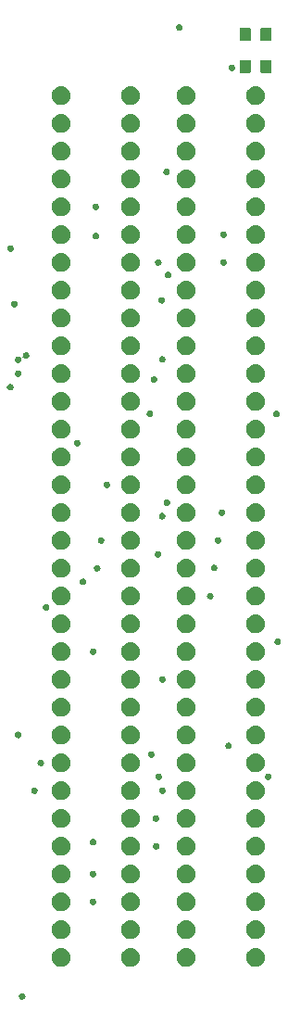
<source format=gts>
G04 #@! TF.GenerationSoftware,KiCad,Pcbnew,7.0.8*
G04 #@! TF.CreationDate,2023-12-16T13:01:39-05:00*
G04 #@! TF.ProjectId,genesis-umd,67656e65-7369-4732-9d75-6d642e6b6963,3.0*
G04 #@! TF.SameCoordinates,Original*
G04 #@! TF.FileFunction,Soldermask,Top*
G04 #@! TF.FilePolarity,Negative*
%FSLAX46Y46*%
G04 Gerber Fmt 4.6, Leading zero omitted, Abs format (unit mm)*
G04 Created by KiCad (PCBNEW 7.0.8) date 2023-12-16 13:01:39*
%MOMM*%
%LPD*%
G01*
G04 APERTURE LIST*
G04 APERTURE END LIST*
G36*
X132378097Y-148035634D02*
G01*
X132386963Y-148035634D01*
X132423965Y-148049101D01*
X132460167Y-148059731D01*
X132469304Y-148065603D01*
X132486500Y-148071862D01*
X132510897Y-148092334D01*
X132532890Y-148106468D01*
X132546605Y-148122296D01*
X132567644Y-148139950D01*
X132579107Y-148159805D01*
X132589500Y-148171799D01*
X132602627Y-148200543D01*
X132620606Y-148231684D01*
X132622969Y-148245086D01*
X132625411Y-148250433D01*
X132632032Y-148296488D01*
X132639000Y-148336000D01*
X132632032Y-148375513D01*
X132625411Y-148421566D01*
X132622969Y-148426912D01*
X132620606Y-148440316D01*
X132602624Y-148471460D01*
X132589500Y-148500200D01*
X132579109Y-148512191D01*
X132567644Y-148532050D01*
X132546602Y-148549705D01*
X132532890Y-148565531D01*
X132510903Y-148579661D01*
X132486500Y-148600138D01*
X132469301Y-148606397D01*
X132460167Y-148612268D01*
X132423973Y-148622895D01*
X132386963Y-148636366D01*
X132378097Y-148636366D01*
X132377222Y-148636623D01*
X132290778Y-148636623D01*
X132289903Y-148636366D01*
X132281037Y-148636366D01*
X132244028Y-148622896D01*
X132207832Y-148612268D01*
X132198696Y-148606396D01*
X132181500Y-148600138D01*
X132157100Y-148579664D01*
X132135109Y-148565531D01*
X132121393Y-148549702D01*
X132100356Y-148532050D01*
X132088892Y-148512195D01*
X132078499Y-148500200D01*
X132065370Y-148471452D01*
X132047394Y-148440316D01*
X132045031Y-148426915D01*
X132042588Y-148421566D01*
X132035961Y-148375482D01*
X132029000Y-148336000D01*
X132035961Y-148296519D01*
X132042588Y-148250433D01*
X132045031Y-148245082D01*
X132047394Y-148231684D01*
X132065368Y-148200551D01*
X132078499Y-148171799D01*
X132088894Y-148159801D01*
X132100356Y-148139950D01*
X132121390Y-148122300D01*
X132135109Y-148106468D01*
X132157105Y-148092331D01*
X132181500Y-148071862D01*
X132198693Y-148065604D01*
X132207832Y-148059731D01*
X132244036Y-148049100D01*
X132281037Y-148035634D01*
X132289903Y-148035634D01*
X132290778Y-148035377D01*
X132377222Y-148035377D01*
X132378097Y-148035634D01*
G37*
G36*
X135931899Y-143921131D02*
G01*
X135980271Y-143921131D01*
X136022042Y-143930009D01*
X136058359Y-143933587D01*
X136103984Y-143947427D01*
X136156867Y-143958668D01*
X136190707Y-143973734D01*
X136220256Y-143982698D01*
X136267213Y-144007796D01*
X136321800Y-144032100D01*
X136347176Y-144050537D01*
X136369453Y-144062444D01*
X136414896Y-144099739D01*
X136467861Y-144138220D01*
X136485058Y-144157319D01*
X136500229Y-144169770D01*
X136541001Y-144219450D01*
X136588667Y-144272389D01*
X136598679Y-144289731D01*
X136607555Y-144300546D01*
X136640377Y-144361953D01*
X136678938Y-144428742D01*
X136683375Y-144442397D01*
X136687301Y-144449743D01*
X136708949Y-144521108D01*
X136734728Y-144600447D01*
X136735635Y-144609079D01*
X136736412Y-144611640D01*
X136743977Y-144688446D01*
X136753600Y-144780000D01*
X136743976Y-144871561D01*
X136736412Y-144948359D01*
X136735635Y-144950918D01*
X136734728Y-144959553D01*
X136708945Y-145038905D01*
X136687301Y-145110256D01*
X136683375Y-145117599D01*
X136678938Y-145131258D01*
X136640370Y-145198059D01*
X136607555Y-145259453D01*
X136598681Y-145270264D01*
X136588667Y-145287611D01*
X136540991Y-145340559D01*
X136500229Y-145390229D01*
X136485061Y-145402676D01*
X136467861Y-145421780D01*
X136414886Y-145460268D01*
X136369453Y-145497555D01*
X136347181Y-145509459D01*
X136321800Y-145527900D01*
X136267202Y-145552208D01*
X136220256Y-145577301D01*
X136190714Y-145586262D01*
X136156867Y-145601332D01*
X136103973Y-145612574D01*
X136058359Y-145626412D01*
X136022051Y-145629988D01*
X135980271Y-145638869D01*
X135931889Y-145638869D01*
X135890000Y-145642995D01*
X135848111Y-145638869D01*
X135799729Y-145638869D01*
X135757949Y-145629988D01*
X135721640Y-145626412D01*
X135676023Y-145612574D01*
X135623133Y-145601332D01*
X135589287Y-145586263D01*
X135559743Y-145577301D01*
X135512791Y-145552205D01*
X135458200Y-145527900D01*
X135432821Y-145509461D01*
X135410546Y-145497555D01*
X135365105Y-145460262D01*
X135312139Y-145421780D01*
X135294940Y-145402679D01*
X135279770Y-145390229D01*
X135238996Y-145340547D01*
X135191333Y-145287611D01*
X135181320Y-145270268D01*
X135172444Y-145259453D01*
X135139616Y-145198035D01*
X135101062Y-145131258D01*
X135096625Y-145117604D01*
X135092698Y-145110256D01*
X135071039Y-145038858D01*
X135045272Y-144959553D01*
X135044365Y-144950923D01*
X135043587Y-144948359D01*
X135036007Y-144871409D01*
X135026400Y-144780000D01*
X135036006Y-144688598D01*
X135043587Y-144611640D01*
X135044365Y-144609074D01*
X135045272Y-144600447D01*
X135071035Y-144521155D01*
X135092698Y-144449743D01*
X135096626Y-144442393D01*
X135101062Y-144428742D01*
X135139609Y-144361976D01*
X135172444Y-144300546D01*
X135181322Y-144289727D01*
X135191333Y-144272389D01*
X135238987Y-144219462D01*
X135279770Y-144169770D01*
X135294944Y-144157316D01*
X135312139Y-144138220D01*
X135365094Y-144099745D01*
X135410546Y-144062444D01*
X135432826Y-144050535D01*
X135458200Y-144032100D01*
X135512780Y-144007799D01*
X135559743Y-143982698D01*
X135589294Y-143973733D01*
X135623133Y-143958668D01*
X135676012Y-143947428D01*
X135721640Y-143933587D01*
X135757958Y-143930009D01*
X135799729Y-143921131D01*
X135848100Y-143921131D01*
X135890000Y-143917004D01*
X135931899Y-143921131D01*
G37*
G36*
X142281899Y-143921131D02*
G01*
X142330271Y-143921131D01*
X142372042Y-143930009D01*
X142408359Y-143933587D01*
X142453984Y-143947427D01*
X142506867Y-143958668D01*
X142540707Y-143973734D01*
X142570256Y-143982698D01*
X142617213Y-144007796D01*
X142671800Y-144032100D01*
X142697176Y-144050537D01*
X142719453Y-144062444D01*
X142764896Y-144099739D01*
X142817861Y-144138220D01*
X142835058Y-144157319D01*
X142850229Y-144169770D01*
X142891001Y-144219450D01*
X142938667Y-144272389D01*
X142948679Y-144289731D01*
X142957555Y-144300546D01*
X142990377Y-144361953D01*
X143028938Y-144428742D01*
X143033375Y-144442397D01*
X143037301Y-144449743D01*
X143058949Y-144521108D01*
X143084728Y-144600447D01*
X143085635Y-144609079D01*
X143086412Y-144611640D01*
X143093977Y-144688446D01*
X143103600Y-144780000D01*
X143093976Y-144871561D01*
X143086412Y-144948359D01*
X143085635Y-144950918D01*
X143084728Y-144959553D01*
X143058945Y-145038905D01*
X143037301Y-145110256D01*
X143033375Y-145117599D01*
X143028938Y-145131258D01*
X142990370Y-145198059D01*
X142957555Y-145259453D01*
X142948681Y-145270264D01*
X142938667Y-145287611D01*
X142890991Y-145340559D01*
X142850229Y-145390229D01*
X142835061Y-145402676D01*
X142817861Y-145421780D01*
X142764886Y-145460268D01*
X142719453Y-145497555D01*
X142697181Y-145509459D01*
X142671800Y-145527900D01*
X142617202Y-145552208D01*
X142570256Y-145577301D01*
X142540714Y-145586262D01*
X142506867Y-145601332D01*
X142453973Y-145612574D01*
X142408359Y-145626412D01*
X142372051Y-145629988D01*
X142330271Y-145638869D01*
X142281889Y-145638869D01*
X142240000Y-145642995D01*
X142198111Y-145638869D01*
X142149729Y-145638869D01*
X142107949Y-145629988D01*
X142071640Y-145626412D01*
X142026023Y-145612574D01*
X141973133Y-145601332D01*
X141939287Y-145586263D01*
X141909743Y-145577301D01*
X141862791Y-145552205D01*
X141808200Y-145527900D01*
X141782821Y-145509461D01*
X141760546Y-145497555D01*
X141715105Y-145460262D01*
X141662139Y-145421780D01*
X141644940Y-145402679D01*
X141629770Y-145390229D01*
X141588996Y-145340547D01*
X141541333Y-145287611D01*
X141531320Y-145270268D01*
X141522444Y-145259453D01*
X141489616Y-145198035D01*
X141451062Y-145131258D01*
X141446625Y-145117604D01*
X141442698Y-145110256D01*
X141421039Y-145038858D01*
X141395272Y-144959553D01*
X141394365Y-144950923D01*
X141393587Y-144948359D01*
X141386007Y-144871409D01*
X141376400Y-144780000D01*
X141386006Y-144688598D01*
X141393587Y-144611640D01*
X141394365Y-144609074D01*
X141395272Y-144600447D01*
X141421035Y-144521155D01*
X141442698Y-144449743D01*
X141446626Y-144442393D01*
X141451062Y-144428742D01*
X141489609Y-144361976D01*
X141522444Y-144300546D01*
X141531322Y-144289727D01*
X141541333Y-144272389D01*
X141588987Y-144219462D01*
X141629770Y-144169770D01*
X141644944Y-144157316D01*
X141662139Y-144138220D01*
X141715094Y-144099745D01*
X141760546Y-144062444D01*
X141782826Y-144050535D01*
X141808200Y-144032100D01*
X141862780Y-144007799D01*
X141909743Y-143982698D01*
X141939294Y-143973733D01*
X141973133Y-143958668D01*
X142026012Y-143947428D01*
X142071640Y-143933587D01*
X142107958Y-143930009D01*
X142149729Y-143921131D01*
X142198100Y-143921131D01*
X142240000Y-143917004D01*
X142281899Y-143921131D01*
G37*
G36*
X147361899Y-143921131D02*
G01*
X147410271Y-143921131D01*
X147452042Y-143930009D01*
X147488359Y-143933587D01*
X147533984Y-143947427D01*
X147586867Y-143958668D01*
X147620707Y-143973734D01*
X147650256Y-143982698D01*
X147697213Y-144007796D01*
X147751800Y-144032100D01*
X147777176Y-144050537D01*
X147799453Y-144062444D01*
X147844896Y-144099739D01*
X147897861Y-144138220D01*
X147915058Y-144157319D01*
X147930229Y-144169770D01*
X147971001Y-144219450D01*
X148018667Y-144272389D01*
X148028679Y-144289731D01*
X148037555Y-144300546D01*
X148070377Y-144361953D01*
X148108938Y-144428742D01*
X148113375Y-144442397D01*
X148117301Y-144449743D01*
X148138949Y-144521108D01*
X148164728Y-144600447D01*
X148165635Y-144609079D01*
X148166412Y-144611640D01*
X148173977Y-144688446D01*
X148183600Y-144780000D01*
X148173976Y-144871561D01*
X148166412Y-144948359D01*
X148165635Y-144950918D01*
X148164728Y-144959553D01*
X148138945Y-145038905D01*
X148117301Y-145110256D01*
X148113375Y-145117599D01*
X148108938Y-145131258D01*
X148070370Y-145198059D01*
X148037555Y-145259453D01*
X148028681Y-145270264D01*
X148018667Y-145287611D01*
X147970991Y-145340559D01*
X147930229Y-145390229D01*
X147915061Y-145402676D01*
X147897861Y-145421780D01*
X147844886Y-145460268D01*
X147799453Y-145497555D01*
X147777181Y-145509459D01*
X147751800Y-145527900D01*
X147697202Y-145552208D01*
X147650256Y-145577301D01*
X147620714Y-145586262D01*
X147586867Y-145601332D01*
X147533973Y-145612574D01*
X147488359Y-145626412D01*
X147452051Y-145629988D01*
X147410271Y-145638869D01*
X147361889Y-145638869D01*
X147320000Y-145642995D01*
X147278111Y-145638869D01*
X147229729Y-145638869D01*
X147187949Y-145629988D01*
X147151640Y-145626412D01*
X147106023Y-145612574D01*
X147053133Y-145601332D01*
X147019287Y-145586263D01*
X146989743Y-145577301D01*
X146942791Y-145552205D01*
X146888200Y-145527900D01*
X146862821Y-145509461D01*
X146840546Y-145497555D01*
X146795105Y-145460262D01*
X146742139Y-145421780D01*
X146724940Y-145402679D01*
X146709770Y-145390229D01*
X146668996Y-145340547D01*
X146621333Y-145287611D01*
X146611320Y-145270268D01*
X146602444Y-145259453D01*
X146569616Y-145198035D01*
X146531062Y-145131258D01*
X146526625Y-145117604D01*
X146522698Y-145110256D01*
X146501039Y-145038858D01*
X146475272Y-144959553D01*
X146474365Y-144950923D01*
X146473587Y-144948359D01*
X146466007Y-144871409D01*
X146456400Y-144780000D01*
X146466006Y-144688598D01*
X146473587Y-144611640D01*
X146474365Y-144609074D01*
X146475272Y-144600447D01*
X146501035Y-144521155D01*
X146522698Y-144449743D01*
X146526626Y-144442393D01*
X146531062Y-144428742D01*
X146569609Y-144361976D01*
X146602444Y-144300546D01*
X146611322Y-144289727D01*
X146621333Y-144272389D01*
X146668987Y-144219462D01*
X146709770Y-144169770D01*
X146724944Y-144157316D01*
X146742139Y-144138220D01*
X146795094Y-144099745D01*
X146840546Y-144062444D01*
X146862826Y-144050535D01*
X146888200Y-144032100D01*
X146942780Y-144007799D01*
X146989743Y-143982698D01*
X147019294Y-143973733D01*
X147053133Y-143958668D01*
X147106012Y-143947428D01*
X147151640Y-143933587D01*
X147187958Y-143930009D01*
X147229729Y-143921131D01*
X147278100Y-143921131D01*
X147320000Y-143917004D01*
X147361899Y-143921131D01*
G37*
G36*
X153711899Y-143921131D02*
G01*
X153760271Y-143921131D01*
X153802042Y-143930009D01*
X153838359Y-143933587D01*
X153883984Y-143947427D01*
X153936867Y-143958668D01*
X153970707Y-143973734D01*
X154000256Y-143982698D01*
X154047213Y-144007796D01*
X154101800Y-144032100D01*
X154127176Y-144050537D01*
X154149453Y-144062444D01*
X154194896Y-144099739D01*
X154247861Y-144138220D01*
X154265058Y-144157319D01*
X154280229Y-144169770D01*
X154321001Y-144219450D01*
X154368667Y-144272389D01*
X154378679Y-144289731D01*
X154387555Y-144300546D01*
X154420377Y-144361953D01*
X154458938Y-144428742D01*
X154463375Y-144442397D01*
X154467301Y-144449743D01*
X154488949Y-144521108D01*
X154514728Y-144600447D01*
X154515635Y-144609079D01*
X154516412Y-144611640D01*
X154523977Y-144688446D01*
X154533600Y-144780000D01*
X154523976Y-144871561D01*
X154516412Y-144948359D01*
X154515635Y-144950918D01*
X154514728Y-144959553D01*
X154488945Y-145038905D01*
X154467301Y-145110256D01*
X154463375Y-145117599D01*
X154458938Y-145131258D01*
X154420370Y-145198059D01*
X154387555Y-145259453D01*
X154378681Y-145270264D01*
X154368667Y-145287611D01*
X154320991Y-145340559D01*
X154280229Y-145390229D01*
X154265061Y-145402676D01*
X154247861Y-145421780D01*
X154194886Y-145460268D01*
X154149453Y-145497555D01*
X154127181Y-145509459D01*
X154101800Y-145527900D01*
X154047202Y-145552208D01*
X154000256Y-145577301D01*
X153970714Y-145586262D01*
X153936867Y-145601332D01*
X153883973Y-145612574D01*
X153838359Y-145626412D01*
X153802051Y-145629988D01*
X153760271Y-145638869D01*
X153711889Y-145638869D01*
X153670000Y-145642995D01*
X153628111Y-145638869D01*
X153579729Y-145638869D01*
X153537949Y-145629988D01*
X153501640Y-145626412D01*
X153456023Y-145612574D01*
X153403133Y-145601332D01*
X153369287Y-145586263D01*
X153339743Y-145577301D01*
X153292791Y-145552205D01*
X153238200Y-145527900D01*
X153212821Y-145509461D01*
X153190546Y-145497555D01*
X153145105Y-145460262D01*
X153092139Y-145421780D01*
X153074940Y-145402679D01*
X153059770Y-145390229D01*
X153018996Y-145340547D01*
X152971333Y-145287611D01*
X152961320Y-145270268D01*
X152952444Y-145259453D01*
X152919616Y-145198035D01*
X152881062Y-145131258D01*
X152876625Y-145117604D01*
X152872698Y-145110256D01*
X152851039Y-145038858D01*
X152825272Y-144959553D01*
X152824365Y-144950923D01*
X152823587Y-144948359D01*
X152816007Y-144871409D01*
X152806400Y-144780000D01*
X152816006Y-144688598D01*
X152823587Y-144611640D01*
X152824365Y-144609074D01*
X152825272Y-144600447D01*
X152851035Y-144521155D01*
X152872698Y-144449743D01*
X152876626Y-144442393D01*
X152881062Y-144428742D01*
X152919609Y-144361976D01*
X152952444Y-144300546D01*
X152961322Y-144289727D01*
X152971333Y-144272389D01*
X153018987Y-144219462D01*
X153059770Y-144169770D01*
X153074944Y-144157316D01*
X153092139Y-144138220D01*
X153145094Y-144099745D01*
X153190546Y-144062444D01*
X153212826Y-144050535D01*
X153238200Y-144032100D01*
X153292780Y-144007799D01*
X153339743Y-143982698D01*
X153369294Y-143973733D01*
X153403133Y-143958668D01*
X153456012Y-143947428D01*
X153501640Y-143933587D01*
X153537958Y-143930009D01*
X153579729Y-143921131D01*
X153628100Y-143921131D01*
X153670000Y-143917004D01*
X153711899Y-143921131D01*
G37*
G36*
X135931899Y-141381131D02*
G01*
X135980271Y-141381131D01*
X136022042Y-141390009D01*
X136058359Y-141393587D01*
X136103984Y-141407427D01*
X136156867Y-141418668D01*
X136190707Y-141433734D01*
X136220256Y-141442698D01*
X136267213Y-141467796D01*
X136321800Y-141492100D01*
X136347176Y-141510537D01*
X136369453Y-141522444D01*
X136414896Y-141559739D01*
X136467861Y-141598220D01*
X136485058Y-141617319D01*
X136500229Y-141629770D01*
X136541001Y-141679450D01*
X136588667Y-141732389D01*
X136598679Y-141749731D01*
X136607555Y-141760546D01*
X136640377Y-141821953D01*
X136678938Y-141888742D01*
X136683375Y-141902397D01*
X136687301Y-141909743D01*
X136708949Y-141981108D01*
X136734728Y-142060447D01*
X136735635Y-142069079D01*
X136736412Y-142071640D01*
X136743977Y-142148446D01*
X136753600Y-142240000D01*
X136743976Y-142331561D01*
X136736412Y-142408359D01*
X136735635Y-142410918D01*
X136734728Y-142419553D01*
X136708945Y-142498905D01*
X136687301Y-142570256D01*
X136683375Y-142577599D01*
X136678938Y-142591258D01*
X136640370Y-142658059D01*
X136607555Y-142719453D01*
X136598681Y-142730264D01*
X136588667Y-142747611D01*
X136540991Y-142800559D01*
X136500229Y-142850229D01*
X136485061Y-142862676D01*
X136467861Y-142881780D01*
X136414886Y-142920268D01*
X136369453Y-142957555D01*
X136347181Y-142969459D01*
X136321800Y-142987900D01*
X136267202Y-143012208D01*
X136220256Y-143037301D01*
X136190714Y-143046262D01*
X136156867Y-143061332D01*
X136103973Y-143072574D01*
X136058359Y-143086412D01*
X136022051Y-143089988D01*
X135980271Y-143098869D01*
X135931889Y-143098869D01*
X135890000Y-143102995D01*
X135848111Y-143098869D01*
X135799729Y-143098869D01*
X135757949Y-143089988D01*
X135721640Y-143086412D01*
X135676023Y-143072574D01*
X135623133Y-143061332D01*
X135589287Y-143046263D01*
X135559743Y-143037301D01*
X135512791Y-143012205D01*
X135458200Y-142987900D01*
X135432821Y-142969461D01*
X135410546Y-142957555D01*
X135365105Y-142920262D01*
X135312139Y-142881780D01*
X135294940Y-142862679D01*
X135279770Y-142850229D01*
X135238996Y-142800547D01*
X135191333Y-142747611D01*
X135181320Y-142730268D01*
X135172444Y-142719453D01*
X135139616Y-142658035D01*
X135101062Y-142591258D01*
X135096625Y-142577604D01*
X135092698Y-142570256D01*
X135071039Y-142498858D01*
X135045272Y-142419553D01*
X135044365Y-142410923D01*
X135043587Y-142408359D01*
X135036007Y-142331409D01*
X135026400Y-142240000D01*
X135036006Y-142148598D01*
X135043587Y-142071640D01*
X135044365Y-142069074D01*
X135045272Y-142060447D01*
X135071035Y-141981155D01*
X135092698Y-141909743D01*
X135096626Y-141902393D01*
X135101062Y-141888742D01*
X135139609Y-141821976D01*
X135172444Y-141760546D01*
X135181322Y-141749727D01*
X135191333Y-141732389D01*
X135238987Y-141679462D01*
X135279770Y-141629770D01*
X135294944Y-141617316D01*
X135312139Y-141598220D01*
X135365094Y-141559745D01*
X135410546Y-141522444D01*
X135432826Y-141510535D01*
X135458200Y-141492100D01*
X135512780Y-141467799D01*
X135559743Y-141442698D01*
X135589294Y-141433733D01*
X135623133Y-141418668D01*
X135676012Y-141407428D01*
X135721640Y-141393587D01*
X135757958Y-141390009D01*
X135799729Y-141381131D01*
X135848100Y-141381131D01*
X135890000Y-141377004D01*
X135931899Y-141381131D01*
G37*
G36*
X142281899Y-141381131D02*
G01*
X142330271Y-141381131D01*
X142372042Y-141390009D01*
X142408359Y-141393587D01*
X142453984Y-141407427D01*
X142506867Y-141418668D01*
X142540707Y-141433734D01*
X142570256Y-141442698D01*
X142617213Y-141467796D01*
X142671800Y-141492100D01*
X142697176Y-141510537D01*
X142719453Y-141522444D01*
X142764896Y-141559739D01*
X142817861Y-141598220D01*
X142835058Y-141617319D01*
X142850229Y-141629770D01*
X142891001Y-141679450D01*
X142938667Y-141732389D01*
X142948679Y-141749731D01*
X142957555Y-141760546D01*
X142990377Y-141821953D01*
X143028938Y-141888742D01*
X143033375Y-141902397D01*
X143037301Y-141909743D01*
X143058949Y-141981108D01*
X143084728Y-142060447D01*
X143085635Y-142069079D01*
X143086412Y-142071640D01*
X143093977Y-142148446D01*
X143103600Y-142240000D01*
X143093976Y-142331561D01*
X143086412Y-142408359D01*
X143085635Y-142410918D01*
X143084728Y-142419553D01*
X143058945Y-142498905D01*
X143037301Y-142570256D01*
X143033375Y-142577599D01*
X143028938Y-142591258D01*
X142990370Y-142658059D01*
X142957555Y-142719453D01*
X142948681Y-142730264D01*
X142938667Y-142747611D01*
X142890991Y-142800559D01*
X142850229Y-142850229D01*
X142835061Y-142862676D01*
X142817861Y-142881780D01*
X142764886Y-142920268D01*
X142719453Y-142957555D01*
X142697181Y-142969459D01*
X142671800Y-142987900D01*
X142617202Y-143012208D01*
X142570256Y-143037301D01*
X142540714Y-143046262D01*
X142506867Y-143061332D01*
X142453973Y-143072574D01*
X142408359Y-143086412D01*
X142372051Y-143089988D01*
X142330271Y-143098869D01*
X142281889Y-143098869D01*
X142240000Y-143102995D01*
X142198111Y-143098869D01*
X142149729Y-143098869D01*
X142107949Y-143089988D01*
X142071640Y-143086412D01*
X142026023Y-143072574D01*
X141973133Y-143061332D01*
X141939287Y-143046263D01*
X141909743Y-143037301D01*
X141862791Y-143012205D01*
X141808200Y-142987900D01*
X141782821Y-142969461D01*
X141760546Y-142957555D01*
X141715105Y-142920262D01*
X141662139Y-142881780D01*
X141644940Y-142862679D01*
X141629770Y-142850229D01*
X141588996Y-142800547D01*
X141541333Y-142747611D01*
X141531320Y-142730268D01*
X141522444Y-142719453D01*
X141489616Y-142658035D01*
X141451062Y-142591258D01*
X141446625Y-142577604D01*
X141442698Y-142570256D01*
X141421039Y-142498858D01*
X141395272Y-142419553D01*
X141394365Y-142410923D01*
X141393587Y-142408359D01*
X141386007Y-142331409D01*
X141376400Y-142240000D01*
X141386006Y-142148598D01*
X141393587Y-142071640D01*
X141394365Y-142069074D01*
X141395272Y-142060447D01*
X141421035Y-141981155D01*
X141442698Y-141909743D01*
X141446626Y-141902393D01*
X141451062Y-141888742D01*
X141489609Y-141821976D01*
X141522444Y-141760546D01*
X141531322Y-141749727D01*
X141541333Y-141732389D01*
X141588987Y-141679462D01*
X141629770Y-141629770D01*
X141644944Y-141617316D01*
X141662139Y-141598220D01*
X141715094Y-141559745D01*
X141760546Y-141522444D01*
X141782826Y-141510535D01*
X141808200Y-141492100D01*
X141862780Y-141467799D01*
X141909743Y-141442698D01*
X141939294Y-141433733D01*
X141973133Y-141418668D01*
X142026012Y-141407428D01*
X142071640Y-141393587D01*
X142107958Y-141390009D01*
X142149729Y-141381131D01*
X142198100Y-141381131D01*
X142240000Y-141377004D01*
X142281899Y-141381131D01*
G37*
G36*
X147361899Y-141381131D02*
G01*
X147410271Y-141381131D01*
X147452042Y-141390009D01*
X147488359Y-141393587D01*
X147533984Y-141407427D01*
X147586867Y-141418668D01*
X147620707Y-141433734D01*
X147650256Y-141442698D01*
X147697213Y-141467796D01*
X147751800Y-141492100D01*
X147777176Y-141510537D01*
X147799453Y-141522444D01*
X147844896Y-141559739D01*
X147897861Y-141598220D01*
X147915058Y-141617319D01*
X147930229Y-141629770D01*
X147971001Y-141679450D01*
X148018667Y-141732389D01*
X148028679Y-141749731D01*
X148037555Y-141760546D01*
X148070377Y-141821953D01*
X148108938Y-141888742D01*
X148113375Y-141902397D01*
X148117301Y-141909743D01*
X148138949Y-141981108D01*
X148164728Y-142060447D01*
X148165635Y-142069079D01*
X148166412Y-142071640D01*
X148173977Y-142148446D01*
X148183600Y-142240000D01*
X148173976Y-142331561D01*
X148166412Y-142408359D01*
X148165635Y-142410918D01*
X148164728Y-142419553D01*
X148138945Y-142498905D01*
X148117301Y-142570256D01*
X148113375Y-142577599D01*
X148108938Y-142591258D01*
X148070370Y-142658059D01*
X148037555Y-142719453D01*
X148028681Y-142730264D01*
X148018667Y-142747611D01*
X147970991Y-142800559D01*
X147930229Y-142850229D01*
X147915061Y-142862676D01*
X147897861Y-142881780D01*
X147844886Y-142920268D01*
X147799453Y-142957555D01*
X147777181Y-142969459D01*
X147751800Y-142987900D01*
X147697202Y-143012208D01*
X147650256Y-143037301D01*
X147620714Y-143046262D01*
X147586867Y-143061332D01*
X147533973Y-143072574D01*
X147488359Y-143086412D01*
X147452051Y-143089988D01*
X147410271Y-143098869D01*
X147361889Y-143098869D01*
X147320000Y-143102995D01*
X147278111Y-143098869D01*
X147229729Y-143098869D01*
X147187949Y-143089988D01*
X147151640Y-143086412D01*
X147106023Y-143072574D01*
X147053133Y-143061332D01*
X147019287Y-143046263D01*
X146989743Y-143037301D01*
X146942791Y-143012205D01*
X146888200Y-142987900D01*
X146862821Y-142969461D01*
X146840546Y-142957555D01*
X146795105Y-142920262D01*
X146742139Y-142881780D01*
X146724940Y-142862679D01*
X146709770Y-142850229D01*
X146668996Y-142800547D01*
X146621333Y-142747611D01*
X146611320Y-142730268D01*
X146602444Y-142719453D01*
X146569616Y-142658035D01*
X146531062Y-142591258D01*
X146526625Y-142577604D01*
X146522698Y-142570256D01*
X146501039Y-142498858D01*
X146475272Y-142419553D01*
X146474365Y-142410923D01*
X146473587Y-142408359D01*
X146466007Y-142331409D01*
X146456400Y-142240000D01*
X146466006Y-142148598D01*
X146473587Y-142071640D01*
X146474365Y-142069074D01*
X146475272Y-142060447D01*
X146501035Y-141981155D01*
X146522698Y-141909743D01*
X146526626Y-141902393D01*
X146531062Y-141888742D01*
X146569609Y-141821976D01*
X146602444Y-141760546D01*
X146611322Y-141749727D01*
X146621333Y-141732389D01*
X146668987Y-141679462D01*
X146709770Y-141629770D01*
X146724944Y-141617316D01*
X146742139Y-141598220D01*
X146795094Y-141559745D01*
X146840546Y-141522444D01*
X146862826Y-141510535D01*
X146888200Y-141492100D01*
X146942780Y-141467799D01*
X146989743Y-141442698D01*
X147019294Y-141433733D01*
X147053133Y-141418668D01*
X147106012Y-141407428D01*
X147151640Y-141393587D01*
X147187958Y-141390009D01*
X147229729Y-141381131D01*
X147278100Y-141381131D01*
X147320000Y-141377004D01*
X147361899Y-141381131D01*
G37*
G36*
X153711899Y-141381131D02*
G01*
X153760271Y-141381131D01*
X153802042Y-141390009D01*
X153838359Y-141393587D01*
X153883984Y-141407427D01*
X153936867Y-141418668D01*
X153970707Y-141433734D01*
X154000256Y-141442698D01*
X154047213Y-141467796D01*
X154101800Y-141492100D01*
X154127176Y-141510537D01*
X154149453Y-141522444D01*
X154194896Y-141559739D01*
X154247861Y-141598220D01*
X154265058Y-141617319D01*
X154280229Y-141629770D01*
X154321001Y-141679450D01*
X154368667Y-141732389D01*
X154378679Y-141749731D01*
X154387555Y-141760546D01*
X154420377Y-141821953D01*
X154458938Y-141888742D01*
X154463375Y-141902397D01*
X154467301Y-141909743D01*
X154488949Y-141981108D01*
X154514728Y-142060447D01*
X154515635Y-142069079D01*
X154516412Y-142071640D01*
X154523977Y-142148446D01*
X154533600Y-142240000D01*
X154523976Y-142331561D01*
X154516412Y-142408359D01*
X154515635Y-142410918D01*
X154514728Y-142419553D01*
X154488945Y-142498905D01*
X154467301Y-142570256D01*
X154463375Y-142577599D01*
X154458938Y-142591258D01*
X154420370Y-142658059D01*
X154387555Y-142719453D01*
X154378681Y-142730264D01*
X154368667Y-142747611D01*
X154320991Y-142800559D01*
X154280229Y-142850229D01*
X154265061Y-142862676D01*
X154247861Y-142881780D01*
X154194886Y-142920268D01*
X154149453Y-142957555D01*
X154127181Y-142969459D01*
X154101800Y-142987900D01*
X154047202Y-143012208D01*
X154000256Y-143037301D01*
X153970714Y-143046262D01*
X153936867Y-143061332D01*
X153883973Y-143072574D01*
X153838359Y-143086412D01*
X153802051Y-143089988D01*
X153760271Y-143098869D01*
X153711889Y-143098869D01*
X153670000Y-143102995D01*
X153628111Y-143098869D01*
X153579729Y-143098869D01*
X153537949Y-143089988D01*
X153501640Y-143086412D01*
X153456023Y-143072574D01*
X153403133Y-143061332D01*
X153369287Y-143046263D01*
X153339743Y-143037301D01*
X153292791Y-143012205D01*
X153238200Y-142987900D01*
X153212821Y-142969461D01*
X153190546Y-142957555D01*
X153145105Y-142920262D01*
X153092139Y-142881780D01*
X153074940Y-142862679D01*
X153059770Y-142850229D01*
X153018996Y-142800547D01*
X152971333Y-142747611D01*
X152961320Y-142730268D01*
X152952444Y-142719453D01*
X152919616Y-142658035D01*
X152881062Y-142591258D01*
X152876625Y-142577604D01*
X152872698Y-142570256D01*
X152851039Y-142498858D01*
X152825272Y-142419553D01*
X152824365Y-142410923D01*
X152823587Y-142408359D01*
X152816007Y-142331409D01*
X152806400Y-142240000D01*
X152816006Y-142148598D01*
X152823587Y-142071640D01*
X152824365Y-142069074D01*
X152825272Y-142060447D01*
X152851035Y-141981155D01*
X152872698Y-141909743D01*
X152876626Y-141902393D01*
X152881062Y-141888742D01*
X152919609Y-141821976D01*
X152952444Y-141760546D01*
X152961322Y-141749727D01*
X152971333Y-141732389D01*
X153018987Y-141679462D01*
X153059770Y-141629770D01*
X153074944Y-141617316D01*
X153092139Y-141598220D01*
X153145094Y-141559745D01*
X153190546Y-141522444D01*
X153212826Y-141510535D01*
X153238200Y-141492100D01*
X153292780Y-141467799D01*
X153339743Y-141442698D01*
X153369294Y-141433733D01*
X153403133Y-141418668D01*
X153456012Y-141407428D01*
X153501640Y-141393587D01*
X153537958Y-141390009D01*
X153579729Y-141381131D01*
X153628100Y-141381131D01*
X153670000Y-141377004D01*
X153711899Y-141381131D01*
G37*
G36*
X135931899Y-138841131D02*
G01*
X135980271Y-138841131D01*
X136022042Y-138850009D01*
X136058359Y-138853587D01*
X136103984Y-138867427D01*
X136156867Y-138878668D01*
X136190707Y-138893734D01*
X136220256Y-138902698D01*
X136267213Y-138927796D01*
X136321800Y-138952100D01*
X136347176Y-138970537D01*
X136369453Y-138982444D01*
X136414896Y-139019739D01*
X136467861Y-139058220D01*
X136485058Y-139077319D01*
X136500229Y-139089770D01*
X136541001Y-139139450D01*
X136588667Y-139192389D01*
X136598679Y-139209731D01*
X136607555Y-139220546D01*
X136640377Y-139281953D01*
X136678938Y-139348742D01*
X136683375Y-139362397D01*
X136687301Y-139369743D01*
X136708949Y-139441108D01*
X136734728Y-139520447D01*
X136735635Y-139529079D01*
X136736412Y-139531640D01*
X136743977Y-139608446D01*
X136753600Y-139700000D01*
X136743976Y-139791561D01*
X136736412Y-139868359D01*
X136735635Y-139870918D01*
X136734728Y-139879553D01*
X136708945Y-139958905D01*
X136687301Y-140030256D01*
X136683375Y-140037599D01*
X136678938Y-140051258D01*
X136640370Y-140118059D01*
X136607555Y-140179453D01*
X136598681Y-140190264D01*
X136588667Y-140207611D01*
X136540991Y-140260559D01*
X136500229Y-140310229D01*
X136485061Y-140322676D01*
X136467861Y-140341780D01*
X136414886Y-140380268D01*
X136369453Y-140417555D01*
X136347181Y-140429459D01*
X136321800Y-140447900D01*
X136267202Y-140472208D01*
X136220256Y-140497301D01*
X136190714Y-140506262D01*
X136156867Y-140521332D01*
X136103973Y-140532574D01*
X136058359Y-140546412D01*
X136022051Y-140549988D01*
X135980271Y-140558869D01*
X135931889Y-140558869D01*
X135890000Y-140562995D01*
X135848111Y-140558869D01*
X135799729Y-140558869D01*
X135757949Y-140549988D01*
X135721640Y-140546412D01*
X135676023Y-140532574D01*
X135623133Y-140521332D01*
X135589287Y-140506263D01*
X135559743Y-140497301D01*
X135512791Y-140472205D01*
X135458200Y-140447900D01*
X135432821Y-140429461D01*
X135410546Y-140417555D01*
X135365105Y-140380262D01*
X135312139Y-140341780D01*
X135294940Y-140322679D01*
X135279770Y-140310229D01*
X135238996Y-140260547D01*
X135191333Y-140207611D01*
X135181320Y-140190268D01*
X135172444Y-140179453D01*
X135139616Y-140118035D01*
X135101062Y-140051258D01*
X135096625Y-140037604D01*
X135092698Y-140030256D01*
X135071039Y-139958858D01*
X135045272Y-139879553D01*
X135044365Y-139870923D01*
X135043587Y-139868359D01*
X135036007Y-139791409D01*
X135026400Y-139700000D01*
X135036006Y-139608598D01*
X135043587Y-139531640D01*
X135044365Y-139529074D01*
X135045272Y-139520447D01*
X135071035Y-139441155D01*
X135092698Y-139369743D01*
X135096626Y-139362393D01*
X135101062Y-139348742D01*
X135139609Y-139281976D01*
X135172444Y-139220546D01*
X135181322Y-139209727D01*
X135191333Y-139192389D01*
X135238987Y-139139462D01*
X135279770Y-139089770D01*
X135294944Y-139077316D01*
X135312139Y-139058220D01*
X135365094Y-139019745D01*
X135410546Y-138982444D01*
X135432826Y-138970535D01*
X135458200Y-138952100D01*
X135512780Y-138927799D01*
X135559743Y-138902698D01*
X135589294Y-138893733D01*
X135623133Y-138878668D01*
X135676012Y-138867428D01*
X135721640Y-138853587D01*
X135757958Y-138850009D01*
X135799729Y-138841131D01*
X135848100Y-138841131D01*
X135890000Y-138837004D01*
X135931899Y-138841131D01*
G37*
G36*
X142281899Y-138841131D02*
G01*
X142330271Y-138841131D01*
X142372042Y-138850009D01*
X142408359Y-138853587D01*
X142453984Y-138867427D01*
X142506867Y-138878668D01*
X142540707Y-138893734D01*
X142570256Y-138902698D01*
X142617213Y-138927796D01*
X142671800Y-138952100D01*
X142697176Y-138970537D01*
X142719453Y-138982444D01*
X142764896Y-139019739D01*
X142817861Y-139058220D01*
X142835058Y-139077319D01*
X142850229Y-139089770D01*
X142891001Y-139139450D01*
X142938667Y-139192389D01*
X142948679Y-139209731D01*
X142957555Y-139220546D01*
X142990377Y-139281953D01*
X143028938Y-139348742D01*
X143033375Y-139362397D01*
X143037301Y-139369743D01*
X143058949Y-139441108D01*
X143084728Y-139520447D01*
X143085635Y-139529079D01*
X143086412Y-139531640D01*
X143093977Y-139608446D01*
X143103600Y-139700000D01*
X143093976Y-139791561D01*
X143086412Y-139868359D01*
X143085635Y-139870918D01*
X143084728Y-139879553D01*
X143058945Y-139958905D01*
X143037301Y-140030256D01*
X143033375Y-140037599D01*
X143028938Y-140051258D01*
X142990370Y-140118059D01*
X142957555Y-140179453D01*
X142948681Y-140190264D01*
X142938667Y-140207611D01*
X142890991Y-140260559D01*
X142850229Y-140310229D01*
X142835061Y-140322676D01*
X142817861Y-140341780D01*
X142764886Y-140380268D01*
X142719453Y-140417555D01*
X142697181Y-140429459D01*
X142671800Y-140447900D01*
X142617202Y-140472208D01*
X142570256Y-140497301D01*
X142540714Y-140506262D01*
X142506867Y-140521332D01*
X142453973Y-140532574D01*
X142408359Y-140546412D01*
X142372051Y-140549988D01*
X142330271Y-140558869D01*
X142281889Y-140558869D01*
X142240000Y-140562995D01*
X142198111Y-140558869D01*
X142149729Y-140558869D01*
X142107949Y-140549988D01*
X142071640Y-140546412D01*
X142026023Y-140532574D01*
X141973133Y-140521332D01*
X141939287Y-140506263D01*
X141909743Y-140497301D01*
X141862791Y-140472205D01*
X141808200Y-140447900D01*
X141782821Y-140429461D01*
X141760546Y-140417555D01*
X141715105Y-140380262D01*
X141662139Y-140341780D01*
X141644940Y-140322679D01*
X141629770Y-140310229D01*
X141588996Y-140260547D01*
X141541333Y-140207611D01*
X141531320Y-140190268D01*
X141522444Y-140179453D01*
X141489616Y-140118035D01*
X141451062Y-140051258D01*
X141446625Y-140037604D01*
X141442698Y-140030256D01*
X141421039Y-139958858D01*
X141395272Y-139879553D01*
X141394365Y-139870923D01*
X141393587Y-139868359D01*
X141386007Y-139791409D01*
X141376400Y-139700000D01*
X141386006Y-139608598D01*
X141393587Y-139531640D01*
X141394365Y-139529074D01*
X141395272Y-139520447D01*
X141421035Y-139441155D01*
X141442698Y-139369743D01*
X141446626Y-139362393D01*
X141451062Y-139348742D01*
X141489609Y-139281976D01*
X141522444Y-139220546D01*
X141531322Y-139209727D01*
X141541333Y-139192389D01*
X141588987Y-139139462D01*
X141629770Y-139089770D01*
X141644944Y-139077316D01*
X141662139Y-139058220D01*
X141715094Y-139019745D01*
X141760546Y-138982444D01*
X141782826Y-138970535D01*
X141808200Y-138952100D01*
X141862780Y-138927799D01*
X141909743Y-138902698D01*
X141939294Y-138893733D01*
X141973133Y-138878668D01*
X142026012Y-138867428D01*
X142071640Y-138853587D01*
X142107958Y-138850009D01*
X142149729Y-138841131D01*
X142198100Y-138841131D01*
X142240000Y-138837004D01*
X142281899Y-138841131D01*
G37*
G36*
X147361899Y-138841131D02*
G01*
X147410271Y-138841131D01*
X147452042Y-138850009D01*
X147488359Y-138853587D01*
X147533984Y-138867427D01*
X147586867Y-138878668D01*
X147620707Y-138893734D01*
X147650256Y-138902698D01*
X147697213Y-138927796D01*
X147751800Y-138952100D01*
X147777176Y-138970537D01*
X147799453Y-138982444D01*
X147844896Y-139019739D01*
X147897861Y-139058220D01*
X147915058Y-139077319D01*
X147930229Y-139089770D01*
X147971001Y-139139450D01*
X148018667Y-139192389D01*
X148028679Y-139209731D01*
X148037555Y-139220546D01*
X148070377Y-139281953D01*
X148108938Y-139348742D01*
X148113375Y-139362397D01*
X148117301Y-139369743D01*
X148138949Y-139441108D01*
X148164728Y-139520447D01*
X148165635Y-139529079D01*
X148166412Y-139531640D01*
X148173977Y-139608446D01*
X148183600Y-139700000D01*
X148173976Y-139791561D01*
X148166412Y-139868359D01*
X148165635Y-139870918D01*
X148164728Y-139879553D01*
X148138945Y-139958905D01*
X148117301Y-140030256D01*
X148113375Y-140037599D01*
X148108938Y-140051258D01*
X148070370Y-140118059D01*
X148037555Y-140179453D01*
X148028681Y-140190264D01*
X148018667Y-140207611D01*
X147970991Y-140260559D01*
X147930229Y-140310229D01*
X147915061Y-140322676D01*
X147897861Y-140341780D01*
X147844886Y-140380268D01*
X147799453Y-140417555D01*
X147777181Y-140429459D01*
X147751800Y-140447900D01*
X147697202Y-140472208D01*
X147650256Y-140497301D01*
X147620714Y-140506262D01*
X147586867Y-140521332D01*
X147533973Y-140532574D01*
X147488359Y-140546412D01*
X147452051Y-140549988D01*
X147410271Y-140558869D01*
X147361889Y-140558869D01*
X147320000Y-140562995D01*
X147278111Y-140558869D01*
X147229729Y-140558869D01*
X147187949Y-140549988D01*
X147151640Y-140546412D01*
X147106023Y-140532574D01*
X147053133Y-140521332D01*
X147019287Y-140506263D01*
X146989743Y-140497301D01*
X146942791Y-140472205D01*
X146888200Y-140447900D01*
X146862821Y-140429461D01*
X146840546Y-140417555D01*
X146795105Y-140380262D01*
X146742139Y-140341780D01*
X146724940Y-140322679D01*
X146709770Y-140310229D01*
X146668996Y-140260547D01*
X146621333Y-140207611D01*
X146611320Y-140190268D01*
X146602444Y-140179453D01*
X146569616Y-140118035D01*
X146531062Y-140051258D01*
X146526625Y-140037604D01*
X146522698Y-140030256D01*
X146501039Y-139958858D01*
X146475272Y-139879553D01*
X146474365Y-139870923D01*
X146473587Y-139868359D01*
X146466007Y-139791409D01*
X146456400Y-139700000D01*
X146466006Y-139608598D01*
X146473587Y-139531640D01*
X146474365Y-139529074D01*
X146475272Y-139520447D01*
X146501035Y-139441155D01*
X146522698Y-139369743D01*
X146526626Y-139362393D01*
X146531062Y-139348742D01*
X146569609Y-139281976D01*
X146602444Y-139220546D01*
X146611322Y-139209727D01*
X146621333Y-139192389D01*
X146668987Y-139139462D01*
X146709770Y-139089770D01*
X146724944Y-139077316D01*
X146742139Y-139058220D01*
X146795094Y-139019745D01*
X146840546Y-138982444D01*
X146862826Y-138970535D01*
X146888200Y-138952100D01*
X146942780Y-138927799D01*
X146989743Y-138902698D01*
X147019294Y-138893733D01*
X147053133Y-138878668D01*
X147106012Y-138867428D01*
X147151640Y-138853587D01*
X147187958Y-138850009D01*
X147229729Y-138841131D01*
X147278100Y-138841131D01*
X147320000Y-138837004D01*
X147361899Y-138841131D01*
G37*
G36*
X153711899Y-138841131D02*
G01*
X153760271Y-138841131D01*
X153802042Y-138850009D01*
X153838359Y-138853587D01*
X153883984Y-138867427D01*
X153936867Y-138878668D01*
X153970707Y-138893734D01*
X154000256Y-138902698D01*
X154047213Y-138927796D01*
X154101800Y-138952100D01*
X154127176Y-138970537D01*
X154149453Y-138982444D01*
X154194896Y-139019739D01*
X154247861Y-139058220D01*
X154265058Y-139077319D01*
X154280229Y-139089770D01*
X154321001Y-139139450D01*
X154368667Y-139192389D01*
X154378679Y-139209731D01*
X154387555Y-139220546D01*
X154420377Y-139281953D01*
X154458938Y-139348742D01*
X154463375Y-139362397D01*
X154467301Y-139369743D01*
X154488949Y-139441108D01*
X154514728Y-139520447D01*
X154515635Y-139529079D01*
X154516412Y-139531640D01*
X154523977Y-139608446D01*
X154533600Y-139700000D01*
X154523976Y-139791561D01*
X154516412Y-139868359D01*
X154515635Y-139870918D01*
X154514728Y-139879553D01*
X154488945Y-139958905D01*
X154467301Y-140030256D01*
X154463375Y-140037599D01*
X154458938Y-140051258D01*
X154420370Y-140118059D01*
X154387555Y-140179453D01*
X154378681Y-140190264D01*
X154368667Y-140207611D01*
X154320991Y-140260559D01*
X154280229Y-140310229D01*
X154265061Y-140322676D01*
X154247861Y-140341780D01*
X154194886Y-140380268D01*
X154149453Y-140417555D01*
X154127181Y-140429459D01*
X154101800Y-140447900D01*
X154047202Y-140472208D01*
X154000256Y-140497301D01*
X153970714Y-140506262D01*
X153936867Y-140521332D01*
X153883973Y-140532574D01*
X153838359Y-140546412D01*
X153802051Y-140549988D01*
X153760271Y-140558869D01*
X153711889Y-140558869D01*
X153670000Y-140562995D01*
X153628111Y-140558869D01*
X153579729Y-140558869D01*
X153537949Y-140549988D01*
X153501640Y-140546412D01*
X153456023Y-140532574D01*
X153403133Y-140521332D01*
X153369287Y-140506263D01*
X153339743Y-140497301D01*
X153292791Y-140472205D01*
X153238200Y-140447900D01*
X153212821Y-140429461D01*
X153190546Y-140417555D01*
X153145105Y-140380262D01*
X153092139Y-140341780D01*
X153074940Y-140322679D01*
X153059770Y-140310229D01*
X153018996Y-140260547D01*
X152971333Y-140207611D01*
X152961320Y-140190268D01*
X152952444Y-140179453D01*
X152919616Y-140118035D01*
X152881062Y-140051258D01*
X152876625Y-140037604D01*
X152872698Y-140030256D01*
X152851039Y-139958858D01*
X152825272Y-139879553D01*
X152824365Y-139870923D01*
X152823587Y-139868359D01*
X152816007Y-139791409D01*
X152806400Y-139700000D01*
X152816006Y-139608598D01*
X152823587Y-139531640D01*
X152824365Y-139529074D01*
X152825272Y-139520447D01*
X152851035Y-139441155D01*
X152872698Y-139369743D01*
X152876626Y-139362393D01*
X152881062Y-139348742D01*
X152919609Y-139281976D01*
X152952444Y-139220546D01*
X152961322Y-139209727D01*
X152971333Y-139192389D01*
X153018987Y-139139462D01*
X153059770Y-139089770D01*
X153074944Y-139077316D01*
X153092139Y-139058220D01*
X153145094Y-139019745D01*
X153190546Y-138982444D01*
X153212826Y-138970535D01*
X153238200Y-138952100D01*
X153292780Y-138927799D01*
X153339743Y-138902698D01*
X153369294Y-138893733D01*
X153403133Y-138878668D01*
X153456012Y-138867428D01*
X153501640Y-138853587D01*
X153537958Y-138850009D01*
X153579729Y-138841131D01*
X153628100Y-138841131D01*
X153670000Y-138837004D01*
X153711899Y-138841131D01*
G37*
G36*
X138855097Y-139399634D02*
G01*
X138863963Y-139399634D01*
X138900965Y-139413101D01*
X138937167Y-139423731D01*
X138946304Y-139429603D01*
X138963500Y-139435862D01*
X138987897Y-139456334D01*
X139009890Y-139470468D01*
X139023605Y-139486296D01*
X139044644Y-139503950D01*
X139056107Y-139523805D01*
X139066500Y-139535799D01*
X139079627Y-139564543D01*
X139097606Y-139595684D01*
X139099969Y-139609086D01*
X139102411Y-139614433D01*
X139109032Y-139660488D01*
X139116000Y-139700000D01*
X139109032Y-139739513D01*
X139102411Y-139785566D01*
X139099969Y-139790912D01*
X139097606Y-139804316D01*
X139079624Y-139835460D01*
X139066500Y-139864200D01*
X139056109Y-139876191D01*
X139044644Y-139896050D01*
X139023602Y-139913705D01*
X139009890Y-139929531D01*
X138987903Y-139943661D01*
X138963500Y-139964138D01*
X138946301Y-139970397D01*
X138937167Y-139976268D01*
X138900973Y-139986895D01*
X138863963Y-140000366D01*
X138855097Y-140000366D01*
X138854222Y-140000623D01*
X138767778Y-140000623D01*
X138766903Y-140000366D01*
X138758037Y-140000366D01*
X138721028Y-139986896D01*
X138684832Y-139976268D01*
X138675696Y-139970396D01*
X138658500Y-139964138D01*
X138634100Y-139943664D01*
X138612109Y-139929531D01*
X138598393Y-139913702D01*
X138577356Y-139896050D01*
X138565892Y-139876195D01*
X138555499Y-139864200D01*
X138542370Y-139835452D01*
X138524394Y-139804316D01*
X138522031Y-139790915D01*
X138519588Y-139785566D01*
X138512961Y-139739482D01*
X138506000Y-139700000D01*
X138512961Y-139660519D01*
X138519588Y-139614433D01*
X138522031Y-139609082D01*
X138524394Y-139595684D01*
X138542368Y-139564551D01*
X138555499Y-139535799D01*
X138565894Y-139523801D01*
X138577356Y-139503950D01*
X138598390Y-139486300D01*
X138612109Y-139470468D01*
X138634105Y-139456331D01*
X138658500Y-139435862D01*
X138675693Y-139429604D01*
X138684832Y-139423731D01*
X138721036Y-139413100D01*
X138758037Y-139399634D01*
X138766903Y-139399634D01*
X138767778Y-139399377D01*
X138854222Y-139399377D01*
X138855097Y-139399634D01*
G37*
G36*
X135931899Y-136301131D02*
G01*
X135980271Y-136301131D01*
X136022042Y-136310009D01*
X136058359Y-136313587D01*
X136103984Y-136327427D01*
X136156867Y-136338668D01*
X136190707Y-136353734D01*
X136220256Y-136362698D01*
X136267213Y-136387796D01*
X136321800Y-136412100D01*
X136347176Y-136430537D01*
X136369453Y-136442444D01*
X136414896Y-136479739D01*
X136467861Y-136518220D01*
X136485058Y-136537319D01*
X136500229Y-136549770D01*
X136541001Y-136599450D01*
X136588667Y-136652389D01*
X136598679Y-136669731D01*
X136607555Y-136680546D01*
X136640377Y-136741953D01*
X136678938Y-136808742D01*
X136683375Y-136822397D01*
X136687301Y-136829743D01*
X136708949Y-136901108D01*
X136734728Y-136980447D01*
X136735635Y-136989079D01*
X136736412Y-136991640D01*
X136743977Y-137068446D01*
X136753600Y-137160000D01*
X136743976Y-137251561D01*
X136736412Y-137328359D01*
X136735635Y-137330918D01*
X136734728Y-137339553D01*
X136708945Y-137418905D01*
X136687301Y-137490256D01*
X136683375Y-137497599D01*
X136678938Y-137511258D01*
X136640370Y-137578059D01*
X136607555Y-137639453D01*
X136598681Y-137650264D01*
X136588667Y-137667611D01*
X136540991Y-137720559D01*
X136500229Y-137770229D01*
X136485061Y-137782676D01*
X136467861Y-137801780D01*
X136414886Y-137840268D01*
X136369453Y-137877555D01*
X136347181Y-137889459D01*
X136321800Y-137907900D01*
X136267202Y-137932208D01*
X136220256Y-137957301D01*
X136190714Y-137966262D01*
X136156867Y-137981332D01*
X136103973Y-137992574D01*
X136058359Y-138006412D01*
X136022051Y-138009988D01*
X135980271Y-138018869D01*
X135931889Y-138018869D01*
X135890000Y-138022995D01*
X135848111Y-138018869D01*
X135799729Y-138018869D01*
X135757949Y-138009988D01*
X135721640Y-138006412D01*
X135676023Y-137992574D01*
X135623133Y-137981332D01*
X135589287Y-137966263D01*
X135559743Y-137957301D01*
X135512791Y-137932205D01*
X135458200Y-137907900D01*
X135432821Y-137889461D01*
X135410546Y-137877555D01*
X135365105Y-137840262D01*
X135312139Y-137801780D01*
X135294940Y-137782679D01*
X135279770Y-137770229D01*
X135238996Y-137720547D01*
X135191333Y-137667611D01*
X135181320Y-137650268D01*
X135172444Y-137639453D01*
X135139616Y-137578035D01*
X135101062Y-137511258D01*
X135096625Y-137497604D01*
X135092698Y-137490256D01*
X135071039Y-137418858D01*
X135045272Y-137339553D01*
X135044365Y-137330923D01*
X135043587Y-137328359D01*
X135036007Y-137251409D01*
X135026400Y-137160000D01*
X135036006Y-137068598D01*
X135043587Y-136991640D01*
X135044365Y-136989074D01*
X135045272Y-136980447D01*
X135071035Y-136901155D01*
X135092698Y-136829743D01*
X135096626Y-136822393D01*
X135101062Y-136808742D01*
X135139609Y-136741976D01*
X135172444Y-136680546D01*
X135181322Y-136669727D01*
X135191333Y-136652389D01*
X135238987Y-136599462D01*
X135279770Y-136549770D01*
X135294944Y-136537316D01*
X135312139Y-136518220D01*
X135365094Y-136479745D01*
X135410546Y-136442444D01*
X135432826Y-136430535D01*
X135458200Y-136412100D01*
X135512780Y-136387799D01*
X135559743Y-136362698D01*
X135589294Y-136353733D01*
X135623133Y-136338668D01*
X135676012Y-136327428D01*
X135721640Y-136313587D01*
X135757958Y-136310009D01*
X135799729Y-136301131D01*
X135848100Y-136301131D01*
X135890000Y-136297004D01*
X135931899Y-136301131D01*
G37*
G36*
X142281899Y-136301131D02*
G01*
X142330271Y-136301131D01*
X142372042Y-136310009D01*
X142408359Y-136313587D01*
X142453984Y-136327427D01*
X142506867Y-136338668D01*
X142540707Y-136353734D01*
X142570256Y-136362698D01*
X142617213Y-136387796D01*
X142671800Y-136412100D01*
X142697176Y-136430537D01*
X142719453Y-136442444D01*
X142764896Y-136479739D01*
X142817861Y-136518220D01*
X142835058Y-136537319D01*
X142850229Y-136549770D01*
X142891001Y-136599450D01*
X142938667Y-136652389D01*
X142948679Y-136669731D01*
X142957555Y-136680546D01*
X142990377Y-136741953D01*
X143028938Y-136808742D01*
X143033375Y-136822397D01*
X143037301Y-136829743D01*
X143058949Y-136901108D01*
X143084728Y-136980447D01*
X143085635Y-136989079D01*
X143086412Y-136991640D01*
X143093977Y-137068446D01*
X143103600Y-137160000D01*
X143093976Y-137251561D01*
X143086412Y-137328359D01*
X143085635Y-137330918D01*
X143084728Y-137339553D01*
X143058945Y-137418905D01*
X143037301Y-137490256D01*
X143033375Y-137497599D01*
X143028938Y-137511258D01*
X142990370Y-137578059D01*
X142957555Y-137639453D01*
X142948681Y-137650264D01*
X142938667Y-137667611D01*
X142890991Y-137720559D01*
X142850229Y-137770229D01*
X142835061Y-137782676D01*
X142817861Y-137801780D01*
X142764886Y-137840268D01*
X142719453Y-137877555D01*
X142697181Y-137889459D01*
X142671800Y-137907900D01*
X142617202Y-137932208D01*
X142570256Y-137957301D01*
X142540714Y-137966262D01*
X142506867Y-137981332D01*
X142453973Y-137992574D01*
X142408359Y-138006412D01*
X142372051Y-138009988D01*
X142330271Y-138018869D01*
X142281889Y-138018869D01*
X142240000Y-138022995D01*
X142198111Y-138018869D01*
X142149729Y-138018869D01*
X142107949Y-138009988D01*
X142071640Y-138006412D01*
X142026023Y-137992574D01*
X141973133Y-137981332D01*
X141939287Y-137966263D01*
X141909743Y-137957301D01*
X141862791Y-137932205D01*
X141808200Y-137907900D01*
X141782821Y-137889461D01*
X141760546Y-137877555D01*
X141715105Y-137840262D01*
X141662139Y-137801780D01*
X141644940Y-137782679D01*
X141629770Y-137770229D01*
X141588996Y-137720547D01*
X141541333Y-137667611D01*
X141531320Y-137650268D01*
X141522444Y-137639453D01*
X141489616Y-137578035D01*
X141451062Y-137511258D01*
X141446625Y-137497604D01*
X141442698Y-137490256D01*
X141421039Y-137418858D01*
X141395272Y-137339553D01*
X141394365Y-137330923D01*
X141393587Y-137328359D01*
X141386007Y-137251409D01*
X141376400Y-137160000D01*
X141386006Y-137068598D01*
X141393587Y-136991640D01*
X141394365Y-136989074D01*
X141395272Y-136980447D01*
X141421035Y-136901155D01*
X141442698Y-136829743D01*
X141446626Y-136822393D01*
X141451062Y-136808742D01*
X141489609Y-136741976D01*
X141522444Y-136680546D01*
X141531322Y-136669727D01*
X141541333Y-136652389D01*
X141588987Y-136599462D01*
X141629770Y-136549770D01*
X141644944Y-136537316D01*
X141662139Y-136518220D01*
X141715094Y-136479745D01*
X141760546Y-136442444D01*
X141782826Y-136430535D01*
X141808200Y-136412100D01*
X141862780Y-136387799D01*
X141909743Y-136362698D01*
X141939294Y-136353733D01*
X141973133Y-136338668D01*
X142026012Y-136327428D01*
X142071640Y-136313587D01*
X142107958Y-136310009D01*
X142149729Y-136301131D01*
X142198100Y-136301131D01*
X142240000Y-136297004D01*
X142281899Y-136301131D01*
G37*
G36*
X147361899Y-136301131D02*
G01*
X147410271Y-136301131D01*
X147452042Y-136310009D01*
X147488359Y-136313587D01*
X147533984Y-136327427D01*
X147586867Y-136338668D01*
X147620707Y-136353734D01*
X147650256Y-136362698D01*
X147697213Y-136387796D01*
X147751800Y-136412100D01*
X147777176Y-136430537D01*
X147799453Y-136442444D01*
X147844896Y-136479739D01*
X147897861Y-136518220D01*
X147915058Y-136537319D01*
X147930229Y-136549770D01*
X147971001Y-136599450D01*
X148018667Y-136652389D01*
X148028679Y-136669731D01*
X148037555Y-136680546D01*
X148070377Y-136741953D01*
X148108938Y-136808742D01*
X148113375Y-136822397D01*
X148117301Y-136829743D01*
X148138949Y-136901108D01*
X148164728Y-136980447D01*
X148165635Y-136989079D01*
X148166412Y-136991640D01*
X148173977Y-137068446D01*
X148183600Y-137160000D01*
X148173976Y-137251561D01*
X148166412Y-137328359D01*
X148165635Y-137330918D01*
X148164728Y-137339553D01*
X148138945Y-137418905D01*
X148117301Y-137490256D01*
X148113375Y-137497599D01*
X148108938Y-137511258D01*
X148070370Y-137578059D01*
X148037555Y-137639453D01*
X148028681Y-137650264D01*
X148018667Y-137667611D01*
X147970991Y-137720559D01*
X147930229Y-137770229D01*
X147915061Y-137782676D01*
X147897861Y-137801780D01*
X147844886Y-137840268D01*
X147799453Y-137877555D01*
X147777181Y-137889459D01*
X147751800Y-137907900D01*
X147697202Y-137932208D01*
X147650256Y-137957301D01*
X147620714Y-137966262D01*
X147586867Y-137981332D01*
X147533973Y-137992574D01*
X147488359Y-138006412D01*
X147452051Y-138009988D01*
X147410271Y-138018869D01*
X147361889Y-138018869D01*
X147320000Y-138022995D01*
X147278111Y-138018869D01*
X147229729Y-138018869D01*
X147187949Y-138009988D01*
X147151640Y-138006412D01*
X147106023Y-137992574D01*
X147053133Y-137981332D01*
X147019287Y-137966263D01*
X146989743Y-137957301D01*
X146942791Y-137932205D01*
X146888200Y-137907900D01*
X146862821Y-137889461D01*
X146840546Y-137877555D01*
X146795105Y-137840262D01*
X146742139Y-137801780D01*
X146724940Y-137782679D01*
X146709770Y-137770229D01*
X146668996Y-137720547D01*
X146621333Y-137667611D01*
X146611320Y-137650268D01*
X146602444Y-137639453D01*
X146569616Y-137578035D01*
X146531062Y-137511258D01*
X146526625Y-137497604D01*
X146522698Y-137490256D01*
X146501039Y-137418858D01*
X146475272Y-137339553D01*
X146474365Y-137330923D01*
X146473587Y-137328359D01*
X146466007Y-137251409D01*
X146456400Y-137160000D01*
X146466006Y-137068598D01*
X146473587Y-136991640D01*
X146474365Y-136989074D01*
X146475272Y-136980447D01*
X146501035Y-136901155D01*
X146522698Y-136829743D01*
X146526626Y-136822393D01*
X146531062Y-136808742D01*
X146569609Y-136741976D01*
X146602444Y-136680546D01*
X146611322Y-136669727D01*
X146621333Y-136652389D01*
X146668987Y-136599462D01*
X146709770Y-136549770D01*
X146724944Y-136537316D01*
X146742139Y-136518220D01*
X146795094Y-136479745D01*
X146840546Y-136442444D01*
X146862826Y-136430535D01*
X146888200Y-136412100D01*
X146942780Y-136387799D01*
X146989743Y-136362698D01*
X147019294Y-136353733D01*
X147053133Y-136338668D01*
X147106012Y-136327428D01*
X147151640Y-136313587D01*
X147187958Y-136310009D01*
X147229729Y-136301131D01*
X147278100Y-136301131D01*
X147320000Y-136297004D01*
X147361899Y-136301131D01*
G37*
G36*
X153711899Y-136301131D02*
G01*
X153760271Y-136301131D01*
X153802042Y-136310009D01*
X153838359Y-136313587D01*
X153883984Y-136327427D01*
X153936867Y-136338668D01*
X153970707Y-136353734D01*
X154000256Y-136362698D01*
X154047213Y-136387796D01*
X154101800Y-136412100D01*
X154127176Y-136430537D01*
X154149453Y-136442444D01*
X154194896Y-136479739D01*
X154247861Y-136518220D01*
X154265058Y-136537319D01*
X154280229Y-136549770D01*
X154321001Y-136599450D01*
X154368667Y-136652389D01*
X154378679Y-136669731D01*
X154387555Y-136680546D01*
X154420377Y-136741953D01*
X154458938Y-136808742D01*
X154463375Y-136822397D01*
X154467301Y-136829743D01*
X154488949Y-136901108D01*
X154514728Y-136980447D01*
X154515635Y-136989079D01*
X154516412Y-136991640D01*
X154523977Y-137068446D01*
X154533600Y-137160000D01*
X154523976Y-137251561D01*
X154516412Y-137328359D01*
X154515635Y-137330918D01*
X154514728Y-137339553D01*
X154488945Y-137418905D01*
X154467301Y-137490256D01*
X154463375Y-137497599D01*
X154458938Y-137511258D01*
X154420370Y-137578059D01*
X154387555Y-137639453D01*
X154378681Y-137650264D01*
X154368667Y-137667611D01*
X154320991Y-137720559D01*
X154280229Y-137770229D01*
X154265061Y-137782676D01*
X154247861Y-137801780D01*
X154194886Y-137840268D01*
X154149453Y-137877555D01*
X154127181Y-137889459D01*
X154101800Y-137907900D01*
X154047202Y-137932208D01*
X154000256Y-137957301D01*
X153970714Y-137966262D01*
X153936867Y-137981332D01*
X153883973Y-137992574D01*
X153838359Y-138006412D01*
X153802051Y-138009988D01*
X153760271Y-138018869D01*
X153711889Y-138018869D01*
X153670000Y-138022995D01*
X153628111Y-138018869D01*
X153579729Y-138018869D01*
X153537949Y-138009988D01*
X153501640Y-138006412D01*
X153456023Y-137992574D01*
X153403133Y-137981332D01*
X153369287Y-137966263D01*
X153339743Y-137957301D01*
X153292791Y-137932205D01*
X153238200Y-137907900D01*
X153212821Y-137889461D01*
X153190546Y-137877555D01*
X153145105Y-137840262D01*
X153092139Y-137801780D01*
X153074940Y-137782679D01*
X153059770Y-137770229D01*
X153018996Y-137720547D01*
X152971333Y-137667611D01*
X152961320Y-137650268D01*
X152952444Y-137639453D01*
X152919616Y-137578035D01*
X152881062Y-137511258D01*
X152876625Y-137497604D01*
X152872698Y-137490256D01*
X152851039Y-137418858D01*
X152825272Y-137339553D01*
X152824365Y-137330923D01*
X152823587Y-137328359D01*
X152816007Y-137251409D01*
X152806400Y-137160000D01*
X152816006Y-137068598D01*
X152823587Y-136991640D01*
X152824365Y-136989074D01*
X152825272Y-136980447D01*
X152851035Y-136901155D01*
X152872698Y-136829743D01*
X152876626Y-136822393D01*
X152881062Y-136808742D01*
X152919609Y-136741976D01*
X152952444Y-136680546D01*
X152961322Y-136669727D01*
X152971333Y-136652389D01*
X153018987Y-136599462D01*
X153059770Y-136549770D01*
X153074944Y-136537316D01*
X153092139Y-136518220D01*
X153145094Y-136479745D01*
X153190546Y-136442444D01*
X153212826Y-136430535D01*
X153238200Y-136412100D01*
X153292780Y-136387799D01*
X153339743Y-136362698D01*
X153369294Y-136353733D01*
X153403133Y-136338668D01*
X153456012Y-136327428D01*
X153501640Y-136313587D01*
X153537958Y-136310009D01*
X153579729Y-136301131D01*
X153628100Y-136301131D01*
X153670000Y-136297004D01*
X153711899Y-136301131D01*
G37*
G36*
X138855097Y-136859634D02*
G01*
X138863963Y-136859634D01*
X138900965Y-136873101D01*
X138937167Y-136883731D01*
X138946304Y-136889603D01*
X138963500Y-136895862D01*
X138987897Y-136916334D01*
X139009890Y-136930468D01*
X139023605Y-136946296D01*
X139044644Y-136963950D01*
X139056107Y-136983805D01*
X139066500Y-136995799D01*
X139079627Y-137024543D01*
X139097606Y-137055684D01*
X139099969Y-137069086D01*
X139102411Y-137074433D01*
X139109032Y-137120488D01*
X139116000Y-137160000D01*
X139109032Y-137199513D01*
X139102411Y-137245566D01*
X139099969Y-137250912D01*
X139097606Y-137264316D01*
X139079624Y-137295460D01*
X139066500Y-137324200D01*
X139056109Y-137336191D01*
X139044644Y-137356050D01*
X139023602Y-137373705D01*
X139009890Y-137389531D01*
X138987903Y-137403661D01*
X138963500Y-137424138D01*
X138946301Y-137430397D01*
X138937167Y-137436268D01*
X138900973Y-137446895D01*
X138863963Y-137460366D01*
X138855097Y-137460366D01*
X138854222Y-137460623D01*
X138767778Y-137460623D01*
X138766903Y-137460366D01*
X138758037Y-137460366D01*
X138721028Y-137446896D01*
X138684832Y-137436268D01*
X138675696Y-137430396D01*
X138658500Y-137424138D01*
X138634100Y-137403664D01*
X138612109Y-137389531D01*
X138598393Y-137373702D01*
X138577356Y-137356050D01*
X138565892Y-137336195D01*
X138555499Y-137324200D01*
X138542370Y-137295452D01*
X138524394Y-137264316D01*
X138522031Y-137250915D01*
X138519588Y-137245566D01*
X138512961Y-137199482D01*
X138506000Y-137160000D01*
X138512961Y-137120519D01*
X138519588Y-137074433D01*
X138522031Y-137069082D01*
X138524394Y-137055684D01*
X138542368Y-137024551D01*
X138555499Y-136995799D01*
X138565894Y-136983801D01*
X138577356Y-136963950D01*
X138598390Y-136946300D01*
X138612109Y-136930468D01*
X138634105Y-136916331D01*
X138658500Y-136895862D01*
X138675693Y-136889604D01*
X138684832Y-136883731D01*
X138721036Y-136873100D01*
X138758037Y-136859634D01*
X138766903Y-136859634D01*
X138767778Y-136859377D01*
X138854222Y-136859377D01*
X138855097Y-136859634D01*
G37*
G36*
X135931899Y-133761131D02*
G01*
X135980271Y-133761131D01*
X136022042Y-133770009D01*
X136058359Y-133773587D01*
X136103984Y-133787427D01*
X136156867Y-133798668D01*
X136190707Y-133813734D01*
X136220256Y-133822698D01*
X136267213Y-133847796D01*
X136321800Y-133872100D01*
X136347176Y-133890537D01*
X136369453Y-133902444D01*
X136414896Y-133939739D01*
X136467861Y-133978220D01*
X136485058Y-133997319D01*
X136500229Y-134009770D01*
X136541001Y-134059450D01*
X136588667Y-134112389D01*
X136598679Y-134129731D01*
X136607555Y-134140546D01*
X136640377Y-134201953D01*
X136678938Y-134268742D01*
X136683375Y-134282397D01*
X136687301Y-134289743D01*
X136708949Y-134361108D01*
X136734728Y-134440447D01*
X136735635Y-134449079D01*
X136736412Y-134451640D01*
X136743977Y-134528446D01*
X136753600Y-134620000D01*
X136743976Y-134711561D01*
X136736412Y-134788359D01*
X136735635Y-134790918D01*
X136734728Y-134799553D01*
X136708945Y-134878905D01*
X136687301Y-134950256D01*
X136683375Y-134957599D01*
X136678938Y-134971258D01*
X136640370Y-135038059D01*
X136607555Y-135099453D01*
X136598681Y-135110264D01*
X136588667Y-135127611D01*
X136540991Y-135180559D01*
X136500229Y-135230229D01*
X136485061Y-135242676D01*
X136467861Y-135261780D01*
X136414886Y-135300268D01*
X136369453Y-135337555D01*
X136347181Y-135349459D01*
X136321800Y-135367900D01*
X136267202Y-135392208D01*
X136220256Y-135417301D01*
X136190714Y-135426262D01*
X136156867Y-135441332D01*
X136103973Y-135452574D01*
X136058359Y-135466412D01*
X136022051Y-135469988D01*
X135980271Y-135478869D01*
X135931889Y-135478869D01*
X135890000Y-135482995D01*
X135848111Y-135478869D01*
X135799729Y-135478869D01*
X135757949Y-135469988D01*
X135721640Y-135466412D01*
X135676023Y-135452574D01*
X135623133Y-135441332D01*
X135589287Y-135426263D01*
X135559743Y-135417301D01*
X135512791Y-135392205D01*
X135458200Y-135367900D01*
X135432821Y-135349461D01*
X135410546Y-135337555D01*
X135365105Y-135300262D01*
X135312139Y-135261780D01*
X135294940Y-135242679D01*
X135279770Y-135230229D01*
X135238996Y-135180547D01*
X135191333Y-135127611D01*
X135181320Y-135110268D01*
X135172444Y-135099453D01*
X135139616Y-135038035D01*
X135101062Y-134971258D01*
X135096625Y-134957604D01*
X135092698Y-134950256D01*
X135071039Y-134878858D01*
X135045272Y-134799553D01*
X135044365Y-134790923D01*
X135043587Y-134788359D01*
X135036007Y-134711409D01*
X135026400Y-134620000D01*
X135036006Y-134528598D01*
X135043587Y-134451640D01*
X135044365Y-134449074D01*
X135045272Y-134440447D01*
X135071035Y-134361155D01*
X135092698Y-134289743D01*
X135096626Y-134282393D01*
X135101062Y-134268742D01*
X135139609Y-134201976D01*
X135172444Y-134140546D01*
X135181322Y-134129727D01*
X135191333Y-134112389D01*
X135238987Y-134059462D01*
X135279770Y-134009770D01*
X135294944Y-133997316D01*
X135312139Y-133978220D01*
X135365094Y-133939745D01*
X135410546Y-133902444D01*
X135432826Y-133890535D01*
X135458200Y-133872100D01*
X135512780Y-133847799D01*
X135559743Y-133822698D01*
X135589294Y-133813733D01*
X135623133Y-133798668D01*
X135676012Y-133787428D01*
X135721640Y-133773587D01*
X135757958Y-133770009D01*
X135799729Y-133761131D01*
X135848100Y-133761131D01*
X135890000Y-133757004D01*
X135931899Y-133761131D01*
G37*
G36*
X142281899Y-133761131D02*
G01*
X142330271Y-133761131D01*
X142372042Y-133770009D01*
X142408359Y-133773587D01*
X142453984Y-133787427D01*
X142506867Y-133798668D01*
X142540707Y-133813734D01*
X142570256Y-133822698D01*
X142617213Y-133847796D01*
X142671800Y-133872100D01*
X142697176Y-133890537D01*
X142719453Y-133902444D01*
X142764896Y-133939739D01*
X142817861Y-133978220D01*
X142835058Y-133997319D01*
X142850229Y-134009770D01*
X142891001Y-134059450D01*
X142938667Y-134112389D01*
X142948679Y-134129731D01*
X142957555Y-134140546D01*
X142990377Y-134201953D01*
X143028938Y-134268742D01*
X143033375Y-134282397D01*
X143037301Y-134289743D01*
X143058949Y-134361108D01*
X143084728Y-134440447D01*
X143085635Y-134449079D01*
X143086412Y-134451640D01*
X143093977Y-134528446D01*
X143103600Y-134620000D01*
X143093976Y-134711561D01*
X143086412Y-134788359D01*
X143085635Y-134790918D01*
X143084728Y-134799553D01*
X143058945Y-134878905D01*
X143037301Y-134950256D01*
X143033375Y-134957599D01*
X143028938Y-134971258D01*
X142990370Y-135038059D01*
X142957555Y-135099453D01*
X142948681Y-135110264D01*
X142938667Y-135127611D01*
X142890991Y-135180559D01*
X142850229Y-135230229D01*
X142835061Y-135242676D01*
X142817861Y-135261780D01*
X142764886Y-135300268D01*
X142719453Y-135337555D01*
X142697181Y-135349459D01*
X142671800Y-135367900D01*
X142617202Y-135392208D01*
X142570256Y-135417301D01*
X142540714Y-135426262D01*
X142506867Y-135441332D01*
X142453973Y-135452574D01*
X142408359Y-135466412D01*
X142372051Y-135469988D01*
X142330271Y-135478869D01*
X142281889Y-135478869D01*
X142240000Y-135482995D01*
X142198111Y-135478869D01*
X142149729Y-135478869D01*
X142107949Y-135469988D01*
X142071640Y-135466412D01*
X142026023Y-135452574D01*
X141973133Y-135441332D01*
X141939287Y-135426263D01*
X141909743Y-135417301D01*
X141862791Y-135392205D01*
X141808200Y-135367900D01*
X141782821Y-135349461D01*
X141760546Y-135337555D01*
X141715105Y-135300262D01*
X141662139Y-135261780D01*
X141644940Y-135242679D01*
X141629770Y-135230229D01*
X141588996Y-135180547D01*
X141541333Y-135127611D01*
X141531320Y-135110268D01*
X141522444Y-135099453D01*
X141489616Y-135038035D01*
X141451062Y-134971258D01*
X141446625Y-134957604D01*
X141442698Y-134950256D01*
X141421039Y-134878858D01*
X141395272Y-134799553D01*
X141394365Y-134790923D01*
X141393587Y-134788359D01*
X141386007Y-134711409D01*
X141376400Y-134620000D01*
X141386006Y-134528598D01*
X141393587Y-134451640D01*
X141394365Y-134449074D01*
X141395272Y-134440447D01*
X141421035Y-134361155D01*
X141442698Y-134289743D01*
X141446626Y-134282393D01*
X141451062Y-134268742D01*
X141489609Y-134201976D01*
X141522444Y-134140546D01*
X141531322Y-134129727D01*
X141541333Y-134112389D01*
X141588987Y-134059462D01*
X141629770Y-134009770D01*
X141644944Y-133997316D01*
X141662139Y-133978220D01*
X141715094Y-133939745D01*
X141760546Y-133902444D01*
X141782826Y-133890535D01*
X141808200Y-133872100D01*
X141862780Y-133847799D01*
X141909743Y-133822698D01*
X141939294Y-133813733D01*
X141973133Y-133798668D01*
X142026012Y-133787428D01*
X142071640Y-133773587D01*
X142107958Y-133770009D01*
X142149729Y-133761131D01*
X142198100Y-133761131D01*
X142240000Y-133757004D01*
X142281899Y-133761131D01*
G37*
G36*
X147361899Y-133761131D02*
G01*
X147410271Y-133761131D01*
X147452042Y-133770009D01*
X147488359Y-133773587D01*
X147533984Y-133787427D01*
X147586867Y-133798668D01*
X147620707Y-133813734D01*
X147650256Y-133822698D01*
X147697213Y-133847796D01*
X147751800Y-133872100D01*
X147777176Y-133890537D01*
X147799453Y-133902444D01*
X147844896Y-133939739D01*
X147897861Y-133978220D01*
X147915058Y-133997319D01*
X147930229Y-134009770D01*
X147971001Y-134059450D01*
X148018667Y-134112389D01*
X148028679Y-134129731D01*
X148037555Y-134140546D01*
X148070377Y-134201953D01*
X148108938Y-134268742D01*
X148113375Y-134282397D01*
X148117301Y-134289743D01*
X148138949Y-134361108D01*
X148164728Y-134440447D01*
X148165635Y-134449079D01*
X148166412Y-134451640D01*
X148173977Y-134528446D01*
X148183600Y-134620000D01*
X148173976Y-134711561D01*
X148166412Y-134788359D01*
X148165635Y-134790918D01*
X148164728Y-134799553D01*
X148138945Y-134878905D01*
X148117301Y-134950256D01*
X148113375Y-134957599D01*
X148108938Y-134971258D01*
X148070370Y-135038059D01*
X148037555Y-135099453D01*
X148028681Y-135110264D01*
X148018667Y-135127611D01*
X147970991Y-135180559D01*
X147930229Y-135230229D01*
X147915061Y-135242676D01*
X147897861Y-135261780D01*
X147844886Y-135300268D01*
X147799453Y-135337555D01*
X147777181Y-135349459D01*
X147751800Y-135367900D01*
X147697202Y-135392208D01*
X147650256Y-135417301D01*
X147620714Y-135426262D01*
X147586867Y-135441332D01*
X147533973Y-135452574D01*
X147488359Y-135466412D01*
X147452051Y-135469988D01*
X147410271Y-135478869D01*
X147361889Y-135478869D01*
X147320000Y-135482995D01*
X147278111Y-135478869D01*
X147229729Y-135478869D01*
X147187949Y-135469988D01*
X147151640Y-135466412D01*
X147106023Y-135452574D01*
X147053133Y-135441332D01*
X147019287Y-135426263D01*
X146989743Y-135417301D01*
X146942791Y-135392205D01*
X146888200Y-135367900D01*
X146862821Y-135349461D01*
X146840546Y-135337555D01*
X146795105Y-135300262D01*
X146742139Y-135261780D01*
X146724940Y-135242679D01*
X146709770Y-135230229D01*
X146668996Y-135180547D01*
X146621333Y-135127611D01*
X146611320Y-135110268D01*
X146602444Y-135099453D01*
X146569616Y-135038035D01*
X146531062Y-134971258D01*
X146526625Y-134957604D01*
X146522698Y-134950256D01*
X146501039Y-134878858D01*
X146475272Y-134799553D01*
X146474365Y-134790923D01*
X146473587Y-134788359D01*
X146466007Y-134711409D01*
X146456400Y-134620000D01*
X146466006Y-134528598D01*
X146473587Y-134451640D01*
X146474365Y-134449074D01*
X146475272Y-134440447D01*
X146501035Y-134361155D01*
X146522698Y-134289743D01*
X146526626Y-134282393D01*
X146531062Y-134268742D01*
X146569609Y-134201976D01*
X146602444Y-134140546D01*
X146611322Y-134129727D01*
X146621333Y-134112389D01*
X146668987Y-134059462D01*
X146709770Y-134009770D01*
X146724944Y-133997316D01*
X146742139Y-133978220D01*
X146795094Y-133939745D01*
X146840546Y-133902444D01*
X146862826Y-133890535D01*
X146888200Y-133872100D01*
X146942780Y-133847799D01*
X146989743Y-133822698D01*
X147019294Y-133813733D01*
X147053133Y-133798668D01*
X147106012Y-133787428D01*
X147151640Y-133773587D01*
X147187958Y-133770009D01*
X147229729Y-133761131D01*
X147278100Y-133761131D01*
X147320000Y-133757004D01*
X147361899Y-133761131D01*
G37*
G36*
X153711899Y-133761131D02*
G01*
X153760271Y-133761131D01*
X153802042Y-133770009D01*
X153838359Y-133773587D01*
X153883984Y-133787427D01*
X153936867Y-133798668D01*
X153970707Y-133813734D01*
X154000256Y-133822698D01*
X154047213Y-133847796D01*
X154101800Y-133872100D01*
X154127176Y-133890537D01*
X154149453Y-133902444D01*
X154194896Y-133939739D01*
X154247861Y-133978220D01*
X154265058Y-133997319D01*
X154280229Y-134009770D01*
X154321001Y-134059450D01*
X154368667Y-134112389D01*
X154378679Y-134129731D01*
X154387555Y-134140546D01*
X154420377Y-134201953D01*
X154458938Y-134268742D01*
X154463375Y-134282397D01*
X154467301Y-134289743D01*
X154488949Y-134361108D01*
X154514728Y-134440447D01*
X154515635Y-134449079D01*
X154516412Y-134451640D01*
X154523977Y-134528446D01*
X154533600Y-134620000D01*
X154523976Y-134711561D01*
X154516412Y-134788359D01*
X154515635Y-134790918D01*
X154514728Y-134799553D01*
X154488945Y-134878905D01*
X154467301Y-134950256D01*
X154463375Y-134957599D01*
X154458938Y-134971258D01*
X154420370Y-135038059D01*
X154387555Y-135099453D01*
X154378681Y-135110264D01*
X154368667Y-135127611D01*
X154320991Y-135180559D01*
X154280229Y-135230229D01*
X154265061Y-135242676D01*
X154247861Y-135261780D01*
X154194886Y-135300268D01*
X154149453Y-135337555D01*
X154127181Y-135349459D01*
X154101800Y-135367900D01*
X154047202Y-135392208D01*
X154000256Y-135417301D01*
X153970714Y-135426262D01*
X153936867Y-135441332D01*
X153883973Y-135452574D01*
X153838359Y-135466412D01*
X153802051Y-135469988D01*
X153760271Y-135478869D01*
X153711889Y-135478869D01*
X153670000Y-135482995D01*
X153628111Y-135478869D01*
X153579729Y-135478869D01*
X153537949Y-135469988D01*
X153501640Y-135466412D01*
X153456023Y-135452574D01*
X153403133Y-135441332D01*
X153369287Y-135426263D01*
X153339743Y-135417301D01*
X153292791Y-135392205D01*
X153238200Y-135367900D01*
X153212821Y-135349461D01*
X153190546Y-135337555D01*
X153145105Y-135300262D01*
X153092139Y-135261780D01*
X153074940Y-135242679D01*
X153059770Y-135230229D01*
X153018996Y-135180547D01*
X152971333Y-135127611D01*
X152961320Y-135110268D01*
X152952444Y-135099453D01*
X152919616Y-135038035D01*
X152881062Y-134971258D01*
X152876625Y-134957604D01*
X152872698Y-134950256D01*
X152851039Y-134878858D01*
X152825272Y-134799553D01*
X152824365Y-134790923D01*
X152823587Y-134788359D01*
X152816007Y-134711409D01*
X152806400Y-134620000D01*
X152816006Y-134528598D01*
X152823587Y-134451640D01*
X152824365Y-134449074D01*
X152825272Y-134440447D01*
X152851035Y-134361155D01*
X152872698Y-134289743D01*
X152876626Y-134282393D01*
X152881062Y-134268742D01*
X152919609Y-134201976D01*
X152952444Y-134140546D01*
X152961322Y-134129727D01*
X152971333Y-134112389D01*
X153018987Y-134059462D01*
X153059770Y-134009770D01*
X153074944Y-133997316D01*
X153092139Y-133978220D01*
X153145094Y-133939745D01*
X153190546Y-133902444D01*
X153212826Y-133890535D01*
X153238200Y-133872100D01*
X153292780Y-133847799D01*
X153339743Y-133822698D01*
X153369294Y-133813733D01*
X153403133Y-133798668D01*
X153456012Y-133787428D01*
X153501640Y-133773587D01*
X153537958Y-133770009D01*
X153579729Y-133761131D01*
X153628100Y-133761131D01*
X153670000Y-133757004D01*
X153711899Y-133761131D01*
G37*
G36*
X144646297Y-134319634D02*
G01*
X144655163Y-134319634D01*
X144692165Y-134333101D01*
X144728367Y-134343731D01*
X144737504Y-134349603D01*
X144754700Y-134355862D01*
X144779097Y-134376334D01*
X144801090Y-134390468D01*
X144814805Y-134406296D01*
X144835844Y-134423950D01*
X144847307Y-134443805D01*
X144857700Y-134455799D01*
X144870827Y-134484543D01*
X144888806Y-134515684D01*
X144891169Y-134529086D01*
X144893611Y-134534433D01*
X144900232Y-134580488D01*
X144907200Y-134620000D01*
X144900232Y-134659513D01*
X144893611Y-134705566D01*
X144891169Y-134710912D01*
X144888806Y-134724316D01*
X144870824Y-134755460D01*
X144857700Y-134784200D01*
X144847309Y-134796191D01*
X144835844Y-134816050D01*
X144814802Y-134833705D01*
X144801090Y-134849531D01*
X144779103Y-134863661D01*
X144754700Y-134884138D01*
X144737501Y-134890397D01*
X144728367Y-134896268D01*
X144692173Y-134906895D01*
X144655163Y-134920366D01*
X144646297Y-134920366D01*
X144645422Y-134920623D01*
X144558978Y-134920623D01*
X144558103Y-134920366D01*
X144549237Y-134920366D01*
X144512228Y-134906896D01*
X144476032Y-134896268D01*
X144466896Y-134890396D01*
X144449700Y-134884138D01*
X144425300Y-134863664D01*
X144403309Y-134849531D01*
X144389593Y-134833702D01*
X144368556Y-134816050D01*
X144357092Y-134796195D01*
X144346699Y-134784200D01*
X144333570Y-134755452D01*
X144315594Y-134724316D01*
X144313231Y-134710915D01*
X144310788Y-134705566D01*
X144304161Y-134659482D01*
X144297200Y-134620000D01*
X144304161Y-134580519D01*
X144310788Y-134534433D01*
X144313231Y-134529082D01*
X144315594Y-134515684D01*
X144333568Y-134484551D01*
X144346699Y-134455799D01*
X144357094Y-134443801D01*
X144368556Y-134423950D01*
X144389590Y-134406300D01*
X144403309Y-134390468D01*
X144425305Y-134376331D01*
X144449700Y-134355862D01*
X144466893Y-134349604D01*
X144476032Y-134343731D01*
X144512236Y-134333100D01*
X144549237Y-134319634D01*
X144558103Y-134319634D01*
X144558978Y-134319377D01*
X144645422Y-134319377D01*
X144646297Y-134319634D01*
G37*
G36*
X138855097Y-133938634D02*
G01*
X138863963Y-133938634D01*
X138900965Y-133952101D01*
X138937167Y-133962731D01*
X138946304Y-133968603D01*
X138963500Y-133974862D01*
X138987897Y-133995334D01*
X139009890Y-134009468D01*
X139023605Y-134025296D01*
X139044644Y-134042950D01*
X139056107Y-134062805D01*
X139066500Y-134074799D01*
X139079627Y-134103543D01*
X139097606Y-134134684D01*
X139099969Y-134148086D01*
X139102411Y-134153433D01*
X139109032Y-134199488D01*
X139116000Y-134239000D01*
X139109032Y-134278513D01*
X139102411Y-134324566D01*
X139099969Y-134329912D01*
X139097606Y-134343316D01*
X139079624Y-134374460D01*
X139066500Y-134403200D01*
X139056109Y-134415191D01*
X139044644Y-134435050D01*
X139023602Y-134452705D01*
X139009890Y-134468531D01*
X138987903Y-134482661D01*
X138963500Y-134503138D01*
X138946301Y-134509397D01*
X138937167Y-134515268D01*
X138900973Y-134525895D01*
X138863963Y-134539366D01*
X138855097Y-134539366D01*
X138854222Y-134539623D01*
X138767778Y-134539623D01*
X138766903Y-134539366D01*
X138758037Y-134539366D01*
X138721028Y-134525896D01*
X138684832Y-134515268D01*
X138675696Y-134509396D01*
X138658500Y-134503138D01*
X138634100Y-134482664D01*
X138612109Y-134468531D01*
X138598393Y-134452702D01*
X138577356Y-134435050D01*
X138565892Y-134415195D01*
X138555499Y-134403200D01*
X138542370Y-134374452D01*
X138524394Y-134343316D01*
X138522031Y-134329915D01*
X138519588Y-134324566D01*
X138512961Y-134278482D01*
X138506000Y-134239000D01*
X138512961Y-134199519D01*
X138519588Y-134153433D01*
X138522031Y-134148082D01*
X138524394Y-134134684D01*
X138542368Y-134103551D01*
X138555499Y-134074799D01*
X138565894Y-134062801D01*
X138577356Y-134042950D01*
X138598390Y-134025300D01*
X138612109Y-134009468D01*
X138634105Y-133995331D01*
X138658500Y-133974862D01*
X138675693Y-133968604D01*
X138684832Y-133962731D01*
X138721036Y-133952100D01*
X138758037Y-133938634D01*
X138766903Y-133938634D01*
X138767778Y-133938377D01*
X138854222Y-133938377D01*
X138855097Y-133938634D01*
G37*
G36*
X135931899Y-131221131D02*
G01*
X135980271Y-131221131D01*
X136022042Y-131230009D01*
X136058359Y-131233587D01*
X136103984Y-131247427D01*
X136156867Y-131258668D01*
X136190707Y-131273734D01*
X136220256Y-131282698D01*
X136267213Y-131307796D01*
X136321800Y-131332100D01*
X136347176Y-131350537D01*
X136369453Y-131362444D01*
X136414896Y-131399739D01*
X136467861Y-131438220D01*
X136485058Y-131457319D01*
X136500229Y-131469770D01*
X136541001Y-131519450D01*
X136588667Y-131572389D01*
X136598679Y-131589731D01*
X136607555Y-131600546D01*
X136640377Y-131661953D01*
X136678938Y-131728742D01*
X136683375Y-131742397D01*
X136687301Y-131749743D01*
X136708949Y-131821108D01*
X136734728Y-131900447D01*
X136735635Y-131909079D01*
X136736412Y-131911640D01*
X136743977Y-131988446D01*
X136753600Y-132080000D01*
X136743976Y-132171561D01*
X136736412Y-132248359D01*
X136735635Y-132250918D01*
X136734728Y-132259553D01*
X136708945Y-132338905D01*
X136687301Y-132410256D01*
X136683375Y-132417599D01*
X136678938Y-132431258D01*
X136640370Y-132498059D01*
X136607555Y-132559453D01*
X136598681Y-132570264D01*
X136588667Y-132587611D01*
X136540991Y-132640559D01*
X136500229Y-132690229D01*
X136485061Y-132702676D01*
X136467861Y-132721780D01*
X136414886Y-132760268D01*
X136369453Y-132797555D01*
X136347181Y-132809459D01*
X136321800Y-132827900D01*
X136267202Y-132852208D01*
X136220256Y-132877301D01*
X136190714Y-132886262D01*
X136156867Y-132901332D01*
X136103973Y-132912574D01*
X136058359Y-132926412D01*
X136022051Y-132929988D01*
X135980271Y-132938869D01*
X135931889Y-132938869D01*
X135890000Y-132942995D01*
X135848111Y-132938869D01*
X135799729Y-132938869D01*
X135757949Y-132929988D01*
X135721640Y-132926412D01*
X135676023Y-132912574D01*
X135623133Y-132901332D01*
X135589287Y-132886263D01*
X135559743Y-132877301D01*
X135512791Y-132852205D01*
X135458200Y-132827900D01*
X135432821Y-132809461D01*
X135410546Y-132797555D01*
X135365105Y-132760262D01*
X135312139Y-132721780D01*
X135294940Y-132702679D01*
X135279770Y-132690229D01*
X135238996Y-132640547D01*
X135191333Y-132587611D01*
X135181320Y-132570268D01*
X135172444Y-132559453D01*
X135139616Y-132498035D01*
X135101062Y-132431258D01*
X135096625Y-132417604D01*
X135092698Y-132410256D01*
X135071039Y-132338858D01*
X135045272Y-132259553D01*
X135044365Y-132250923D01*
X135043587Y-132248359D01*
X135036007Y-132171409D01*
X135026400Y-132080000D01*
X135036006Y-131988598D01*
X135043587Y-131911640D01*
X135044365Y-131909074D01*
X135045272Y-131900447D01*
X135071035Y-131821155D01*
X135092698Y-131749743D01*
X135096626Y-131742393D01*
X135101062Y-131728742D01*
X135139609Y-131661976D01*
X135172444Y-131600546D01*
X135181322Y-131589727D01*
X135191333Y-131572389D01*
X135238987Y-131519462D01*
X135279770Y-131469770D01*
X135294944Y-131457316D01*
X135312139Y-131438220D01*
X135365094Y-131399745D01*
X135410546Y-131362444D01*
X135432826Y-131350535D01*
X135458200Y-131332100D01*
X135512780Y-131307799D01*
X135559743Y-131282698D01*
X135589294Y-131273733D01*
X135623133Y-131258668D01*
X135676012Y-131247428D01*
X135721640Y-131233587D01*
X135757958Y-131230009D01*
X135799729Y-131221131D01*
X135848100Y-131221131D01*
X135890000Y-131217004D01*
X135931899Y-131221131D01*
G37*
G36*
X142281899Y-131221131D02*
G01*
X142330271Y-131221131D01*
X142372042Y-131230009D01*
X142408359Y-131233587D01*
X142453984Y-131247427D01*
X142506867Y-131258668D01*
X142540707Y-131273734D01*
X142570256Y-131282698D01*
X142617213Y-131307796D01*
X142671800Y-131332100D01*
X142697176Y-131350537D01*
X142719453Y-131362444D01*
X142764896Y-131399739D01*
X142817861Y-131438220D01*
X142835058Y-131457319D01*
X142850229Y-131469770D01*
X142891001Y-131519450D01*
X142938667Y-131572389D01*
X142948679Y-131589731D01*
X142957555Y-131600546D01*
X142990377Y-131661953D01*
X143028938Y-131728742D01*
X143033375Y-131742397D01*
X143037301Y-131749743D01*
X143058949Y-131821108D01*
X143084728Y-131900447D01*
X143085635Y-131909079D01*
X143086412Y-131911640D01*
X143093977Y-131988446D01*
X143103600Y-132080000D01*
X143093976Y-132171561D01*
X143086412Y-132248359D01*
X143085635Y-132250918D01*
X143084728Y-132259553D01*
X143058945Y-132338905D01*
X143037301Y-132410256D01*
X143033375Y-132417599D01*
X143028938Y-132431258D01*
X142990370Y-132498059D01*
X142957555Y-132559453D01*
X142948681Y-132570264D01*
X142938667Y-132587611D01*
X142890991Y-132640559D01*
X142850229Y-132690229D01*
X142835061Y-132702676D01*
X142817861Y-132721780D01*
X142764886Y-132760268D01*
X142719453Y-132797555D01*
X142697181Y-132809459D01*
X142671800Y-132827900D01*
X142617202Y-132852208D01*
X142570256Y-132877301D01*
X142540714Y-132886262D01*
X142506867Y-132901332D01*
X142453973Y-132912574D01*
X142408359Y-132926412D01*
X142372051Y-132929988D01*
X142330271Y-132938869D01*
X142281889Y-132938869D01*
X142240000Y-132942995D01*
X142198111Y-132938869D01*
X142149729Y-132938869D01*
X142107949Y-132929988D01*
X142071640Y-132926412D01*
X142026023Y-132912574D01*
X141973133Y-132901332D01*
X141939287Y-132886263D01*
X141909743Y-132877301D01*
X141862791Y-132852205D01*
X141808200Y-132827900D01*
X141782821Y-132809461D01*
X141760546Y-132797555D01*
X141715105Y-132760262D01*
X141662139Y-132721780D01*
X141644940Y-132702679D01*
X141629770Y-132690229D01*
X141588996Y-132640547D01*
X141541333Y-132587611D01*
X141531320Y-132570268D01*
X141522444Y-132559453D01*
X141489616Y-132498035D01*
X141451062Y-132431258D01*
X141446625Y-132417604D01*
X141442698Y-132410256D01*
X141421039Y-132338858D01*
X141395272Y-132259553D01*
X141394365Y-132250923D01*
X141393587Y-132248359D01*
X141386007Y-132171409D01*
X141376400Y-132080000D01*
X141386006Y-131988598D01*
X141393587Y-131911640D01*
X141394365Y-131909074D01*
X141395272Y-131900447D01*
X141421035Y-131821155D01*
X141442698Y-131749743D01*
X141446626Y-131742393D01*
X141451062Y-131728742D01*
X141489609Y-131661976D01*
X141522444Y-131600546D01*
X141531322Y-131589727D01*
X141541333Y-131572389D01*
X141588987Y-131519462D01*
X141629770Y-131469770D01*
X141644944Y-131457316D01*
X141662139Y-131438220D01*
X141715094Y-131399745D01*
X141760546Y-131362444D01*
X141782826Y-131350535D01*
X141808200Y-131332100D01*
X141862780Y-131307799D01*
X141909743Y-131282698D01*
X141939294Y-131273733D01*
X141973133Y-131258668D01*
X142026012Y-131247428D01*
X142071640Y-131233587D01*
X142107958Y-131230009D01*
X142149729Y-131221131D01*
X142198100Y-131221131D01*
X142240000Y-131217004D01*
X142281899Y-131221131D01*
G37*
G36*
X147361899Y-131221131D02*
G01*
X147410271Y-131221131D01*
X147452042Y-131230009D01*
X147488359Y-131233587D01*
X147533984Y-131247427D01*
X147586867Y-131258668D01*
X147620707Y-131273734D01*
X147650256Y-131282698D01*
X147697213Y-131307796D01*
X147751800Y-131332100D01*
X147777176Y-131350537D01*
X147799453Y-131362444D01*
X147844896Y-131399739D01*
X147897861Y-131438220D01*
X147915058Y-131457319D01*
X147930229Y-131469770D01*
X147971001Y-131519450D01*
X148018667Y-131572389D01*
X148028679Y-131589731D01*
X148037555Y-131600546D01*
X148070377Y-131661953D01*
X148108938Y-131728742D01*
X148113375Y-131742397D01*
X148117301Y-131749743D01*
X148138949Y-131821108D01*
X148164728Y-131900447D01*
X148165635Y-131909079D01*
X148166412Y-131911640D01*
X148173977Y-131988446D01*
X148183600Y-132080000D01*
X148173976Y-132171561D01*
X148166412Y-132248359D01*
X148165635Y-132250918D01*
X148164728Y-132259553D01*
X148138945Y-132338905D01*
X148117301Y-132410256D01*
X148113375Y-132417599D01*
X148108938Y-132431258D01*
X148070370Y-132498059D01*
X148037555Y-132559453D01*
X148028681Y-132570264D01*
X148018667Y-132587611D01*
X147970991Y-132640559D01*
X147930229Y-132690229D01*
X147915061Y-132702676D01*
X147897861Y-132721780D01*
X147844886Y-132760268D01*
X147799453Y-132797555D01*
X147777181Y-132809459D01*
X147751800Y-132827900D01*
X147697202Y-132852208D01*
X147650256Y-132877301D01*
X147620714Y-132886262D01*
X147586867Y-132901332D01*
X147533973Y-132912574D01*
X147488359Y-132926412D01*
X147452051Y-132929988D01*
X147410271Y-132938869D01*
X147361889Y-132938869D01*
X147320000Y-132942995D01*
X147278111Y-132938869D01*
X147229729Y-132938869D01*
X147187949Y-132929988D01*
X147151640Y-132926412D01*
X147106023Y-132912574D01*
X147053133Y-132901332D01*
X147019287Y-132886263D01*
X146989743Y-132877301D01*
X146942791Y-132852205D01*
X146888200Y-132827900D01*
X146862821Y-132809461D01*
X146840546Y-132797555D01*
X146795105Y-132760262D01*
X146742139Y-132721780D01*
X146724940Y-132702679D01*
X146709770Y-132690229D01*
X146668996Y-132640547D01*
X146621333Y-132587611D01*
X146611320Y-132570268D01*
X146602444Y-132559453D01*
X146569616Y-132498035D01*
X146531062Y-132431258D01*
X146526625Y-132417604D01*
X146522698Y-132410256D01*
X146501039Y-132338858D01*
X146475272Y-132259553D01*
X146474365Y-132250923D01*
X146473587Y-132248359D01*
X146466007Y-132171409D01*
X146456400Y-132080000D01*
X146466006Y-131988598D01*
X146473587Y-131911640D01*
X146474365Y-131909074D01*
X146475272Y-131900447D01*
X146501035Y-131821155D01*
X146522698Y-131749743D01*
X146526626Y-131742393D01*
X146531062Y-131728742D01*
X146569609Y-131661976D01*
X146602444Y-131600546D01*
X146611322Y-131589727D01*
X146621333Y-131572389D01*
X146668987Y-131519462D01*
X146709770Y-131469770D01*
X146724944Y-131457316D01*
X146742139Y-131438220D01*
X146795094Y-131399745D01*
X146840546Y-131362444D01*
X146862826Y-131350535D01*
X146888200Y-131332100D01*
X146942780Y-131307799D01*
X146989743Y-131282698D01*
X147019294Y-131273733D01*
X147053133Y-131258668D01*
X147106012Y-131247428D01*
X147151640Y-131233587D01*
X147187958Y-131230009D01*
X147229729Y-131221131D01*
X147278100Y-131221131D01*
X147320000Y-131217004D01*
X147361899Y-131221131D01*
G37*
G36*
X153711899Y-131221131D02*
G01*
X153760271Y-131221131D01*
X153802042Y-131230009D01*
X153838359Y-131233587D01*
X153883984Y-131247427D01*
X153936867Y-131258668D01*
X153970707Y-131273734D01*
X154000256Y-131282698D01*
X154047213Y-131307796D01*
X154101800Y-131332100D01*
X154127176Y-131350537D01*
X154149453Y-131362444D01*
X154194896Y-131399739D01*
X154247861Y-131438220D01*
X154265058Y-131457319D01*
X154280229Y-131469770D01*
X154321001Y-131519450D01*
X154368667Y-131572389D01*
X154378679Y-131589731D01*
X154387555Y-131600546D01*
X154420377Y-131661953D01*
X154458938Y-131728742D01*
X154463375Y-131742397D01*
X154467301Y-131749743D01*
X154488949Y-131821108D01*
X154514728Y-131900447D01*
X154515635Y-131909079D01*
X154516412Y-131911640D01*
X154523977Y-131988446D01*
X154533600Y-132080000D01*
X154523976Y-132171561D01*
X154516412Y-132248359D01*
X154515635Y-132250918D01*
X154514728Y-132259553D01*
X154488945Y-132338905D01*
X154467301Y-132410256D01*
X154463375Y-132417599D01*
X154458938Y-132431258D01*
X154420370Y-132498059D01*
X154387555Y-132559453D01*
X154378681Y-132570264D01*
X154368667Y-132587611D01*
X154320991Y-132640559D01*
X154280229Y-132690229D01*
X154265061Y-132702676D01*
X154247861Y-132721780D01*
X154194886Y-132760268D01*
X154149453Y-132797555D01*
X154127181Y-132809459D01*
X154101800Y-132827900D01*
X154047202Y-132852208D01*
X154000256Y-132877301D01*
X153970714Y-132886262D01*
X153936867Y-132901332D01*
X153883973Y-132912574D01*
X153838359Y-132926412D01*
X153802051Y-132929988D01*
X153760271Y-132938869D01*
X153711889Y-132938869D01*
X153670000Y-132942995D01*
X153628111Y-132938869D01*
X153579729Y-132938869D01*
X153537949Y-132929988D01*
X153501640Y-132926412D01*
X153456023Y-132912574D01*
X153403133Y-132901332D01*
X153369287Y-132886263D01*
X153339743Y-132877301D01*
X153292791Y-132852205D01*
X153238200Y-132827900D01*
X153212821Y-132809461D01*
X153190546Y-132797555D01*
X153145105Y-132760262D01*
X153092139Y-132721780D01*
X153074940Y-132702679D01*
X153059770Y-132690229D01*
X153018996Y-132640547D01*
X152971333Y-132587611D01*
X152961320Y-132570268D01*
X152952444Y-132559453D01*
X152919616Y-132498035D01*
X152881062Y-132431258D01*
X152876625Y-132417604D01*
X152872698Y-132410256D01*
X152851039Y-132338858D01*
X152825272Y-132259553D01*
X152824365Y-132250923D01*
X152823587Y-132248359D01*
X152816007Y-132171409D01*
X152806400Y-132080000D01*
X152816006Y-131988598D01*
X152823587Y-131911640D01*
X152824365Y-131909074D01*
X152825272Y-131900447D01*
X152851035Y-131821155D01*
X152872698Y-131749743D01*
X152876626Y-131742393D01*
X152881062Y-131728742D01*
X152919609Y-131661976D01*
X152952444Y-131600546D01*
X152961322Y-131589727D01*
X152971333Y-131572389D01*
X153018987Y-131519462D01*
X153059770Y-131469770D01*
X153074944Y-131457316D01*
X153092139Y-131438220D01*
X153145094Y-131399745D01*
X153190546Y-131362444D01*
X153212826Y-131350535D01*
X153238200Y-131332100D01*
X153292780Y-131307799D01*
X153339743Y-131282698D01*
X153369294Y-131273733D01*
X153403133Y-131258668D01*
X153456012Y-131247428D01*
X153501640Y-131233587D01*
X153537958Y-131230009D01*
X153579729Y-131221131D01*
X153628100Y-131221131D01*
X153670000Y-131217004D01*
X153711899Y-131221131D01*
G37*
G36*
X144595497Y-131779634D02*
G01*
X144604363Y-131779634D01*
X144641365Y-131793101D01*
X144677567Y-131803731D01*
X144686704Y-131809603D01*
X144703900Y-131815862D01*
X144728297Y-131836334D01*
X144750290Y-131850468D01*
X144764005Y-131866296D01*
X144785044Y-131883950D01*
X144796507Y-131903805D01*
X144806900Y-131915799D01*
X144820027Y-131944543D01*
X144838006Y-131975684D01*
X144840369Y-131989086D01*
X144842811Y-131994433D01*
X144849432Y-132040488D01*
X144856400Y-132080000D01*
X144849432Y-132119513D01*
X144842811Y-132165566D01*
X144840369Y-132170912D01*
X144838006Y-132184316D01*
X144820024Y-132215460D01*
X144806900Y-132244200D01*
X144796509Y-132256191D01*
X144785044Y-132276050D01*
X144764002Y-132293705D01*
X144750290Y-132309531D01*
X144728303Y-132323661D01*
X144703900Y-132344138D01*
X144686701Y-132350397D01*
X144677567Y-132356268D01*
X144641373Y-132366895D01*
X144604363Y-132380366D01*
X144595497Y-132380366D01*
X144594622Y-132380623D01*
X144508178Y-132380623D01*
X144507303Y-132380366D01*
X144498437Y-132380366D01*
X144461428Y-132366896D01*
X144425232Y-132356268D01*
X144416096Y-132350396D01*
X144398900Y-132344138D01*
X144374500Y-132323664D01*
X144352509Y-132309531D01*
X144338793Y-132293702D01*
X144317756Y-132276050D01*
X144306292Y-132256195D01*
X144295899Y-132244200D01*
X144282770Y-132215452D01*
X144264794Y-132184316D01*
X144262431Y-132170915D01*
X144259988Y-132165566D01*
X144253361Y-132119482D01*
X144246400Y-132080000D01*
X144253361Y-132040519D01*
X144259988Y-131994433D01*
X144262431Y-131989082D01*
X144264794Y-131975684D01*
X144282768Y-131944551D01*
X144295899Y-131915799D01*
X144306294Y-131903801D01*
X144317756Y-131883950D01*
X144338790Y-131866300D01*
X144352509Y-131850468D01*
X144374505Y-131836331D01*
X144398900Y-131815862D01*
X144416093Y-131809604D01*
X144425232Y-131803731D01*
X144461436Y-131793100D01*
X144498437Y-131779634D01*
X144507303Y-131779634D01*
X144508178Y-131779377D01*
X144594622Y-131779377D01*
X144595497Y-131779634D01*
G37*
G36*
X135931899Y-128681131D02*
G01*
X135980271Y-128681131D01*
X136022042Y-128690009D01*
X136058359Y-128693587D01*
X136103984Y-128707427D01*
X136156867Y-128718668D01*
X136190707Y-128733734D01*
X136220256Y-128742698D01*
X136267213Y-128767796D01*
X136321800Y-128792100D01*
X136347176Y-128810537D01*
X136369453Y-128822444D01*
X136414896Y-128859739D01*
X136467861Y-128898220D01*
X136485058Y-128917319D01*
X136500229Y-128929770D01*
X136541001Y-128979450D01*
X136588667Y-129032389D01*
X136598679Y-129049731D01*
X136607555Y-129060546D01*
X136640377Y-129121953D01*
X136678938Y-129188742D01*
X136683375Y-129202397D01*
X136687301Y-129209743D01*
X136708949Y-129281108D01*
X136734728Y-129360447D01*
X136735635Y-129369079D01*
X136736412Y-129371640D01*
X136743977Y-129448446D01*
X136753600Y-129540000D01*
X136743976Y-129631561D01*
X136736412Y-129708359D01*
X136735635Y-129710918D01*
X136734728Y-129719553D01*
X136708945Y-129798905D01*
X136687301Y-129870256D01*
X136683375Y-129877599D01*
X136678938Y-129891258D01*
X136640370Y-129958059D01*
X136607555Y-130019453D01*
X136598681Y-130030264D01*
X136588667Y-130047611D01*
X136540991Y-130100559D01*
X136500229Y-130150229D01*
X136485061Y-130162676D01*
X136467861Y-130181780D01*
X136414886Y-130220268D01*
X136369453Y-130257555D01*
X136347181Y-130269459D01*
X136321800Y-130287900D01*
X136267202Y-130312208D01*
X136220256Y-130337301D01*
X136190714Y-130346262D01*
X136156867Y-130361332D01*
X136103973Y-130372574D01*
X136058359Y-130386412D01*
X136022051Y-130389988D01*
X135980271Y-130398869D01*
X135931889Y-130398869D01*
X135890000Y-130402995D01*
X135848111Y-130398869D01*
X135799729Y-130398869D01*
X135757949Y-130389988D01*
X135721640Y-130386412D01*
X135676023Y-130372574D01*
X135623133Y-130361332D01*
X135589287Y-130346263D01*
X135559743Y-130337301D01*
X135512791Y-130312205D01*
X135458200Y-130287900D01*
X135432821Y-130269461D01*
X135410546Y-130257555D01*
X135365105Y-130220262D01*
X135312139Y-130181780D01*
X135294940Y-130162679D01*
X135279770Y-130150229D01*
X135238996Y-130100547D01*
X135191333Y-130047611D01*
X135181320Y-130030268D01*
X135172444Y-130019453D01*
X135139616Y-129958035D01*
X135101062Y-129891258D01*
X135096625Y-129877604D01*
X135092698Y-129870256D01*
X135071039Y-129798858D01*
X135045272Y-129719553D01*
X135044365Y-129710923D01*
X135043587Y-129708359D01*
X135036007Y-129631409D01*
X135026400Y-129540000D01*
X135036006Y-129448598D01*
X135043587Y-129371640D01*
X135044365Y-129369074D01*
X135045272Y-129360447D01*
X135071035Y-129281155D01*
X135092698Y-129209743D01*
X135096626Y-129202393D01*
X135101062Y-129188742D01*
X135139609Y-129121976D01*
X135172444Y-129060546D01*
X135181322Y-129049727D01*
X135191333Y-129032389D01*
X135238987Y-128979462D01*
X135279770Y-128929770D01*
X135294944Y-128917316D01*
X135312139Y-128898220D01*
X135365094Y-128859745D01*
X135410546Y-128822444D01*
X135432826Y-128810535D01*
X135458200Y-128792100D01*
X135512780Y-128767799D01*
X135559743Y-128742698D01*
X135589294Y-128733733D01*
X135623133Y-128718668D01*
X135676012Y-128707428D01*
X135721640Y-128693587D01*
X135757958Y-128690009D01*
X135799729Y-128681131D01*
X135848100Y-128681131D01*
X135890000Y-128677004D01*
X135931899Y-128681131D01*
G37*
G36*
X142281899Y-128681131D02*
G01*
X142330271Y-128681131D01*
X142372042Y-128690009D01*
X142408359Y-128693587D01*
X142453984Y-128707427D01*
X142506867Y-128718668D01*
X142540707Y-128733734D01*
X142570256Y-128742698D01*
X142617213Y-128767796D01*
X142671800Y-128792100D01*
X142697176Y-128810537D01*
X142719453Y-128822444D01*
X142764896Y-128859739D01*
X142817861Y-128898220D01*
X142835058Y-128917319D01*
X142850229Y-128929770D01*
X142891001Y-128979450D01*
X142938667Y-129032389D01*
X142948679Y-129049731D01*
X142957555Y-129060546D01*
X142990377Y-129121953D01*
X143028938Y-129188742D01*
X143033375Y-129202397D01*
X143037301Y-129209743D01*
X143058949Y-129281108D01*
X143084728Y-129360447D01*
X143085635Y-129369079D01*
X143086412Y-129371640D01*
X143093977Y-129448446D01*
X143103600Y-129540000D01*
X143093976Y-129631561D01*
X143086412Y-129708359D01*
X143085635Y-129710918D01*
X143084728Y-129719553D01*
X143058945Y-129798905D01*
X143037301Y-129870256D01*
X143033375Y-129877599D01*
X143028938Y-129891258D01*
X142990370Y-129958059D01*
X142957555Y-130019453D01*
X142948681Y-130030264D01*
X142938667Y-130047611D01*
X142890991Y-130100559D01*
X142850229Y-130150229D01*
X142835061Y-130162676D01*
X142817861Y-130181780D01*
X142764886Y-130220268D01*
X142719453Y-130257555D01*
X142697181Y-130269459D01*
X142671800Y-130287900D01*
X142617202Y-130312208D01*
X142570256Y-130337301D01*
X142540714Y-130346262D01*
X142506867Y-130361332D01*
X142453973Y-130372574D01*
X142408359Y-130386412D01*
X142372051Y-130389988D01*
X142330271Y-130398869D01*
X142281889Y-130398869D01*
X142240000Y-130402995D01*
X142198111Y-130398869D01*
X142149729Y-130398869D01*
X142107949Y-130389988D01*
X142071640Y-130386412D01*
X142026023Y-130372574D01*
X141973133Y-130361332D01*
X141939287Y-130346263D01*
X141909743Y-130337301D01*
X141862791Y-130312205D01*
X141808200Y-130287900D01*
X141782821Y-130269461D01*
X141760546Y-130257555D01*
X141715105Y-130220262D01*
X141662139Y-130181780D01*
X141644940Y-130162679D01*
X141629770Y-130150229D01*
X141588996Y-130100547D01*
X141541333Y-130047611D01*
X141531320Y-130030268D01*
X141522444Y-130019453D01*
X141489616Y-129958035D01*
X141451062Y-129891258D01*
X141446625Y-129877604D01*
X141442698Y-129870256D01*
X141421039Y-129798858D01*
X141395272Y-129719553D01*
X141394365Y-129710923D01*
X141393587Y-129708359D01*
X141386007Y-129631409D01*
X141376400Y-129540000D01*
X141386006Y-129448598D01*
X141393587Y-129371640D01*
X141394365Y-129369074D01*
X141395272Y-129360447D01*
X141421035Y-129281155D01*
X141442698Y-129209743D01*
X141446626Y-129202393D01*
X141451062Y-129188742D01*
X141489609Y-129121976D01*
X141522444Y-129060546D01*
X141531322Y-129049727D01*
X141541333Y-129032389D01*
X141588987Y-128979462D01*
X141629770Y-128929770D01*
X141644944Y-128917316D01*
X141662139Y-128898220D01*
X141715094Y-128859745D01*
X141760546Y-128822444D01*
X141782826Y-128810535D01*
X141808200Y-128792100D01*
X141862780Y-128767799D01*
X141909743Y-128742698D01*
X141939294Y-128733733D01*
X141973133Y-128718668D01*
X142026012Y-128707428D01*
X142071640Y-128693587D01*
X142107958Y-128690009D01*
X142149729Y-128681131D01*
X142198100Y-128681131D01*
X142240000Y-128677004D01*
X142281899Y-128681131D01*
G37*
G36*
X147361899Y-128681131D02*
G01*
X147410271Y-128681131D01*
X147452042Y-128690009D01*
X147488359Y-128693587D01*
X147533984Y-128707427D01*
X147586867Y-128718668D01*
X147620707Y-128733734D01*
X147650256Y-128742698D01*
X147697213Y-128767796D01*
X147751800Y-128792100D01*
X147777176Y-128810537D01*
X147799453Y-128822444D01*
X147844896Y-128859739D01*
X147897861Y-128898220D01*
X147915058Y-128917319D01*
X147930229Y-128929770D01*
X147971001Y-128979450D01*
X148018667Y-129032389D01*
X148028679Y-129049731D01*
X148037555Y-129060546D01*
X148070377Y-129121953D01*
X148108938Y-129188742D01*
X148113375Y-129202397D01*
X148117301Y-129209743D01*
X148138949Y-129281108D01*
X148164728Y-129360447D01*
X148165635Y-129369079D01*
X148166412Y-129371640D01*
X148173977Y-129448446D01*
X148183600Y-129540000D01*
X148173976Y-129631561D01*
X148166412Y-129708359D01*
X148165635Y-129710918D01*
X148164728Y-129719553D01*
X148138945Y-129798905D01*
X148117301Y-129870256D01*
X148113375Y-129877599D01*
X148108938Y-129891258D01*
X148070370Y-129958059D01*
X148037555Y-130019453D01*
X148028681Y-130030264D01*
X148018667Y-130047611D01*
X147970991Y-130100559D01*
X147930229Y-130150229D01*
X147915061Y-130162676D01*
X147897861Y-130181780D01*
X147844886Y-130220268D01*
X147799453Y-130257555D01*
X147777181Y-130269459D01*
X147751800Y-130287900D01*
X147697202Y-130312208D01*
X147650256Y-130337301D01*
X147620714Y-130346262D01*
X147586867Y-130361332D01*
X147533973Y-130372574D01*
X147488359Y-130386412D01*
X147452051Y-130389988D01*
X147410271Y-130398869D01*
X147361889Y-130398869D01*
X147320000Y-130402995D01*
X147278111Y-130398869D01*
X147229729Y-130398869D01*
X147187949Y-130389988D01*
X147151640Y-130386412D01*
X147106023Y-130372574D01*
X147053133Y-130361332D01*
X147019287Y-130346263D01*
X146989743Y-130337301D01*
X146942791Y-130312205D01*
X146888200Y-130287900D01*
X146862821Y-130269461D01*
X146840546Y-130257555D01*
X146795105Y-130220262D01*
X146742139Y-130181780D01*
X146724940Y-130162679D01*
X146709770Y-130150229D01*
X146668996Y-130100547D01*
X146621333Y-130047611D01*
X146611320Y-130030268D01*
X146602444Y-130019453D01*
X146569616Y-129958035D01*
X146531062Y-129891258D01*
X146526625Y-129877604D01*
X146522698Y-129870256D01*
X146501039Y-129798858D01*
X146475272Y-129719553D01*
X146474365Y-129710923D01*
X146473587Y-129708359D01*
X146466007Y-129631409D01*
X146456400Y-129540000D01*
X146466006Y-129448598D01*
X146473587Y-129371640D01*
X146474365Y-129369074D01*
X146475272Y-129360447D01*
X146501035Y-129281155D01*
X146522698Y-129209743D01*
X146526626Y-129202393D01*
X146531062Y-129188742D01*
X146569609Y-129121976D01*
X146602444Y-129060546D01*
X146611322Y-129049727D01*
X146621333Y-129032389D01*
X146668987Y-128979462D01*
X146709770Y-128929770D01*
X146724944Y-128917316D01*
X146742139Y-128898220D01*
X146795094Y-128859745D01*
X146840546Y-128822444D01*
X146862826Y-128810535D01*
X146888200Y-128792100D01*
X146942780Y-128767799D01*
X146989743Y-128742698D01*
X147019294Y-128733733D01*
X147053133Y-128718668D01*
X147106012Y-128707428D01*
X147151640Y-128693587D01*
X147187958Y-128690009D01*
X147229729Y-128681131D01*
X147278100Y-128681131D01*
X147320000Y-128677004D01*
X147361899Y-128681131D01*
G37*
G36*
X153711899Y-128681131D02*
G01*
X153760271Y-128681131D01*
X153802042Y-128690009D01*
X153838359Y-128693587D01*
X153883984Y-128707427D01*
X153936867Y-128718668D01*
X153970707Y-128733734D01*
X154000256Y-128742698D01*
X154047213Y-128767796D01*
X154101800Y-128792100D01*
X154127176Y-128810537D01*
X154149453Y-128822444D01*
X154194896Y-128859739D01*
X154247861Y-128898220D01*
X154265058Y-128917319D01*
X154280229Y-128929770D01*
X154321001Y-128979450D01*
X154368667Y-129032389D01*
X154378679Y-129049731D01*
X154387555Y-129060546D01*
X154420377Y-129121953D01*
X154458938Y-129188742D01*
X154463375Y-129202397D01*
X154467301Y-129209743D01*
X154488949Y-129281108D01*
X154514728Y-129360447D01*
X154515635Y-129369079D01*
X154516412Y-129371640D01*
X154523977Y-129448446D01*
X154533600Y-129540000D01*
X154523976Y-129631561D01*
X154516412Y-129708359D01*
X154515635Y-129710918D01*
X154514728Y-129719553D01*
X154488945Y-129798905D01*
X154467301Y-129870256D01*
X154463375Y-129877599D01*
X154458938Y-129891258D01*
X154420370Y-129958059D01*
X154387555Y-130019453D01*
X154378681Y-130030264D01*
X154368667Y-130047611D01*
X154320991Y-130100559D01*
X154280229Y-130150229D01*
X154265061Y-130162676D01*
X154247861Y-130181780D01*
X154194886Y-130220268D01*
X154149453Y-130257555D01*
X154127181Y-130269459D01*
X154101800Y-130287900D01*
X154047202Y-130312208D01*
X154000256Y-130337301D01*
X153970714Y-130346262D01*
X153936867Y-130361332D01*
X153883973Y-130372574D01*
X153838359Y-130386412D01*
X153802051Y-130389988D01*
X153760271Y-130398869D01*
X153711889Y-130398869D01*
X153670000Y-130402995D01*
X153628111Y-130398869D01*
X153579729Y-130398869D01*
X153537949Y-130389988D01*
X153501640Y-130386412D01*
X153456023Y-130372574D01*
X153403133Y-130361332D01*
X153369287Y-130346263D01*
X153339743Y-130337301D01*
X153292791Y-130312205D01*
X153238200Y-130287900D01*
X153212821Y-130269461D01*
X153190546Y-130257555D01*
X153145105Y-130220262D01*
X153092139Y-130181780D01*
X153074940Y-130162679D01*
X153059770Y-130150229D01*
X153018996Y-130100547D01*
X152971333Y-130047611D01*
X152961320Y-130030268D01*
X152952444Y-130019453D01*
X152919616Y-129958035D01*
X152881062Y-129891258D01*
X152876625Y-129877604D01*
X152872698Y-129870256D01*
X152851039Y-129798858D01*
X152825272Y-129719553D01*
X152824365Y-129710923D01*
X152823587Y-129708359D01*
X152816007Y-129631409D01*
X152806400Y-129540000D01*
X152816006Y-129448598D01*
X152823587Y-129371640D01*
X152824365Y-129369074D01*
X152825272Y-129360447D01*
X152851035Y-129281155D01*
X152872698Y-129209743D01*
X152876626Y-129202393D01*
X152881062Y-129188742D01*
X152919609Y-129121976D01*
X152952444Y-129060546D01*
X152961322Y-129049727D01*
X152971333Y-129032389D01*
X153018987Y-128979462D01*
X153059770Y-128929770D01*
X153074944Y-128917316D01*
X153092139Y-128898220D01*
X153145094Y-128859745D01*
X153190546Y-128822444D01*
X153212826Y-128810535D01*
X153238200Y-128792100D01*
X153292780Y-128767799D01*
X153339743Y-128742698D01*
X153369294Y-128733733D01*
X153403133Y-128718668D01*
X153456012Y-128707428D01*
X153501640Y-128693587D01*
X153537958Y-128690009D01*
X153579729Y-128681131D01*
X153628100Y-128681131D01*
X153670000Y-128677004D01*
X153711899Y-128681131D01*
G37*
G36*
X133495697Y-129239634D02*
G01*
X133504563Y-129239634D01*
X133541565Y-129253101D01*
X133577767Y-129263731D01*
X133586904Y-129269603D01*
X133604100Y-129275862D01*
X133628497Y-129296334D01*
X133650490Y-129310468D01*
X133664205Y-129326296D01*
X133685244Y-129343950D01*
X133696707Y-129363805D01*
X133707100Y-129375799D01*
X133720227Y-129404543D01*
X133738206Y-129435684D01*
X133740569Y-129449086D01*
X133743011Y-129454433D01*
X133749632Y-129500488D01*
X133756600Y-129540000D01*
X133749632Y-129579513D01*
X133743011Y-129625566D01*
X133740569Y-129630912D01*
X133738206Y-129644316D01*
X133720224Y-129675460D01*
X133707100Y-129704200D01*
X133696709Y-129716191D01*
X133685244Y-129736050D01*
X133664202Y-129753705D01*
X133650490Y-129769531D01*
X133628503Y-129783661D01*
X133604100Y-129804138D01*
X133586901Y-129810397D01*
X133577767Y-129816268D01*
X133541573Y-129826895D01*
X133504563Y-129840366D01*
X133495697Y-129840366D01*
X133494822Y-129840623D01*
X133408378Y-129840623D01*
X133407503Y-129840366D01*
X133398637Y-129840366D01*
X133361628Y-129826896D01*
X133325432Y-129816268D01*
X133316296Y-129810396D01*
X133299100Y-129804138D01*
X133274700Y-129783664D01*
X133252709Y-129769531D01*
X133238993Y-129753702D01*
X133217956Y-129736050D01*
X133206492Y-129716195D01*
X133196099Y-129704200D01*
X133182970Y-129675452D01*
X133164994Y-129644316D01*
X133162631Y-129630915D01*
X133160188Y-129625566D01*
X133153561Y-129579482D01*
X133146600Y-129540000D01*
X133153561Y-129500519D01*
X133160188Y-129454433D01*
X133162631Y-129449082D01*
X133164994Y-129435684D01*
X133182968Y-129404551D01*
X133196099Y-129375799D01*
X133206494Y-129363801D01*
X133217956Y-129343950D01*
X133238990Y-129326300D01*
X133252709Y-129310468D01*
X133274705Y-129296331D01*
X133299100Y-129275862D01*
X133316293Y-129269604D01*
X133325432Y-129263731D01*
X133361636Y-129253100D01*
X133398637Y-129239634D01*
X133407503Y-129239634D01*
X133408378Y-129239377D01*
X133494822Y-129239377D01*
X133495697Y-129239634D01*
G37*
G36*
X145205097Y-129239634D02*
G01*
X145213963Y-129239634D01*
X145250965Y-129253101D01*
X145287167Y-129263731D01*
X145296304Y-129269603D01*
X145313500Y-129275862D01*
X145337897Y-129296334D01*
X145359890Y-129310468D01*
X145373605Y-129326296D01*
X145394644Y-129343950D01*
X145406107Y-129363805D01*
X145416500Y-129375799D01*
X145429627Y-129404543D01*
X145447606Y-129435684D01*
X145449969Y-129449086D01*
X145452411Y-129454433D01*
X145459032Y-129500488D01*
X145466000Y-129540000D01*
X145459032Y-129579513D01*
X145452411Y-129625566D01*
X145449969Y-129630912D01*
X145447606Y-129644316D01*
X145429624Y-129675460D01*
X145416500Y-129704200D01*
X145406109Y-129716191D01*
X145394644Y-129736050D01*
X145373602Y-129753705D01*
X145359890Y-129769531D01*
X145337903Y-129783661D01*
X145313500Y-129804138D01*
X145296301Y-129810397D01*
X145287167Y-129816268D01*
X145250973Y-129826895D01*
X145213963Y-129840366D01*
X145205097Y-129840366D01*
X145204222Y-129840623D01*
X145117778Y-129840623D01*
X145116903Y-129840366D01*
X145108037Y-129840366D01*
X145071028Y-129826896D01*
X145034832Y-129816268D01*
X145025696Y-129810396D01*
X145008500Y-129804138D01*
X144984100Y-129783664D01*
X144962109Y-129769531D01*
X144948393Y-129753702D01*
X144927356Y-129736050D01*
X144915892Y-129716195D01*
X144905499Y-129704200D01*
X144892370Y-129675452D01*
X144874394Y-129644316D01*
X144872031Y-129630915D01*
X144869588Y-129625566D01*
X144862961Y-129579482D01*
X144856000Y-129540000D01*
X144862961Y-129500519D01*
X144869588Y-129454433D01*
X144872031Y-129449082D01*
X144874394Y-129435684D01*
X144892368Y-129404551D01*
X144905499Y-129375799D01*
X144915894Y-129363801D01*
X144927356Y-129343950D01*
X144948390Y-129326300D01*
X144962109Y-129310468D01*
X144984105Y-129296331D01*
X145008500Y-129275862D01*
X145025693Y-129269604D01*
X145034832Y-129263731D01*
X145071036Y-129253100D01*
X145108037Y-129239634D01*
X145116903Y-129239634D01*
X145117778Y-129239377D01*
X145204222Y-129239377D01*
X145205097Y-129239634D01*
G37*
G36*
X144862197Y-127969634D02*
G01*
X144871063Y-127969634D01*
X144908065Y-127983101D01*
X144944267Y-127993731D01*
X144953404Y-127999603D01*
X144970600Y-128005862D01*
X144994997Y-128026334D01*
X145016990Y-128040468D01*
X145030705Y-128056296D01*
X145051744Y-128073950D01*
X145063207Y-128093805D01*
X145073600Y-128105799D01*
X145086727Y-128134543D01*
X145104706Y-128165684D01*
X145107069Y-128179086D01*
X145109511Y-128184433D01*
X145116132Y-128230488D01*
X145123100Y-128270000D01*
X145116132Y-128309513D01*
X145109511Y-128355566D01*
X145107069Y-128360912D01*
X145104706Y-128374316D01*
X145086724Y-128405460D01*
X145073600Y-128434200D01*
X145063209Y-128446191D01*
X145051744Y-128466050D01*
X145030702Y-128483705D01*
X145016990Y-128499531D01*
X144995003Y-128513661D01*
X144970600Y-128534138D01*
X144953401Y-128540397D01*
X144944267Y-128546268D01*
X144908073Y-128556895D01*
X144871063Y-128570366D01*
X144862197Y-128570366D01*
X144861322Y-128570623D01*
X144774878Y-128570623D01*
X144774003Y-128570366D01*
X144765137Y-128570366D01*
X144728128Y-128556896D01*
X144691932Y-128546268D01*
X144682796Y-128540396D01*
X144665600Y-128534138D01*
X144641200Y-128513664D01*
X144619209Y-128499531D01*
X144605493Y-128483702D01*
X144584456Y-128466050D01*
X144572992Y-128446195D01*
X144562599Y-128434200D01*
X144549470Y-128405452D01*
X144531494Y-128374316D01*
X144529131Y-128360915D01*
X144526688Y-128355566D01*
X144520061Y-128309482D01*
X144513100Y-128270000D01*
X144520061Y-128230519D01*
X144526688Y-128184433D01*
X144529131Y-128179082D01*
X144531494Y-128165684D01*
X144549468Y-128134551D01*
X144562599Y-128105799D01*
X144572994Y-128093801D01*
X144584456Y-128073950D01*
X144605490Y-128056300D01*
X144619209Y-128040468D01*
X144641205Y-128026331D01*
X144665600Y-128005862D01*
X144682793Y-127999604D01*
X144691932Y-127993731D01*
X144728136Y-127983100D01*
X144765137Y-127969634D01*
X144774003Y-127969634D01*
X144774878Y-127969377D01*
X144861322Y-127969377D01*
X144862197Y-127969634D01*
G37*
G36*
X154882497Y-127969634D02*
G01*
X154891363Y-127969634D01*
X154928365Y-127983101D01*
X154964567Y-127993731D01*
X154973704Y-127999603D01*
X154990900Y-128005862D01*
X155015297Y-128026334D01*
X155037290Y-128040468D01*
X155051005Y-128056296D01*
X155072044Y-128073950D01*
X155083507Y-128093805D01*
X155093900Y-128105799D01*
X155107027Y-128134543D01*
X155125006Y-128165684D01*
X155127369Y-128179086D01*
X155129811Y-128184433D01*
X155136432Y-128230488D01*
X155143400Y-128270000D01*
X155136432Y-128309513D01*
X155129811Y-128355566D01*
X155127369Y-128360912D01*
X155125006Y-128374316D01*
X155107024Y-128405460D01*
X155093900Y-128434200D01*
X155083509Y-128446191D01*
X155072044Y-128466050D01*
X155051002Y-128483705D01*
X155037290Y-128499531D01*
X155015303Y-128513661D01*
X154990900Y-128534138D01*
X154973701Y-128540397D01*
X154964567Y-128546268D01*
X154928373Y-128556895D01*
X154891363Y-128570366D01*
X154882497Y-128570366D01*
X154881622Y-128570623D01*
X154795178Y-128570623D01*
X154794303Y-128570366D01*
X154785437Y-128570366D01*
X154748428Y-128556896D01*
X154712232Y-128546268D01*
X154703096Y-128540396D01*
X154685900Y-128534138D01*
X154661500Y-128513664D01*
X154639509Y-128499531D01*
X154625793Y-128483702D01*
X154604756Y-128466050D01*
X154593292Y-128446195D01*
X154582899Y-128434200D01*
X154569770Y-128405452D01*
X154551794Y-128374316D01*
X154549431Y-128360915D01*
X154546988Y-128355566D01*
X154540361Y-128309482D01*
X154533400Y-128270000D01*
X154540361Y-128230519D01*
X154546988Y-128184433D01*
X154549431Y-128179082D01*
X154551794Y-128165684D01*
X154569768Y-128134551D01*
X154582899Y-128105799D01*
X154593294Y-128093801D01*
X154604756Y-128073950D01*
X154625790Y-128056300D01*
X154639509Y-128040468D01*
X154661505Y-128026331D01*
X154685900Y-128005862D01*
X154703093Y-127999604D01*
X154712232Y-127993731D01*
X154748436Y-127983100D01*
X154785437Y-127969634D01*
X154794303Y-127969634D01*
X154795178Y-127969377D01*
X154881622Y-127969377D01*
X154882497Y-127969634D01*
G37*
G36*
X135931899Y-126141131D02*
G01*
X135980271Y-126141131D01*
X136022042Y-126150009D01*
X136058359Y-126153587D01*
X136103984Y-126167427D01*
X136156867Y-126178668D01*
X136190707Y-126193734D01*
X136220256Y-126202698D01*
X136267213Y-126227796D01*
X136321800Y-126252100D01*
X136347176Y-126270537D01*
X136369453Y-126282444D01*
X136414896Y-126319739D01*
X136467861Y-126358220D01*
X136485058Y-126377319D01*
X136500229Y-126389770D01*
X136541001Y-126439450D01*
X136588667Y-126492389D01*
X136598679Y-126509731D01*
X136607555Y-126520546D01*
X136640377Y-126581953D01*
X136678938Y-126648742D01*
X136683375Y-126662397D01*
X136687301Y-126669743D01*
X136708949Y-126741108D01*
X136734728Y-126820447D01*
X136735635Y-126829079D01*
X136736412Y-126831640D01*
X136743977Y-126908446D01*
X136753600Y-127000000D01*
X136743976Y-127091561D01*
X136736412Y-127168359D01*
X136735635Y-127170918D01*
X136734728Y-127179553D01*
X136708945Y-127258905D01*
X136687301Y-127330256D01*
X136683375Y-127337599D01*
X136678938Y-127351258D01*
X136640370Y-127418059D01*
X136607555Y-127479453D01*
X136598681Y-127490264D01*
X136588667Y-127507611D01*
X136540991Y-127560559D01*
X136500229Y-127610229D01*
X136485061Y-127622676D01*
X136467861Y-127641780D01*
X136414886Y-127680268D01*
X136369453Y-127717555D01*
X136347181Y-127729459D01*
X136321800Y-127747900D01*
X136267202Y-127772208D01*
X136220256Y-127797301D01*
X136190714Y-127806262D01*
X136156867Y-127821332D01*
X136103973Y-127832574D01*
X136058359Y-127846412D01*
X136022051Y-127849988D01*
X135980271Y-127858869D01*
X135931889Y-127858869D01*
X135890000Y-127862995D01*
X135848111Y-127858869D01*
X135799729Y-127858869D01*
X135757949Y-127849988D01*
X135721640Y-127846412D01*
X135676023Y-127832574D01*
X135623133Y-127821332D01*
X135589287Y-127806263D01*
X135559743Y-127797301D01*
X135512791Y-127772205D01*
X135458200Y-127747900D01*
X135432821Y-127729461D01*
X135410546Y-127717555D01*
X135365105Y-127680262D01*
X135312139Y-127641780D01*
X135294940Y-127622679D01*
X135279770Y-127610229D01*
X135238996Y-127560547D01*
X135191333Y-127507611D01*
X135181320Y-127490268D01*
X135172444Y-127479453D01*
X135139616Y-127418035D01*
X135101062Y-127351258D01*
X135096625Y-127337604D01*
X135092698Y-127330256D01*
X135071039Y-127258858D01*
X135045272Y-127179553D01*
X135044365Y-127170923D01*
X135043587Y-127168359D01*
X135036007Y-127091409D01*
X135026400Y-127000000D01*
X135036006Y-126908598D01*
X135043587Y-126831640D01*
X135044365Y-126829074D01*
X135045272Y-126820447D01*
X135071035Y-126741155D01*
X135092698Y-126669743D01*
X135096626Y-126662393D01*
X135101062Y-126648742D01*
X135139609Y-126581976D01*
X135172444Y-126520546D01*
X135181322Y-126509727D01*
X135191333Y-126492389D01*
X135238987Y-126439462D01*
X135279770Y-126389770D01*
X135294944Y-126377316D01*
X135312139Y-126358220D01*
X135365094Y-126319745D01*
X135410546Y-126282444D01*
X135432826Y-126270535D01*
X135458200Y-126252100D01*
X135512780Y-126227799D01*
X135559743Y-126202698D01*
X135589294Y-126193733D01*
X135623133Y-126178668D01*
X135676012Y-126167428D01*
X135721640Y-126153587D01*
X135757958Y-126150009D01*
X135799729Y-126141131D01*
X135848100Y-126141131D01*
X135890000Y-126137004D01*
X135931899Y-126141131D01*
G37*
G36*
X142281899Y-126141131D02*
G01*
X142330271Y-126141131D01*
X142372042Y-126150009D01*
X142408359Y-126153587D01*
X142453984Y-126167427D01*
X142506867Y-126178668D01*
X142540707Y-126193734D01*
X142570256Y-126202698D01*
X142617213Y-126227796D01*
X142671800Y-126252100D01*
X142697176Y-126270537D01*
X142719453Y-126282444D01*
X142764896Y-126319739D01*
X142817861Y-126358220D01*
X142835058Y-126377319D01*
X142850229Y-126389770D01*
X142891001Y-126439450D01*
X142938667Y-126492389D01*
X142948679Y-126509731D01*
X142957555Y-126520546D01*
X142990377Y-126581953D01*
X143028938Y-126648742D01*
X143033375Y-126662397D01*
X143037301Y-126669743D01*
X143058949Y-126741108D01*
X143084728Y-126820447D01*
X143085635Y-126829079D01*
X143086412Y-126831640D01*
X143093977Y-126908446D01*
X143103600Y-127000000D01*
X143093976Y-127091561D01*
X143086412Y-127168359D01*
X143085635Y-127170918D01*
X143084728Y-127179553D01*
X143058945Y-127258905D01*
X143037301Y-127330256D01*
X143033375Y-127337599D01*
X143028938Y-127351258D01*
X142990370Y-127418059D01*
X142957555Y-127479453D01*
X142948681Y-127490264D01*
X142938667Y-127507611D01*
X142890991Y-127560559D01*
X142850229Y-127610229D01*
X142835061Y-127622676D01*
X142817861Y-127641780D01*
X142764886Y-127680268D01*
X142719453Y-127717555D01*
X142697181Y-127729459D01*
X142671800Y-127747900D01*
X142617202Y-127772208D01*
X142570256Y-127797301D01*
X142540714Y-127806262D01*
X142506867Y-127821332D01*
X142453973Y-127832574D01*
X142408359Y-127846412D01*
X142372051Y-127849988D01*
X142330271Y-127858869D01*
X142281889Y-127858869D01*
X142240000Y-127862995D01*
X142198111Y-127858869D01*
X142149729Y-127858869D01*
X142107949Y-127849988D01*
X142071640Y-127846412D01*
X142026023Y-127832574D01*
X141973133Y-127821332D01*
X141939287Y-127806263D01*
X141909743Y-127797301D01*
X141862791Y-127772205D01*
X141808200Y-127747900D01*
X141782821Y-127729461D01*
X141760546Y-127717555D01*
X141715105Y-127680262D01*
X141662139Y-127641780D01*
X141644940Y-127622679D01*
X141629770Y-127610229D01*
X141588996Y-127560547D01*
X141541333Y-127507611D01*
X141531320Y-127490268D01*
X141522444Y-127479453D01*
X141489616Y-127418035D01*
X141451062Y-127351258D01*
X141446625Y-127337604D01*
X141442698Y-127330256D01*
X141421039Y-127258858D01*
X141395272Y-127179553D01*
X141394365Y-127170923D01*
X141393587Y-127168359D01*
X141386007Y-127091409D01*
X141376400Y-127000000D01*
X141386006Y-126908598D01*
X141393587Y-126831640D01*
X141394365Y-126829074D01*
X141395272Y-126820447D01*
X141421035Y-126741155D01*
X141442698Y-126669743D01*
X141446626Y-126662393D01*
X141451062Y-126648742D01*
X141489609Y-126581976D01*
X141522444Y-126520546D01*
X141531322Y-126509727D01*
X141541333Y-126492389D01*
X141588987Y-126439462D01*
X141629770Y-126389770D01*
X141644944Y-126377316D01*
X141662139Y-126358220D01*
X141715094Y-126319745D01*
X141760546Y-126282444D01*
X141782826Y-126270535D01*
X141808200Y-126252100D01*
X141862780Y-126227799D01*
X141909743Y-126202698D01*
X141939294Y-126193733D01*
X141973133Y-126178668D01*
X142026012Y-126167428D01*
X142071640Y-126153587D01*
X142107958Y-126150009D01*
X142149729Y-126141131D01*
X142198100Y-126141131D01*
X142240000Y-126137004D01*
X142281899Y-126141131D01*
G37*
G36*
X147361899Y-126141131D02*
G01*
X147410271Y-126141131D01*
X147452042Y-126150009D01*
X147488359Y-126153587D01*
X147533984Y-126167427D01*
X147586867Y-126178668D01*
X147620707Y-126193734D01*
X147650256Y-126202698D01*
X147697213Y-126227796D01*
X147751800Y-126252100D01*
X147777176Y-126270537D01*
X147799453Y-126282444D01*
X147844896Y-126319739D01*
X147897861Y-126358220D01*
X147915058Y-126377319D01*
X147930229Y-126389770D01*
X147971001Y-126439450D01*
X148018667Y-126492389D01*
X148028679Y-126509731D01*
X148037555Y-126520546D01*
X148070377Y-126581953D01*
X148108938Y-126648742D01*
X148113375Y-126662397D01*
X148117301Y-126669743D01*
X148138949Y-126741108D01*
X148164728Y-126820447D01*
X148165635Y-126829079D01*
X148166412Y-126831640D01*
X148173977Y-126908446D01*
X148183600Y-127000000D01*
X148173976Y-127091561D01*
X148166412Y-127168359D01*
X148165635Y-127170918D01*
X148164728Y-127179553D01*
X148138945Y-127258905D01*
X148117301Y-127330256D01*
X148113375Y-127337599D01*
X148108938Y-127351258D01*
X148070370Y-127418059D01*
X148037555Y-127479453D01*
X148028681Y-127490264D01*
X148018667Y-127507611D01*
X147970991Y-127560559D01*
X147930229Y-127610229D01*
X147915061Y-127622676D01*
X147897861Y-127641780D01*
X147844886Y-127680268D01*
X147799453Y-127717555D01*
X147777181Y-127729459D01*
X147751800Y-127747900D01*
X147697202Y-127772208D01*
X147650256Y-127797301D01*
X147620714Y-127806262D01*
X147586867Y-127821332D01*
X147533973Y-127832574D01*
X147488359Y-127846412D01*
X147452051Y-127849988D01*
X147410271Y-127858869D01*
X147361889Y-127858869D01*
X147320000Y-127862995D01*
X147278111Y-127858869D01*
X147229729Y-127858869D01*
X147187949Y-127849988D01*
X147151640Y-127846412D01*
X147106023Y-127832574D01*
X147053133Y-127821332D01*
X147019287Y-127806263D01*
X146989743Y-127797301D01*
X146942791Y-127772205D01*
X146888200Y-127747900D01*
X146862821Y-127729461D01*
X146840546Y-127717555D01*
X146795105Y-127680262D01*
X146742139Y-127641780D01*
X146724940Y-127622679D01*
X146709770Y-127610229D01*
X146668996Y-127560547D01*
X146621333Y-127507611D01*
X146611320Y-127490268D01*
X146602444Y-127479453D01*
X146569616Y-127418035D01*
X146531062Y-127351258D01*
X146526625Y-127337604D01*
X146522698Y-127330256D01*
X146501039Y-127258858D01*
X146475272Y-127179553D01*
X146474365Y-127170923D01*
X146473587Y-127168359D01*
X146466007Y-127091409D01*
X146456400Y-127000000D01*
X146466006Y-126908598D01*
X146473587Y-126831640D01*
X146474365Y-126829074D01*
X146475272Y-126820447D01*
X146501035Y-126741155D01*
X146522698Y-126669743D01*
X146526626Y-126662393D01*
X146531062Y-126648742D01*
X146569609Y-126581976D01*
X146602444Y-126520546D01*
X146611322Y-126509727D01*
X146621333Y-126492389D01*
X146668987Y-126439462D01*
X146709770Y-126389770D01*
X146724944Y-126377316D01*
X146742139Y-126358220D01*
X146795094Y-126319745D01*
X146840546Y-126282444D01*
X146862826Y-126270535D01*
X146888200Y-126252100D01*
X146942780Y-126227799D01*
X146989743Y-126202698D01*
X147019294Y-126193733D01*
X147053133Y-126178668D01*
X147106012Y-126167428D01*
X147151640Y-126153587D01*
X147187958Y-126150009D01*
X147229729Y-126141131D01*
X147278100Y-126141131D01*
X147320000Y-126137004D01*
X147361899Y-126141131D01*
G37*
G36*
X153711899Y-126141131D02*
G01*
X153760271Y-126141131D01*
X153802042Y-126150009D01*
X153838359Y-126153587D01*
X153883984Y-126167427D01*
X153936867Y-126178668D01*
X153970707Y-126193734D01*
X154000256Y-126202698D01*
X154047213Y-126227796D01*
X154101800Y-126252100D01*
X154127176Y-126270537D01*
X154149453Y-126282444D01*
X154194896Y-126319739D01*
X154247861Y-126358220D01*
X154265058Y-126377319D01*
X154280229Y-126389770D01*
X154321001Y-126439450D01*
X154368667Y-126492389D01*
X154378679Y-126509731D01*
X154387555Y-126520546D01*
X154420377Y-126581953D01*
X154458938Y-126648742D01*
X154463375Y-126662397D01*
X154467301Y-126669743D01*
X154488949Y-126741108D01*
X154514728Y-126820447D01*
X154515635Y-126829079D01*
X154516412Y-126831640D01*
X154523977Y-126908446D01*
X154533600Y-127000000D01*
X154523976Y-127091561D01*
X154516412Y-127168359D01*
X154515635Y-127170918D01*
X154514728Y-127179553D01*
X154488945Y-127258905D01*
X154467301Y-127330256D01*
X154463375Y-127337599D01*
X154458938Y-127351258D01*
X154420370Y-127418059D01*
X154387555Y-127479453D01*
X154378681Y-127490264D01*
X154368667Y-127507611D01*
X154320991Y-127560559D01*
X154280229Y-127610229D01*
X154265061Y-127622676D01*
X154247861Y-127641780D01*
X154194886Y-127680268D01*
X154149453Y-127717555D01*
X154127181Y-127729459D01*
X154101800Y-127747900D01*
X154047202Y-127772208D01*
X154000256Y-127797301D01*
X153970714Y-127806262D01*
X153936867Y-127821332D01*
X153883973Y-127832574D01*
X153838359Y-127846412D01*
X153802051Y-127849988D01*
X153760271Y-127858869D01*
X153711889Y-127858869D01*
X153670000Y-127862995D01*
X153628111Y-127858869D01*
X153579729Y-127858869D01*
X153537949Y-127849988D01*
X153501640Y-127846412D01*
X153456023Y-127832574D01*
X153403133Y-127821332D01*
X153369287Y-127806263D01*
X153339743Y-127797301D01*
X153292791Y-127772205D01*
X153238200Y-127747900D01*
X153212821Y-127729461D01*
X153190546Y-127717555D01*
X153145105Y-127680262D01*
X153092139Y-127641780D01*
X153074940Y-127622679D01*
X153059770Y-127610229D01*
X153018996Y-127560547D01*
X152971333Y-127507611D01*
X152961320Y-127490268D01*
X152952444Y-127479453D01*
X152919616Y-127418035D01*
X152881062Y-127351258D01*
X152876625Y-127337604D01*
X152872698Y-127330256D01*
X152851039Y-127258858D01*
X152825272Y-127179553D01*
X152824365Y-127170923D01*
X152823587Y-127168359D01*
X152816007Y-127091409D01*
X152806400Y-127000000D01*
X152816006Y-126908598D01*
X152823587Y-126831640D01*
X152824365Y-126829074D01*
X152825272Y-126820447D01*
X152851035Y-126741155D01*
X152872698Y-126669743D01*
X152876626Y-126662393D01*
X152881062Y-126648742D01*
X152919609Y-126581976D01*
X152952444Y-126520546D01*
X152961322Y-126509727D01*
X152971333Y-126492389D01*
X153018987Y-126439462D01*
X153059770Y-126389770D01*
X153074944Y-126377316D01*
X153092139Y-126358220D01*
X153145094Y-126319745D01*
X153190546Y-126282444D01*
X153212826Y-126270535D01*
X153238200Y-126252100D01*
X153292780Y-126227799D01*
X153339743Y-126202698D01*
X153369294Y-126193733D01*
X153403133Y-126178668D01*
X153456012Y-126167428D01*
X153501640Y-126153587D01*
X153537958Y-126150009D01*
X153579729Y-126141131D01*
X153628100Y-126141131D01*
X153670000Y-126137004D01*
X153711899Y-126141131D01*
G37*
G36*
X134079897Y-126699634D02*
G01*
X134088763Y-126699634D01*
X134125765Y-126713101D01*
X134161967Y-126723731D01*
X134171104Y-126729603D01*
X134188300Y-126735862D01*
X134212697Y-126756334D01*
X134234690Y-126770468D01*
X134248405Y-126786296D01*
X134269444Y-126803950D01*
X134280907Y-126823805D01*
X134291300Y-126835799D01*
X134304427Y-126864543D01*
X134322406Y-126895684D01*
X134324769Y-126909086D01*
X134327211Y-126914433D01*
X134333832Y-126960488D01*
X134340800Y-127000000D01*
X134333832Y-127039513D01*
X134327211Y-127085566D01*
X134324769Y-127090912D01*
X134322406Y-127104316D01*
X134304424Y-127135460D01*
X134291300Y-127164200D01*
X134280909Y-127176191D01*
X134269444Y-127196050D01*
X134248402Y-127213705D01*
X134234690Y-127229531D01*
X134212703Y-127243661D01*
X134188300Y-127264138D01*
X134171101Y-127270397D01*
X134161967Y-127276268D01*
X134125773Y-127286895D01*
X134088763Y-127300366D01*
X134079897Y-127300366D01*
X134079022Y-127300623D01*
X133992578Y-127300623D01*
X133991703Y-127300366D01*
X133982837Y-127300366D01*
X133945828Y-127286896D01*
X133909632Y-127276268D01*
X133900496Y-127270396D01*
X133883300Y-127264138D01*
X133858900Y-127243664D01*
X133836909Y-127229531D01*
X133823193Y-127213702D01*
X133802156Y-127196050D01*
X133790692Y-127176195D01*
X133780299Y-127164200D01*
X133767170Y-127135452D01*
X133749194Y-127104316D01*
X133746831Y-127090915D01*
X133744388Y-127085566D01*
X133737761Y-127039482D01*
X133730800Y-127000000D01*
X133737761Y-126960519D01*
X133744388Y-126914433D01*
X133746831Y-126909082D01*
X133749194Y-126895684D01*
X133767168Y-126864551D01*
X133780299Y-126835799D01*
X133790694Y-126823801D01*
X133802156Y-126803950D01*
X133823190Y-126786300D01*
X133836909Y-126770468D01*
X133858905Y-126756331D01*
X133883300Y-126735862D01*
X133900493Y-126729604D01*
X133909632Y-126723731D01*
X133945836Y-126713100D01*
X133982837Y-126699634D01*
X133991703Y-126699634D01*
X133992578Y-126699377D01*
X134079022Y-126699377D01*
X134079897Y-126699634D01*
G37*
G36*
X144189097Y-125937634D02*
G01*
X144197963Y-125937634D01*
X144234965Y-125951101D01*
X144271167Y-125961731D01*
X144280304Y-125967603D01*
X144297500Y-125973862D01*
X144321897Y-125994334D01*
X144343890Y-126008468D01*
X144357605Y-126024296D01*
X144378644Y-126041950D01*
X144390107Y-126061805D01*
X144400500Y-126073799D01*
X144413627Y-126102543D01*
X144431606Y-126133684D01*
X144433969Y-126147086D01*
X144436411Y-126152433D01*
X144443032Y-126198488D01*
X144450000Y-126238000D01*
X144443032Y-126277513D01*
X144436411Y-126323566D01*
X144433969Y-126328912D01*
X144431606Y-126342316D01*
X144413624Y-126373460D01*
X144400500Y-126402200D01*
X144390109Y-126414191D01*
X144378644Y-126434050D01*
X144357602Y-126451705D01*
X144343890Y-126467531D01*
X144321903Y-126481661D01*
X144297500Y-126502138D01*
X144280301Y-126508397D01*
X144271167Y-126514268D01*
X144234973Y-126524895D01*
X144197963Y-126538366D01*
X144189097Y-126538366D01*
X144188222Y-126538623D01*
X144101778Y-126538623D01*
X144100903Y-126538366D01*
X144092037Y-126538366D01*
X144055028Y-126524896D01*
X144018832Y-126514268D01*
X144009696Y-126508396D01*
X143992500Y-126502138D01*
X143968100Y-126481664D01*
X143946109Y-126467531D01*
X143932393Y-126451702D01*
X143911356Y-126434050D01*
X143899892Y-126414195D01*
X143889499Y-126402200D01*
X143876370Y-126373452D01*
X143858394Y-126342316D01*
X143856031Y-126328915D01*
X143853588Y-126323566D01*
X143846961Y-126277482D01*
X143840000Y-126238000D01*
X143846961Y-126198519D01*
X143853588Y-126152433D01*
X143856031Y-126147082D01*
X143858394Y-126133684D01*
X143876368Y-126102551D01*
X143889499Y-126073799D01*
X143899894Y-126061801D01*
X143911356Y-126041950D01*
X143932390Y-126024300D01*
X143946109Y-126008468D01*
X143968105Y-125994331D01*
X143992500Y-125973862D01*
X144009693Y-125967604D01*
X144018832Y-125961731D01*
X144055036Y-125951100D01*
X144092037Y-125937634D01*
X144100903Y-125937634D01*
X144101778Y-125937377D01*
X144188222Y-125937377D01*
X144189097Y-125937634D01*
G37*
G36*
X151251436Y-125151223D02*
G01*
X151260302Y-125151223D01*
X151297304Y-125164690D01*
X151333506Y-125175320D01*
X151342643Y-125181192D01*
X151359839Y-125187451D01*
X151384236Y-125207923D01*
X151406229Y-125222057D01*
X151419944Y-125237885D01*
X151440983Y-125255539D01*
X151452446Y-125275394D01*
X151462839Y-125287388D01*
X151475966Y-125316132D01*
X151493945Y-125347273D01*
X151496308Y-125360675D01*
X151498750Y-125366022D01*
X151505371Y-125412077D01*
X151512339Y-125451589D01*
X151505371Y-125491102D01*
X151498750Y-125537155D01*
X151496308Y-125542501D01*
X151493945Y-125555905D01*
X151475963Y-125587049D01*
X151462839Y-125615789D01*
X151452448Y-125627780D01*
X151440983Y-125647639D01*
X151419941Y-125665294D01*
X151406229Y-125681120D01*
X151384242Y-125695250D01*
X151359839Y-125715727D01*
X151342640Y-125721986D01*
X151333506Y-125727857D01*
X151297312Y-125738484D01*
X151260302Y-125751955D01*
X151251436Y-125751955D01*
X151250561Y-125752212D01*
X151164117Y-125752212D01*
X151163242Y-125751955D01*
X151154376Y-125751955D01*
X151117367Y-125738485D01*
X151081171Y-125727857D01*
X151072035Y-125721985D01*
X151054839Y-125715727D01*
X151030439Y-125695253D01*
X151008448Y-125681120D01*
X150994732Y-125665291D01*
X150973695Y-125647639D01*
X150962231Y-125627784D01*
X150951838Y-125615789D01*
X150938709Y-125587041D01*
X150920733Y-125555905D01*
X150918370Y-125542504D01*
X150915927Y-125537155D01*
X150909300Y-125491071D01*
X150902339Y-125451589D01*
X150909300Y-125412108D01*
X150915927Y-125366022D01*
X150918370Y-125360671D01*
X150920733Y-125347273D01*
X150938707Y-125316140D01*
X150951838Y-125287388D01*
X150962233Y-125275390D01*
X150973695Y-125255539D01*
X150994729Y-125237889D01*
X151008448Y-125222057D01*
X151030444Y-125207920D01*
X151054839Y-125187451D01*
X151072032Y-125181193D01*
X151081171Y-125175320D01*
X151117375Y-125164689D01*
X151154376Y-125151223D01*
X151163242Y-125151223D01*
X151164117Y-125150966D01*
X151250561Y-125150966D01*
X151251436Y-125151223D01*
G37*
G36*
X135931899Y-123601131D02*
G01*
X135980271Y-123601131D01*
X136022042Y-123610009D01*
X136058359Y-123613587D01*
X136103984Y-123627427D01*
X136156867Y-123638668D01*
X136190707Y-123653734D01*
X136220256Y-123662698D01*
X136267213Y-123687796D01*
X136321800Y-123712100D01*
X136347176Y-123730537D01*
X136369453Y-123742444D01*
X136414896Y-123779739D01*
X136467861Y-123818220D01*
X136485058Y-123837319D01*
X136500229Y-123849770D01*
X136541001Y-123899450D01*
X136588667Y-123952389D01*
X136598679Y-123969731D01*
X136607555Y-123980546D01*
X136640377Y-124041953D01*
X136678938Y-124108742D01*
X136683375Y-124122397D01*
X136687301Y-124129743D01*
X136708949Y-124201108D01*
X136734728Y-124280447D01*
X136735635Y-124289079D01*
X136736412Y-124291640D01*
X136743977Y-124368446D01*
X136753600Y-124460000D01*
X136743976Y-124551561D01*
X136736412Y-124628359D01*
X136735635Y-124630918D01*
X136734728Y-124639553D01*
X136708945Y-124718905D01*
X136687301Y-124790256D01*
X136683375Y-124797599D01*
X136678938Y-124811258D01*
X136640370Y-124878059D01*
X136607555Y-124939453D01*
X136598681Y-124950264D01*
X136588667Y-124967611D01*
X136540991Y-125020559D01*
X136500229Y-125070229D01*
X136485061Y-125082676D01*
X136467861Y-125101780D01*
X136414886Y-125140268D01*
X136369453Y-125177555D01*
X136347181Y-125189459D01*
X136321800Y-125207900D01*
X136267202Y-125232208D01*
X136220256Y-125257301D01*
X136190714Y-125266262D01*
X136156867Y-125281332D01*
X136103973Y-125292574D01*
X136058359Y-125306412D01*
X136022051Y-125309988D01*
X135980271Y-125318869D01*
X135931889Y-125318869D01*
X135890000Y-125322995D01*
X135848111Y-125318869D01*
X135799729Y-125318869D01*
X135757949Y-125309988D01*
X135721640Y-125306412D01*
X135676023Y-125292574D01*
X135623133Y-125281332D01*
X135589287Y-125266263D01*
X135559743Y-125257301D01*
X135512791Y-125232205D01*
X135458200Y-125207900D01*
X135432821Y-125189461D01*
X135410546Y-125177555D01*
X135365105Y-125140262D01*
X135312139Y-125101780D01*
X135294940Y-125082679D01*
X135279770Y-125070229D01*
X135238996Y-125020547D01*
X135191333Y-124967611D01*
X135181320Y-124950268D01*
X135172444Y-124939453D01*
X135139616Y-124878035D01*
X135101062Y-124811258D01*
X135096625Y-124797604D01*
X135092698Y-124790256D01*
X135071039Y-124718858D01*
X135045272Y-124639553D01*
X135044365Y-124630923D01*
X135043587Y-124628359D01*
X135036007Y-124551409D01*
X135026400Y-124460000D01*
X135036006Y-124368598D01*
X135043587Y-124291640D01*
X135044365Y-124289074D01*
X135045272Y-124280447D01*
X135071035Y-124201155D01*
X135092698Y-124129743D01*
X135096626Y-124122393D01*
X135101062Y-124108742D01*
X135139609Y-124041976D01*
X135172444Y-123980546D01*
X135181322Y-123969727D01*
X135191333Y-123952389D01*
X135238987Y-123899462D01*
X135279770Y-123849770D01*
X135294944Y-123837316D01*
X135312139Y-123818220D01*
X135365094Y-123779745D01*
X135410546Y-123742444D01*
X135432826Y-123730535D01*
X135458200Y-123712100D01*
X135512780Y-123687799D01*
X135559743Y-123662698D01*
X135589294Y-123653733D01*
X135623133Y-123638668D01*
X135676012Y-123627428D01*
X135721640Y-123613587D01*
X135757958Y-123610009D01*
X135799729Y-123601131D01*
X135848100Y-123601131D01*
X135890000Y-123597004D01*
X135931899Y-123601131D01*
G37*
G36*
X142281899Y-123601131D02*
G01*
X142330271Y-123601131D01*
X142372042Y-123610009D01*
X142408359Y-123613587D01*
X142453984Y-123627427D01*
X142506867Y-123638668D01*
X142540707Y-123653734D01*
X142570256Y-123662698D01*
X142617213Y-123687796D01*
X142671800Y-123712100D01*
X142697176Y-123730537D01*
X142719453Y-123742444D01*
X142764896Y-123779739D01*
X142817861Y-123818220D01*
X142835058Y-123837319D01*
X142850229Y-123849770D01*
X142891001Y-123899450D01*
X142938667Y-123952389D01*
X142948679Y-123969731D01*
X142957555Y-123980546D01*
X142990377Y-124041953D01*
X143028938Y-124108742D01*
X143033375Y-124122397D01*
X143037301Y-124129743D01*
X143058949Y-124201108D01*
X143084728Y-124280447D01*
X143085635Y-124289079D01*
X143086412Y-124291640D01*
X143093977Y-124368446D01*
X143103600Y-124460000D01*
X143093976Y-124551561D01*
X143086412Y-124628359D01*
X143085635Y-124630918D01*
X143084728Y-124639553D01*
X143058945Y-124718905D01*
X143037301Y-124790256D01*
X143033375Y-124797599D01*
X143028938Y-124811258D01*
X142990370Y-124878059D01*
X142957555Y-124939453D01*
X142948681Y-124950264D01*
X142938667Y-124967611D01*
X142890991Y-125020559D01*
X142850229Y-125070229D01*
X142835061Y-125082676D01*
X142817861Y-125101780D01*
X142764886Y-125140268D01*
X142719453Y-125177555D01*
X142697181Y-125189459D01*
X142671800Y-125207900D01*
X142617202Y-125232208D01*
X142570256Y-125257301D01*
X142540714Y-125266262D01*
X142506867Y-125281332D01*
X142453973Y-125292574D01*
X142408359Y-125306412D01*
X142372051Y-125309988D01*
X142330271Y-125318869D01*
X142281889Y-125318869D01*
X142240000Y-125322995D01*
X142198111Y-125318869D01*
X142149729Y-125318869D01*
X142107949Y-125309988D01*
X142071640Y-125306412D01*
X142026023Y-125292574D01*
X141973133Y-125281332D01*
X141939287Y-125266263D01*
X141909743Y-125257301D01*
X141862791Y-125232205D01*
X141808200Y-125207900D01*
X141782821Y-125189461D01*
X141760546Y-125177555D01*
X141715105Y-125140262D01*
X141662139Y-125101780D01*
X141644940Y-125082679D01*
X141629770Y-125070229D01*
X141588996Y-125020547D01*
X141541333Y-124967611D01*
X141531320Y-124950268D01*
X141522444Y-124939453D01*
X141489616Y-124878035D01*
X141451062Y-124811258D01*
X141446625Y-124797604D01*
X141442698Y-124790256D01*
X141421039Y-124718858D01*
X141395272Y-124639553D01*
X141394365Y-124630923D01*
X141393587Y-124628359D01*
X141386007Y-124551409D01*
X141376400Y-124460000D01*
X141386006Y-124368598D01*
X141393587Y-124291640D01*
X141394365Y-124289074D01*
X141395272Y-124280447D01*
X141421035Y-124201155D01*
X141442698Y-124129743D01*
X141446626Y-124122393D01*
X141451062Y-124108742D01*
X141489609Y-124041976D01*
X141522444Y-123980546D01*
X141531322Y-123969727D01*
X141541333Y-123952389D01*
X141588987Y-123899462D01*
X141629770Y-123849770D01*
X141644944Y-123837316D01*
X141662139Y-123818220D01*
X141715094Y-123779745D01*
X141760546Y-123742444D01*
X141782826Y-123730535D01*
X141808200Y-123712100D01*
X141862780Y-123687799D01*
X141909743Y-123662698D01*
X141939294Y-123653733D01*
X141973133Y-123638668D01*
X142026012Y-123627428D01*
X142071640Y-123613587D01*
X142107958Y-123610009D01*
X142149729Y-123601131D01*
X142198100Y-123601131D01*
X142240000Y-123597004D01*
X142281899Y-123601131D01*
G37*
G36*
X147361899Y-123601131D02*
G01*
X147410271Y-123601131D01*
X147452042Y-123610009D01*
X147488359Y-123613587D01*
X147533984Y-123627427D01*
X147586867Y-123638668D01*
X147620707Y-123653734D01*
X147650256Y-123662698D01*
X147697213Y-123687796D01*
X147751800Y-123712100D01*
X147777176Y-123730537D01*
X147799453Y-123742444D01*
X147844896Y-123779739D01*
X147897861Y-123818220D01*
X147915058Y-123837319D01*
X147930229Y-123849770D01*
X147971001Y-123899450D01*
X148018667Y-123952389D01*
X148028679Y-123969731D01*
X148037555Y-123980546D01*
X148070377Y-124041953D01*
X148108938Y-124108742D01*
X148113375Y-124122397D01*
X148117301Y-124129743D01*
X148138949Y-124201108D01*
X148164728Y-124280447D01*
X148165635Y-124289079D01*
X148166412Y-124291640D01*
X148173977Y-124368446D01*
X148183600Y-124460000D01*
X148173976Y-124551561D01*
X148166412Y-124628359D01*
X148165635Y-124630918D01*
X148164728Y-124639553D01*
X148138945Y-124718905D01*
X148117301Y-124790256D01*
X148113375Y-124797599D01*
X148108938Y-124811258D01*
X148070370Y-124878059D01*
X148037555Y-124939453D01*
X148028681Y-124950264D01*
X148018667Y-124967611D01*
X147970991Y-125020559D01*
X147930229Y-125070229D01*
X147915061Y-125082676D01*
X147897861Y-125101780D01*
X147844886Y-125140268D01*
X147799453Y-125177555D01*
X147777181Y-125189459D01*
X147751800Y-125207900D01*
X147697202Y-125232208D01*
X147650256Y-125257301D01*
X147620714Y-125266262D01*
X147586867Y-125281332D01*
X147533973Y-125292574D01*
X147488359Y-125306412D01*
X147452051Y-125309988D01*
X147410271Y-125318869D01*
X147361889Y-125318869D01*
X147320000Y-125322995D01*
X147278111Y-125318869D01*
X147229729Y-125318869D01*
X147187949Y-125309988D01*
X147151640Y-125306412D01*
X147106023Y-125292574D01*
X147053133Y-125281332D01*
X147019287Y-125266263D01*
X146989743Y-125257301D01*
X146942791Y-125232205D01*
X146888200Y-125207900D01*
X146862821Y-125189461D01*
X146840546Y-125177555D01*
X146795105Y-125140262D01*
X146742139Y-125101780D01*
X146724940Y-125082679D01*
X146709770Y-125070229D01*
X146668996Y-125020547D01*
X146621333Y-124967611D01*
X146611320Y-124950268D01*
X146602444Y-124939453D01*
X146569616Y-124878035D01*
X146531062Y-124811258D01*
X146526625Y-124797604D01*
X146522698Y-124790256D01*
X146501039Y-124718858D01*
X146475272Y-124639553D01*
X146474365Y-124630923D01*
X146473587Y-124628359D01*
X146466007Y-124551409D01*
X146456400Y-124460000D01*
X146466006Y-124368598D01*
X146473587Y-124291640D01*
X146474365Y-124289074D01*
X146475272Y-124280447D01*
X146501035Y-124201155D01*
X146522698Y-124129743D01*
X146526626Y-124122393D01*
X146531062Y-124108742D01*
X146569609Y-124041976D01*
X146602444Y-123980546D01*
X146611322Y-123969727D01*
X146621333Y-123952389D01*
X146668987Y-123899462D01*
X146709770Y-123849770D01*
X146724944Y-123837316D01*
X146742139Y-123818220D01*
X146795094Y-123779745D01*
X146840546Y-123742444D01*
X146862826Y-123730535D01*
X146888200Y-123712100D01*
X146942780Y-123687799D01*
X146989743Y-123662698D01*
X147019294Y-123653733D01*
X147053133Y-123638668D01*
X147106012Y-123627428D01*
X147151640Y-123613587D01*
X147187958Y-123610009D01*
X147229729Y-123601131D01*
X147278100Y-123601131D01*
X147320000Y-123597004D01*
X147361899Y-123601131D01*
G37*
G36*
X153711899Y-123601131D02*
G01*
X153760271Y-123601131D01*
X153802042Y-123610009D01*
X153838359Y-123613587D01*
X153883984Y-123627427D01*
X153936867Y-123638668D01*
X153970707Y-123653734D01*
X154000256Y-123662698D01*
X154047213Y-123687796D01*
X154101800Y-123712100D01*
X154127176Y-123730537D01*
X154149453Y-123742444D01*
X154194896Y-123779739D01*
X154247861Y-123818220D01*
X154265058Y-123837319D01*
X154280229Y-123849770D01*
X154321001Y-123899450D01*
X154368667Y-123952389D01*
X154378679Y-123969731D01*
X154387555Y-123980546D01*
X154420377Y-124041953D01*
X154458938Y-124108742D01*
X154463375Y-124122397D01*
X154467301Y-124129743D01*
X154488949Y-124201108D01*
X154514728Y-124280447D01*
X154515635Y-124289079D01*
X154516412Y-124291640D01*
X154523977Y-124368446D01*
X154533600Y-124460000D01*
X154523976Y-124551561D01*
X154516412Y-124628359D01*
X154515635Y-124630918D01*
X154514728Y-124639553D01*
X154488945Y-124718905D01*
X154467301Y-124790256D01*
X154463375Y-124797599D01*
X154458938Y-124811258D01*
X154420370Y-124878059D01*
X154387555Y-124939453D01*
X154378681Y-124950264D01*
X154368667Y-124967611D01*
X154320991Y-125020559D01*
X154280229Y-125070229D01*
X154265061Y-125082676D01*
X154247861Y-125101780D01*
X154194886Y-125140268D01*
X154149453Y-125177555D01*
X154127181Y-125189459D01*
X154101800Y-125207900D01*
X154047202Y-125232208D01*
X154000256Y-125257301D01*
X153970714Y-125266262D01*
X153936867Y-125281332D01*
X153883973Y-125292574D01*
X153838359Y-125306412D01*
X153802051Y-125309988D01*
X153760271Y-125318869D01*
X153711889Y-125318869D01*
X153670000Y-125322995D01*
X153628111Y-125318869D01*
X153579729Y-125318869D01*
X153537949Y-125309988D01*
X153501640Y-125306412D01*
X153456023Y-125292574D01*
X153403133Y-125281332D01*
X153369287Y-125266263D01*
X153339743Y-125257301D01*
X153292791Y-125232205D01*
X153238200Y-125207900D01*
X153212821Y-125189461D01*
X153190546Y-125177555D01*
X153145105Y-125140262D01*
X153092139Y-125101780D01*
X153074940Y-125082679D01*
X153059770Y-125070229D01*
X153018996Y-125020547D01*
X152971333Y-124967611D01*
X152961320Y-124950268D01*
X152952444Y-124939453D01*
X152919616Y-124878035D01*
X152881062Y-124811258D01*
X152876625Y-124797604D01*
X152872698Y-124790256D01*
X152851039Y-124718858D01*
X152825272Y-124639553D01*
X152824365Y-124630923D01*
X152823587Y-124628359D01*
X152816007Y-124551409D01*
X152806400Y-124460000D01*
X152816006Y-124368598D01*
X152823587Y-124291640D01*
X152824365Y-124289074D01*
X152825272Y-124280447D01*
X152851035Y-124201155D01*
X152872698Y-124129743D01*
X152876626Y-124122393D01*
X152881062Y-124108742D01*
X152919609Y-124041976D01*
X152952444Y-123980546D01*
X152961322Y-123969727D01*
X152971333Y-123952389D01*
X153018987Y-123899462D01*
X153059770Y-123849770D01*
X153074944Y-123837316D01*
X153092139Y-123818220D01*
X153145094Y-123779745D01*
X153190546Y-123742444D01*
X153212826Y-123730535D01*
X153238200Y-123712100D01*
X153292780Y-123687799D01*
X153339743Y-123662698D01*
X153369294Y-123653733D01*
X153403133Y-123638668D01*
X153456012Y-123627428D01*
X153501640Y-123613587D01*
X153537958Y-123610009D01*
X153579729Y-123601131D01*
X153628100Y-123601131D01*
X153670000Y-123597004D01*
X153711899Y-123601131D01*
G37*
G36*
X132012546Y-124149480D02*
G01*
X132021412Y-124149480D01*
X132058414Y-124162947D01*
X132094616Y-124173577D01*
X132103753Y-124179449D01*
X132120949Y-124185708D01*
X132145346Y-124206180D01*
X132167339Y-124220314D01*
X132181054Y-124236142D01*
X132202093Y-124253796D01*
X132213556Y-124273651D01*
X132223949Y-124285645D01*
X132237076Y-124314389D01*
X132255055Y-124345530D01*
X132257418Y-124358932D01*
X132259860Y-124364279D01*
X132266481Y-124410334D01*
X132273449Y-124449846D01*
X132266481Y-124489359D01*
X132259860Y-124535412D01*
X132257418Y-124540758D01*
X132255055Y-124554162D01*
X132237073Y-124585306D01*
X132223949Y-124614046D01*
X132213558Y-124626037D01*
X132202093Y-124645896D01*
X132181051Y-124663551D01*
X132167339Y-124679377D01*
X132145352Y-124693507D01*
X132120949Y-124713984D01*
X132103750Y-124720243D01*
X132094616Y-124726114D01*
X132058422Y-124736741D01*
X132021412Y-124750212D01*
X132012546Y-124750212D01*
X132011671Y-124750469D01*
X131925227Y-124750469D01*
X131924352Y-124750212D01*
X131915486Y-124750212D01*
X131878477Y-124736742D01*
X131842281Y-124726114D01*
X131833145Y-124720242D01*
X131815949Y-124713984D01*
X131791549Y-124693510D01*
X131769558Y-124679377D01*
X131755842Y-124663548D01*
X131734805Y-124645896D01*
X131723341Y-124626041D01*
X131712948Y-124614046D01*
X131699819Y-124585298D01*
X131681843Y-124554162D01*
X131679480Y-124540761D01*
X131677037Y-124535412D01*
X131670410Y-124489328D01*
X131663449Y-124449846D01*
X131670410Y-124410365D01*
X131677037Y-124364279D01*
X131679480Y-124358928D01*
X131681843Y-124345530D01*
X131699817Y-124314397D01*
X131712948Y-124285645D01*
X131723343Y-124273647D01*
X131734805Y-124253796D01*
X131755839Y-124236146D01*
X131769558Y-124220314D01*
X131791554Y-124206177D01*
X131815949Y-124185708D01*
X131833142Y-124179450D01*
X131842281Y-124173577D01*
X131878485Y-124162946D01*
X131915486Y-124149480D01*
X131924352Y-124149480D01*
X131925227Y-124149223D01*
X132011671Y-124149223D01*
X132012546Y-124149480D01*
G37*
G36*
X135931899Y-121061131D02*
G01*
X135980271Y-121061131D01*
X136022042Y-121070009D01*
X136058359Y-121073587D01*
X136103984Y-121087427D01*
X136156867Y-121098668D01*
X136190707Y-121113734D01*
X136220256Y-121122698D01*
X136267213Y-121147796D01*
X136321800Y-121172100D01*
X136347176Y-121190537D01*
X136369453Y-121202444D01*
X136414896Y-121239739D01*
X136467861Y-121278220D01*
X136485058Y-121297319D01*
X136500229Y-121309770D01*
X136541001Y-121359450D01*
X136588667Y-121412389D01*
X136598679Y-121429731D01*
X136607555Y-121440546D01*
X136640377Y-121501953D01*
X136678938Y-121568742D01*
X136683375Y-121582397D01*
X136687301Y-121589743D01*
X136708949Y-121661108D01*
X136734728Y-121740447D01*
X136735635Y-121749079D01*
X136736412Y-121751640D01*
X136743977Y-121828446D01*
X136753600Y-121920000D01*
X136743976Y-122011561D01*
X136736412Y-122088359D01*
X136735635Y-122090918D01*
X136734728Y-122099553D01*
X136708945Y-122178905D01*
X136687301Y-122250256D01*
X136683375Y-122257599D01*
X136678938Y-122271258D01*
X136640370Y-122338059D01*
X136607555Y-122399453D01*
X136598681Y-122410264D01*
X136588667Y-122427611D01*
X136540991Y-122480559D01*
X136500229Y-122530229D01*
X136485061Y-122542676D01*
X136467861Y-122561780D01*
X136414886Y-122600268D01*
X136369453Y-122637555D01*
X136347181Y-122649459D01*
X136321800Y-122667900D01*
X136267202Y-122692208D01*
X136220256Y-122717301D01*
X136190714Y-122726262D01*
X136156867Y-122741332D01*
X136103973Y-122752574D01*
X136058359Y-122766412D01*
X136022051Y-122769988D01*
X135980271Y-122778869D01*
X135931889Y-122778869D01*
X135890000Y-122782995D01*
X135848111Y-122778869D01*
X135799729Y-122778869D01*
X135757949Y-122769988D01*
X135721640Y-122766412D01*
X135676023Y-122752574D01*
X135623133Y-122741332D01*
X135589287Y-122726263D01*
X135559743Y-122717301D01*
X135512791Y-122692205D01*
X135458200Y-122667900D01*
X135432821Y-122649461D01*
X135410546Y-122637555D01*
X135365105Y-122600262D01*
X135312139Y-122561780D01*
X135294940Y-122542679D01*
X135279770Y-122530229D01*
X135238996Y-122480547D01*
X135191333Y-122427611D01*
X135181320Y-122410268D01*
X135172444Y-122399453D01*
X135139616Y-122338035D01*
X135101062Y-122271258D01*
X135096625Y-122257604D01*
X135092698Y-122250256D01*
X135071039Y-122178858D01*
X135045272Y-122099553D01*
X135044365Y-122090923D01*
X135043587Y-122088359D01*
X135036007Y-122011409D01*
X135026400Y-121920000D01*
X135036006Y-121828598D01*
X135043587Y-121751640D01*
X135044365Y-121749074D01*
X135045272Y-121740447D01*
X135071035Y-121661155D01*
X135092698Y-121589743D01*
X135096626Y-121582393D01*
X135101062Y-121568742D01*
X135139609Y-121501976D01*
X135172444Y-121440546D01*
X135181322Y-121429727D01*
X135191333Y-121412389D01*
X135238987Y-121359462D01*
X135279770Y-121309770D01*
X135294944Y-121297316D01*
X135312139Y-121278220D01*
X135365094Y-121239745D01*
X135410546Y-121202444D01*
X135432826Y-121190535D01*
X135458200Y-121172100D01*
X135512780Y-121147799D01*
X135559743Y-121122698D01*
X135589294Y-121113733D01*
X135623133Y-121098668D01*
X135676012Y-121087428D01*
X135721640Y-121073587D01*
X135757958Y-121070009D01*
X135799729Y-121061131D01*
X135848100Y-121061131D01*
X135890000Y-121057004D01*
X135931899Y-121061131D01*
G37*
G36*
X142281899Y-121061131D02*
G01*
X142330271Y-121061131D01*
X142372042Y-121070009D01*
X142408359Y-121073587D01*
X142453984Y-121087427D01*
X142506867Y-121098668D01*
X142540707Y-121113734D01*
X142570256Y-121122698D01*
X142617213Y-121147796D01*
X142671800Y-121172100D01*
X142697176Y-121190537D01*
X142719453Y-121202444D01*
X142764896Y-121239739D01*
X142817861Y-121278220D01*
X142835058Y-121297319D01*
X142850229Y-121309770D01*
X142891001Y-121359450D01*
X142938667Y-121412389D01*
X142948679Y-121429731D01*
X142957555Y-121440546D01*
X142990377Y-121501953D01*
X143028938Y-121568742D01*
X143033375Y-121582397D01*
X143037301Y-121589743D01*
X143058949Y-121661108D01*
X143084728Y-121740447D01*
X143085635Y-121749079D01*
X143086412Y-121751640D01*
X143093977Y-121828446D01*
X143103600Y-121920000D01*
X143093976Y-122011561D01*
X143086412Y-122088359D01*
X143085635Y-122090918D01*
X143084728Y-122099553D01*
X143058945Y-122178905D01*
X143037301Y-122250256D01*
X143033375Y-122257599D01*
X143028938Y-122271258D01*
X142990370Y-122338059D01*
X142957555Y-122399453D01*
X142948681Y-122410264D01*
X142938667Y-122427611D01*
X142890991Y-122480559D01*
X142850229Y-122530229D01*
X142835061Y-122542676D01*
X142817861Y-122561780D01*
X142764886Y-122600268D01*
X142719453Y-122637555D01*
X142697181Y-122649459D01*
X142671800Y-122667900D01*
X142617202Y-122692208D01*
X142570256Y-122717301D01*
X142540714Y-122726262D01*
X142506867Y-122741332D01*
X142453973Y-122752574D01*
X142408359Y-122766412D01*
X142372051Y-122769988D01*
X142330271Y-122778869D01*
X142281889Y-122778869D01*
X142240000Y-122782995D01*
X142198111Y-122778869D01*
X142149729Y-122778869D01*
X142107949Y-122769988D01*
X142071640Y-122766412D01*
X142026023Y-122752574D01*
X141973133Y-122741332D01*
X141939287Y-122726263D01*
X141909743Y-122717301D01*
X141862791Y-122692205D01*
X141808200Y-122667900D01*
X141782821Y-122649461D01*
X141760546Y-122637555D01*
X141715105Y-122600262D01*
X141662139Y-122561780D01*
X141644940Y-122542679D01*
X141629770Y-122530229D01*
X141588996Y-122480547D01*
X141541333Y-122427611D01*
X141531320Y-122410268D01*
X141522444Y-122399453D01*
X141489616Y-122338035D01*
X141451062Y-122271258D01*
X141446625Y-122257604D01*
X141442698Y-122250256D01*
X141421039Y-122178858D01*
X141395272Y-122099553D01*
X141394365Y-122090923D01*
X141393587Y-122088359D01*
X141386007Y-122011409D01*
X141376400Y-121920000D01*
X141386006Y-121828598D01*
X141393587Y-121751640D01*
X141394365Y-121749074D01*
X141395272Y-121740447D01*
X141421035Y-121661155D01*
X141442698Y-121589743D01*
X141446626Y-121582393D01*
X141451062Y-121568742D01*
X141489609Y-121501976D01*
X141522444Y-121440546D01*
X141531322Y-121429727D01*
X141541333Y-121412389D01*
X141588987Y-121359462D01*
X141629770Y-121309770D01*
X141644944Y-121297316D01*
X141662139Y-121278220D01*
X141715094Y-121239745D01*
X141760546Y-121202444D01*
X141782826Y-121190535D01*
X141808200Y-121172100D01*
X141862780Y-121147799D01*
X141909743Y-121122698D01*
X141939294Y-121113733D01*
X141973133Y-121098668D01*
X142026012Y-121087428D01*
X142071640Y-121073587D01*
X142107958Y-121070009D01*
X142149729Y-121061131D01*
X142198100Y-121061131D01*
X142240000Y-121057004D01*
X142281899Y-121061131D01*
G37*
G36*
X147361899Y-121061131D02*
G01*
X147410271Y-121061131D01*
X147452042Y-121070009D01*
X147488359Y-121073587D01*
X147533984Y-121087427D01*
X147586867Y-121098668D01*
X147620707Y-121113734D01*
X147650256Y-121122698D01*
X147697213Y-121147796D01*
X147751800Y-121172100D01*
X147777176Y-121190537D01*
X147799453Y-121202444D01*
X147844896Y-121239739D01*
X147897861Y-121278220D01*
X147915058Y-121297319D01*
X147930229Y-121309770D01*
X147971001Y-121359450D01*
X148018667Y-121412389D01*
X148028679Y-121429731D01*
X148037555Y-121440546D01*
X148070377Y-121501953D01*
X148108938Y-121568742D01*
X148113375Y-121582397D01*
X148117301Y-121589743D01*
X148138949Y-121661108D01*
X148164728Y-121740447D01*
X148165635Y-121749079D01*
X148166412Y-121751640D01*
X148173977Y-121828446D01*
X148183600Y-121920000D01*
X148173976Y-122011561D01*
X148166412Y-122088359D01*
X148165635Y-122090918D01*
X148164728Y-122099553D01*
X148138945Y-122178905D01*
X148117301Y-122250256D01*
X148113375Y-122257599D01*
X148108938Y-122271258D01*
X148070370Y-122338059D01*
X148037555Y-122399453D01*
X148028681Y-122410264D01*
X148018667Y-122427611D01*
X147970991Y-122480559D01*
X147930229Y-122530229D01*
X147915061Y-122542676D01*
X147897861Y-122561780D01*
X147844886Y-122600268D01*
X147799453Y-122637555D01*
X147777181Y-122649459D01*
X147751800Y-122667900D01*
X147697202Y-122692208D01*
X147650256Y-122717301D01*
X147620714Y-122726262D01*
X147586867Y-122741332D01*
X147533973Y-122752574D01*
X147488359Y-122766412D01*
X147452051Y-122769988D01*
X147410271Y-122778869D01*
X147361889Y-122778869D01*
X147320000Y-122782995D01*
X147278111Y-122778869D01*
X147229729Y-122778869D01*
X147187949Y-122769988D01*
X147151640Y-122766412D01*
X147106023Y-122752574D01*
X147053133Y-122741332D01*
X147019287Y-122726263D01*
X146989743Y-122717301D01*
X146942791Y-122692205D01*
X146888200Y-122667900D01*
X146862821Y-122649461D01*
X146840546Y-122637555D01*
X146795105Y-122600262D01*
X146742139Y-122561780D01*
X146724940Y-122542679D01*
X146709770Y-122530229D01*
X146668996Y-122480547D01*
X146621333Y-122427611D01*
X146611320Y-122410268D01*
X146602444Y-122399453D01*
X146569616Y-122338035D01*
X146531062Y-122271258D01*
X146526625Y-122257604D01*
X146522698Y-122250256D01*
X146501039Y-122178858D01*
X146475272Y-122099553D01*
X146474365Y-122090923D01*
X146473587Y-122088359D01*
X146466007Y-122011409D01*
X146456400Y-121920000D01*
X146466006Y-121828598D01*
X146473587Y-121751640D01*
X146474365Y-121749074D01*
X146475272Y-121740447D01*
X146501035Y-121661155D01*
X146522698Y-121589743D01*
X146526626Y-121582393D01*
X146531062Y-121568742D01*
X146569609Y-121501976D01*
X146602444Y-121440546D01*
X146611322Y-121429727D01*
X146621333Y-121412389D01*
X146668987Y-121359462D01*
X146709770Y-121309770D01*
X146724944Y-121297316D01*
X146742139Y-121278220D01*
X146795094Y-121239745D01*
X146840546Y-121202444D01*
X146862826Y-121190535D01*
X146888200Y-121172100D01*
X146942780Y-121147799D01*
X146989743Y-121122698D01*
X147019294Y-121113733D01*
X147053133Y-121098668D01*
X147106012Y-121087428D01*
X147151640Y-121073587D01*
X147187958Y-121070009D01*
X147229729Y-121061131D01*
X147278100Y-121061131D01*
X147320000Y-121057004D01*
X147361899Y-121061131D01*
G37*
G36*
X153711899Y-121061131D02*
G01*
X153760271Y-121061131D01*
X153802042Y-121070009D01*
X153838359Y-121073587D01*
X153883984Y-121087427D01*
X153936867Y-121098668D01*
X153970707Y-121113734D01*
X154000256Y-121122698D01*
X154047213Y-121147796D01*
X154101800Y-121172100D01*
X154127176Y-121190537D01*
X154149453Y-121202444D01*
X154194896Y-121239739D01*
X154247861Y-121278220D01*
X154265058Y-121297319D01*
X154280229Y-121309770D01*
X154321001Y-121359450D01*
X154368667Y-121412389D01*
X154378679Y-121429731D01*
X154387555Y-121440546D01*
X154420377Y-121501953D01*
X154458938Y-121568742D01*
X154463375Y-121582397D01*
X154467301Y-121589743D01*
X154488949Y-121661108D01*
X154514728Y-121740447D01*
X154515635Y-121749079D01*
X154516412Y-121751640D01*
X154523977Y-121828446D01*
X154533600Y-121920000D01*
X154523976Y-122011561D01*
X154516412Y-122088359D01*
X154515635Y-122090918D01*
X154514728Y-122099553D01*
X154488945Y-122178905D01*
X154467301Y-122250256D01*
X154463375Y-122257599D01*
X154458938Y-122271258D01*
X154420370Y-122338059D01*
X154387555Y-122399453D01*
X154378681Y-122410264D01*
X154368667Y-122427611D01*
X154320991Y-122480559D01*
X154280229Y-122530229D01*
X154265061Y-122542676D01*
X154247861Y-122561780D01*
X154194886Y-122600268D01*
X154149453Y-122637555D01*
X154127181Y-122649459D01*
X154101800Y-122667900D01*
X154047202Y-122692208D01*
X154000256Y-122717301D01*
X153970714Y-122726262D01*
X153936867Y-122741332D01*
X153883973Y-122752574D01*
X153838359Y-122766412D01*
X153802051Y-122769988D01*
X153760271Y-122778869D01*
X153711889Y-122778869D01*
X153670000Y-122782995D01*
X153628111Y-122778869D01*
X153579729Y-122778869D01*
X153537949Y-122769988D01*
X153501640Y-122766412D01*
X153456023Y-122752574D01*
X153403133Y-122741332D01*
X153369287Y-122726263D01*
X153339743Y-122717301D01*
X153292791Y-122692205D01*
X153238200Y-122667900D01*
X153212821Y-122649461D01*
X153190546Y-122637555D01*
X153145105Y-122600262D01*
X153092139Y-122561780D01*
X153074940Y-122542679D01*
X153059770Y-122530229D01*
X153018996Y-122480547D01*
X152971333Y-122427611D01*
X152961320Y-122410268D01*
X152952444Y-122399453D01*
X152919616Y-122338035D01*
X152881062Y-122271258D01*
X152876625Y-122257604D01*
X152872698Y-122250256D01*
X152851039Y-122178858D01*
X152825272Y-122099553D01*
X152824365Y-122090923D01*
X152823587Y-122088359D01*
X152816007Y-122011409D01*
X152806400Y-121920000D01*
X152816006Y-121828598D01*
X152823587Y-121751640D01*
X152824365Y-121749074D01*
X152825272Y-121740447D01*
X152851035Y-121661155D01*
X152872698Y-121589743D01*
X152876626Y-121582393D01*
X152881062Y-121568742D01*
X152919609Y-121501976D01*
X152952444Y-121440546D01*
X152961322Y-121429727D01*
X152971333Y-121412389D01*
X153018987Y-121359462D01*
X153059770Y-121309770D01*
X153074944Y-121297316D01*
X153092139Y-121278220D01*
X153145094Y-121239745D01*
X153190546Y-121202444D01*
X153212826Y-121190535D01*
X153238200Y-121172100D01*
X153292780Y-121147799D01*
X153339743Y-121122698D01*
X153369294Y-121113733D01*
X153403133Y-121098668D01*
X153456012Y-121087428D01*
X153501640Y-121073587D01*
X153537958Y-121070009D01*
X153579729Y-121061131D01*
X153628100Y-121061131D01*
X153670000Y-121057004D01*
X153711899Y-121061131D01*
G37*
G36*
X135931899Y-118521131D02*
G01*
X135980271Y-118521131D01*
X136022042Y-118530009D01*
X136058359Y-118533587D01*
X136103984Y-118547427D01*
X136156867Y-118558668D01*
X136190707Y-118573734D01*
X136220256Y-118582698D01*
X136267213Y-118607796D01*
X136321800Y-118632100D01*
X136347176Y-118650537D01*
X136369453Y-118662444D01*
X136414896Y-118699739D01*
X136467861Y-118738220D01*
X136485058Y-118757319D01*
X136500229Y-118769770D01*
X136541001Y-118819450D01*
X136588667Y-118872389D01*
X136598679Y-118889731D01*
X136607555Y-118900546D01*
X136640377Y-118961953D01*
X136678938Y-119028742D01*
X136683375Y-119042397D01*
X136687301Y-119049743D01*
X136708949Y-119121108D01*
X136734728Y-119200447D01*
X136735635Y-119209079D01*
X136736412Y-119211640D01*
X136743977Y-119288446D01*
X136753600Y-119380000D01*
X136743976Y-119471561D01*
X136736412Y-119548359D01*
X136735635Y-119550918D01*
X136734728Y-119559553D01*
X136708945Y-119638905D01*
X136687301Y-119710256D01*
X136683375Y-119717599D01*
X136678938Y-119731258D01*
X136640370Y-119798059D01*
X136607555Y-119859453D01*
X136598681Y-119870264D01*
X136588667Y-119887611D01*
X136540991Y-119940559D01*
X136500229Y-119990229D01*
X136485061Y-120002676D01*
X136467861Y-120021780D01*
X136414886Y-120060268D01*
X136369453Y-120097555D01*
X136347181Y-120109459D01*
X136321800Y-120127900D01*
X136267202Y-120152208D01*
X136220256Y-120177301D01*
X136190714Y-120186262D01*
X136156867Y-120201332D01*
X136103973Y-120212574D01*
X136058359Y-120226412D01*
X136022051Y-120229988D01*
X135980271Y-120238869D01*
X135931889Y-120238869D01*
X135890000Y-120242995D01*
X135848111Y-120238869D01*
X135799729Y-120238869D01*
X135757949Y-120229988D01*
X135721640Y-120226412D01*
X135676023Y-120212574D01*
X135623133Y-120201332D01*
X135589287Y-120186263D01*
X135559743Y-120177301D01*
X135512791Y-120152205D01*
X135458200Y-120127900D01*
X135432821Y-120109461D01*
X135410546Y-120097555D01*
X135365105Y-120060262D01*
X135312139Y-120021780D01*
X135294940Y-120002679D01*
X135279770Y-119990229D01*
X135238996Y-119940547D01*
X135191333Y-119887611D01*
X135181320Y-119870268D01*
X135172444Y-119859453D01*
X135139616Y-119798035D01*
X135101062Y-119731258D01*
X135096625Y-119717604D01*
X135092698Y-119710256D01*
X135071039Y-119638858D01*
X135045272Y-119559553D01*
X135044365Y-119550923D01*
X135043587Y-119548359D01*
X135036007Y-119471409D01*
X135026400Y-119380000D01*
X135036006Y-119288598D01*
X135043587Y-119211640D01*
X135044365Y-119209074D01*
X135045272Y-119200447D01*
X135071035Y-119121155D01*
X135092698Y-119049743D01*
X135096626Y-119042393D01*
X135101062Y-119028742D01*
X135139609Y-118961976D01*
X135172444Y-118900546D01*
X135181322Y-118889727D01*
X135191333Y-118872389D01*
X135238987Y-118819462D01*
X135279770Y-118769770D01*
X135294944Y-118757316D01*
X135312139Y-118738220D01*
X135365094Y-118699745D01*
X135410546Y-118662444D01*
X135432826Y-118650535D01*
X135458200Y-118632100D01*
X135512780Y-118607799D01*
X135559743Y-118582698D01*
X135589294Y-118573733D01*
X135623133Y-118558668D01*
X135676012Y-118547428D01*
X135721640Y-118533587D01*
X135757958Y-118530009D01*
X135799729Y-118521131D01*
X135848100Y-118521131D01*
X135890000Y-118517004D01*
X135931899Y-118521131D01*
G37*
G36*
X142281899Y-118521131D02*
G01*
X142330271Y-118521131D01*
X142372042Y-118530009D01*
X142408359Y-118533587D01*
X142453984Y-118547427D01*
X142506867Y-118558668D01*
X142540707Y-118573734D01*
X142570256Y-118582698D01*
X142617213Y-118607796D01*
X142671800Y-118632100D01*
X142697176Y-118650537D01*
X142719453Y-118662444D01*
X142764896Y-118699739D01*
X142817861Y-118738220D01*
X142835058Y-118757319D01*
X142850229Y-118769770D01*
X142891001Y-118819450D01*
X142938667Y-118872389D01*
X142948679Y-118889731D01*
X142957555Y-118900546D01*
X142990377Y-118961953D01*
X143028938Y-119028742D01*
X143033375Y-119042397D01*
X143037301Y-119049743D01*
X143058949Y-119121108D01*
X143084728Y-119200447D01*
X143085635Y-119209079D01*
X143086412Y-119211640D01*
X143093977Y-119288446D01*
X143103600Y-119380000D01*
X143093976Y-119471561D01*
X143086412Y-119548359D01*
X143085635Y-119550918D01*
X143084728Y-119559553D01*
X143058945Y-119638905D01*
X143037301Y-119710256D01*
X143033375Y-119717599D01*
X143028938Y-119731258D01*
X142990370Y-119798059D01*
X142957555Y-119859453D01*
X142948681Y-119870264D01*
X142938667Y-119887611D01*
X142890991Y-119940559D01*
X142850229Y-119990229D01*
X142835061Y-120002676D01*
X142817861Y-120021780D01*
X142764886Y-120060268D01*
X142719453Y-120097555D01*
X142697181Y-120109459D01*
X142671800Y-120127900D01*
X142617202Y-120152208D01*
X142570256Y-120177301D01*
X142540714Y-120186262D01*
X142506867Y-120201332D01*
X142453973Y-120212574D01*
X142408359Y-120226412D01*
X142372051Y-120229988D01*
X142330271Y-120238869D01*
X142281889Y-120238869D01*
X142240000Y-120242995D01*
X142198111Y-120238869D01*
X142149729Y-120238869D01*
X142107949Y-120229988D01*
X142071640Y-120226412D01*
X142026023Y-120212574D01*
X141973133Y-120201332D01*
X141939287Y-120186263D01*
X141909743Y-120177301D01*
X141862791Y-120152205D01*
X141808200Y-120127900D01*
X141782821Y-120109461D01*
X141760546Y-120097555D01*
X141715105Y-120060262D01*
X141662139Y-120021780D01*
X141644940Y-120002679D01*
X141629770Y-119990229D01*
X141588996Y-119940547D01*
X141541333Y-119887611D01*
X141531320Y-119870268D01*
X141522444Y-119859453D01*
X141489616Y-119798035D01*
X141451062Y-119731258D01*
X141446625Y-119717604D01*
X141442698Y-119710256D01*
X141421039Y-119638858D01*
X141395272Y-119559553D01*
X141394365Y-119550923D01*
X141393587Y-119548359D01*
X141386007Y-119471409D01*
X141376400Y-119380000D01*
X141386006Y-119288598D01*
X141393587Y-119211640D01*
X141394365Y-119209074D01*
X141395272Y-119200447D01*
X141421035Y-119121155D01*
X141442698Y-119049743D01*
X141446626Y-119042393D01*
X141451062Y-119028742D01*
X141489609Y-118961976D01*
X141522444Y-118900546D01*
X141531322Y-118889727D01*
X141541333Y-118872389D01*
X141588987Y-118819462D01*
X141629770Y-118769770D01*
X141644944Y-118757316D01*
X141662139Y-118738220D01*
X141715094Y-118699745D01*
X141760546Y-118662444D01*
X141782826Y-118650535D01*
X141808200Y-118632100D01*
X141862780Y-118607799D01*
X141909743Y-118582698D01*
X141939294Y-118573733D01*
X141973133Y-118558668D01*
X142026012Y-118547428D01*
X142071640Y-118533587D01*
X142107958Y-118530009D01*
X142149729Y-118521131D01*
X142198100Y-118521131D01*
X142240000Y-118517004D01*
X142281899Y-118521131D01*
G37*
G36*
X147361899Y-118521131D02*
G01*
X147410271Y-118521131D01*
X147452042Y-118530009D01*
X147488359Y-118533587D01*
X147533984Y-118547427D01*
X147586867Y-118558668D01*
X147620707Y-118573734D01*
X147650256Y-118582698D01*
X147697213Y-118607796D01*
X147751800Y-118632100D01*
X147777176Y-118650537D01*
X147799453Y-118662444D01*
X147844896Y-118699739D01*
X147897861Y-118738220D01*
X147915058Y-118757319D01*
X147930229Y-118769770D01*
X147971001Y-118819450D01*
X148018667Y-118872389D01*
X148028679Y-118889731D01*
X148037555Y-118900546D01*
X148070377Y-118961953D01*
X148108938Y-119028742D01*
X148113375Y-119042397D01*
X148117301Y-119049743D01*
X148138949Y-119121108D01*
X148164728Y-119200447D01*
X148165635Y-119209079D01*
X148166412Y-119211640D01*
X148173977Y-119288446D01*
X148183600Y-119380000D01*
X148173976Y-119471561D01*
X148166412Y-119548359D01*
X148165635Y-119550918D01*
X148164728Y-119559553D01*
X148138945Y-119638905D01*
X148117301Y-119710256D01*
X148113375Y-119717599D01*
X148108938Y-119731258D01*
X148070370Y-119798059D01*
X148037555Y-119859453D01*
X148028681Y-119870264D01*
X148018667Y-119887611D01*
X147970991Y-119940559D01*
X147930229Y-119990229D01*
X147915061Y-120002676D01*
X147897861Y-120021780D01*
X147844886Y-120060268D01*
X147799453Y-120097555D01*
X147777181Y-120109459D01*
X147751800Y-120127900D01*
X147697202Y-120152208D01*
X147650256Y-120177301D01*
X147620714Y-120186262D01*
X147586867Y-120201332D01*
X147533973Y-120212574D01*
X147488359Y-120226412D01*
X147452051Y-120229988D01*
X147410271Y-120238869D01*
X147361889Y-120238869D01*
X147320000Y-120242995D01*
X147278111Y-120238869D01*
X147229729Y-120238869D01*
X147187949Y-120229988D01*
X147151640Y-120226412D01*
X147106023Y-120212574D01*
X147053133Y-120201332D01*
X147019287Y-120186263D01*
X146989743Y-120177301D01*
X146942791Y-120152205D01*
X146888200Y-120127900D01*
X146862821Y-120109461D01*
X146840546Y-120097555D01*
X146795105Y-120060262D01*
X146742139Y-120021780D01*
X146724940Y-120002679D01*
X146709770Y-119990229D01*
X146668996Y-119940547D01*
X146621333Y-119887611D01*
X146611320Y-119870268D01*
X146602444Y-119859453D01*
X146569616Y-119798035D01*
X146531062Y-119731258D01*
X146526625Y-119717604D01*
X146522698Y-119710256D01*
X146501039Y-119638858D01*
X146475272Y-119559553D01*
X146474365Y-119550923D01*
X146473587Y-119548359D01*
X146466007Y-119471409D01*
X146456400Y-119380000D01*
X146466006Y-119288598D01*
X146473587Y-119211640D01*
X146474365Y-119209074D01*
X146475272Y-119200447D01*
X146501035Y-119121155D01*
X146522698Y-119049743D01*
X146526626Y-119042393D01*
X146531062Y-119028742D01*
X146569609Y-118961976D01*
X146602444Y-118900546D01*
X146611322Y-118889727D01*
X146621333Y-118872389D01*
X146668987Y-118819462D01*
X146709770Y-118769770D01*
X146724944Y-118757316D01*
X146742139Y-118738220D01*
X146795094Y-118699745D01*
X146840546Y-118662444D01*
X146862826Y-118650535D01*
X146888200Y-118632100D01*
X146942780Y-118607799D01*
X146989743Y-118582698D01*
X147019294Y-118573733D01*
X147053133Y-118558668D01*
X147106012Y-118547428D01*
X147151640Y-118533587D01*
X147187958Y-118530009D01*
X147229729Y-118521131D01*
X147278100Y-118521131D01*
X147320000Y-118517004D01*
X147361899Y-118521131D01*
G37*
G36*
X153711899Y-118521131D02*
G01*
X153760271Y-118521131D01*
X153802042Y-118530009D01*
X153838359Y-118533587D01*
X153883984Y-118547427D01*
X153936867Y-118558668D01*
X153970707Y-118573734D01*
X154000256Y-118582698D01*
X154047213Y-118607796D01*
X154101800Y-118632100D01*
X154127176Y-118650537D01*
X154149453Y-118662444D01*
X154194896Y-118699739D01*
X154247861Y-118738220D01*
X154265058Y-118757319D01*
X154280229Y-118769770D01*
X154321001Y-118819450D01*
X154368667Y-118872389D01*
X154378679Y-118889731D01*
X154387555Y-118900546D01*
X154420377Y-118961953D01*
X154458938Y-119028742D01*
X154463375Y-119042397D01*
X154467301Y-119049743D01*
X154488949Y-119121108D01*
X154514728Y-119200447D01*
X154515635Y-119209079D01*
X154516412Y-119211640D01*
X154523977Y-119288446D01*
X154533600Y-119380000D01*
X154523976Y-119471561D01*
X154516412Y-119548359D01*
X154515635Y-119550918D01*
X154514728Y-119559553D01*
X154488945Y-119638905D01*
X154467301Y-119710256D01*
X154463375Y-119717599D01*
X154458938Y-119731258D01*
X154420370Y-119798059D01*
X154387555Y-119859453D01*
X154378681Y-119870264D01*
X154368667Y-119887611D01*
X154320991Y-119940559D01*
X154280229Y-119990229D01*
X154265061Y-120002676D01*
X154247861Y-120021780D01*
X154194886Y-120060268D01*
X154149453Y-120097555D01*
X154127181Y-120109459D01*
X154101800Y-120127900D01*
X154047202Y-120152208D01*
X154000256Y-120177301D01*
X153970714Y-120186262D01*
X153936867Y-120201332D01*
X153883973Y-120212574D01*
X153838359Y-120226412D01*
X153802051Y-120229988D01*
X153760271Y-120238869D01*
X153711889Y-120238869D01*
X153670000Y-120242995D01*
X153628111Y-120238869D01*
X153579729Y-120238869D01*
X153537949Y-120229988D01*
X153501640Y-120226412D01*
X153456023Y-120212574D01*
X153403133Y-120201332D01*
X153369287Y-120186263D01*
X153339743Y-120177301D01*
X153292791Y-120152205D01*
X153238200Y-120127900D01*
X153212821Y-120109461D01*
X153190546Y-120097555D01*
X153145105Y-120060262D01*
X153092139Y-120021780D01*
X153074940Y-120002679D01*
X153059770Y-119990229D01*
X153018996Y-119940547D01*
X152971333Y-119887611D01*
X152961320Y-119870268D01*
X152952444Y-119859453D01*
X152919616Y-119798035D01*
X152881062Y-119731258D01*
X152876625Y-119717604D01*
X152872698Y-119710256D01*
X152851039Y-119638858D01*
X152825272Y-119559553D01*
X152824365Y-119550923D01*
X152823587Y-119548359D01*
X152816007Y-119471409D01*
X152806400Y-119380000D01*
X152816006Y-119288598D01*
X152823587Y-119211640D01*
X152824365Y-119209074D01*
X152825272Y-119200447D01*
X152851035Y-119121155D01*
X152872698Y-119049743D01*
X152876626Y-119042393D01*
X152881062Y-119028742D01*
X152919609Y-118961976D01*
X152952444Y-118900546D01*
X152961322Y-118889727D01*
X152971333Y-118872389D01*
X153018987Y-118819462D01*
X153059770Y-118769770D01*
X153074944Y-118757316D01*
X153092139Y-118738220D01*
X153145094Y-118699745D01*
X153190546Y-118662444D01*
X153212826Y-118650535D01*
X153238200Y-118632100D01*
X153292780Y-118607799D01*
X153339743Y-118582698D01*
X153369294Y-118573733D01*
X153403133Y-118558668D01*
X153456012Y-118547428D01*
X153501640Y-118533587D01*
X153537958Y-118530009D01*
X153579729Y-118521131D01*
X153628100Y-118521131D01*
X153670000Y-118517004D01*
X153711899Y-118521131D01*
G37*
G36*
X145205097Y-119079634D02*
G01*
X145213963Y-119079634D01*
X145250965Y-119093101D01*
X145287167Y-119103731D01*
X145296304Y-119109603D01*
X145313500Y-119115862D01*
X145337897Y-119136334D01*
X145359890Y-119150468D01*
X145373605Y-119166296D01*
X145394644Y-119183950D01*
X145406107Y-119203805D01*
X145416500Y-119215799D01*
X145429627Y-119244543D01*
X145447606Y-119275684D01*
X145449969Y-119289086D01*
X145452411Y-119294433D01*
X145459032Y-119340488D01*
X145466000Y-119380000D01*
X145459032Y-119419513D01*
X145452411Y-119465566D01*
X145449969Y-119470912D01*
X145447606Y-119484316D01*
X145429624Y-119515460D01*
X145416500Y-119544200D01*
X145406109Y-119556191D01*
X145394644Y-119576050D01*
X145373602Y-119593705D01*
X145359890Y-119609531D01*
X145337903Y-119623661D01*
X145313500Y-119644138D01*
X145296301Y-119650397D01*
X145287167Y-119656268D01*
X145250973Y-119666895D01*
X145213963Y-119680366D01*
X145205097Y-119680366D01*
X145204222Y-119680623D01*
X145117778Y-119680623D01*
X145116903Y-119680366D01*
X145108037Y-119680366D01*
X145071028Y-119666896D01*
X145034832Y-119656268D01*
X145025696Y-119650396D01*
X145008500Y-119644138D01*
X144984100Y-119623664D01*
X144962109Y-119609531D01*
X144948393Y-119593702D01*
X144927356Y-119576050D01*
X144915892Y-119556195D01*
X144905499Y-119544200D01*
X144892370Y-119515452D01*
X144874394Y-119484316D01*
X144872031Y-119470915D01*
X144869588Y-119465566D01*
X144862961Y-119419482D01*
X144856000Y-119380000D01*
X144862961Y-119340519D01*
X144869588Y-119294433D01*
X144872031Y-119289082D01*
X144874394Y-119275684D01*
X144892368Y-119244551D01*
X144905499Y-119215799D01*
X144915894Y-119203801D01*
X144927356Y-119183950D01*
X144948390Y-119166300D01*
X144962109Y-119150468D01*
X144984105Y-119136331D01*
X145008500Y-119115862D01*
X145025693Y-119109604D01*
X145034832Y-119103731D01*
X145071036Y-119093100D01*
X145108037Y-119079634D01*
X145116903Y-119079634D01*
X145117778Y-119079377D01*
X145204222Y-119079377D01*
X145205097Y-119079634D01*
G37*
G36*
X135931899Y-115981131D02*
G01*
X135980271Y-115981131D01*
X136022042Y-115990009D01*
X136058359Y-115993587D01*
X136103984Y-116007427D01*
X136156867Y-116018668D01*
X136190707Y-116033734D01*
X136220256Y-116042698D01*
X136267213Y-116067796D01*
X136321800Y-116092100D01*
X136347176Y-116110537D01*
X136369453Y-116122444D01*
X136414896Y-116159739D01*
X136467861Y-116198220D01*
X136485058Y-116217319D01*
X136500229Y-116229770D01*
X136541001Y-116279450D01*
X136588667Y-116332389D01*
X136598679Y-116349731D01*
X136607555Y-116360546D01*
X136640377Y-116421953D01*
X136678938Y-116488742D01*
X136683375Y-116502397D01*
X136687301Y-116509743D01*
X136708949Y-116581108D01*
X136734728Y-116660447D01*
X136735635Y-116669079D01*
X136736412Y-116671640D01*
X136743977Y-116748446D01*
X136753600Y-116840000D01*
X136743976Y-116931561D01*
X136736412Y-117008359D01*
X136735635Y-117010918D01*
X136734728Y-117019553D01*
X136708945Y-117098905D01*
X136687301Y-117170256D01*
X136683375Y-117177599D01*
X136678938Y-117191258D01*
X136640370Y-117258059D01*
X136607555Y-117319453D01*
X136598681Y-117330264D01*
X136588667Y-117347611D01*
X136540991Y-117400559D01*
X136500229Y-117450229D01*
X136485061Y-117462676D01*
X136467861Y-117481780D01*
X136414886Y-117520268D01*
X136369453Y-117557555D01*
X136347181Y-117569459D01*
X136321800Y-117587900D01*
X136267202Y-117612208D01*
X136220256Y-117637301D01*
X136190714Y-117646262D01*
X136156867Y-117661332D01*
X136103973Y-117672574D01*
X136058359Y-117686412D01*
X136022051Y-117689988D01*
X135980271Y-117698869D01*
X135931889Y-117698869D01*
X135890000Y-117702995D01*
X135848111Y-117698869D01*
X135799729Y-117698869D01*
X135757949Y-117689988D01*
X135721640Y-117686412D01*
X135676023Y-117672574D01*
X135623133Y-117661332D01*
X135589287Y-117646263D01*
X135559743Y-117637301D01*
X135512791Y-117612205D01*
X135458200Y-117587900D01*
X135432821Y-117569461D01*
X135410546Y-117557555D01*
X135365105Y-117520262D01*
X135312139Y-117481780D01*
X135294940Y-117462679D01*
X135279770Y-117450229D01*
X135238996Y-117400547D01*
X135191333Y-117347611D01*
X135181320Y-117330268D01*
X135172444Y-117319453D01*
X135139616Y-117258035D01*
X135101062Y-117191258D01*
X135096625Y-117177604D01*
X135092698Y-117170256D01*
X135071039Y-117098858D01*
X135045272Y-117019553D01*
X135044365Y-117010923D01*
X135043587Y-117008359D01*
X135036007Y-116931409D01*
X135026400Y-116840000D01*
X135036006Y-116748598D01*
X135043587Y-116671640D01*
X135044365Y-116669074D01*
X135045272Y-116660447D01*
X135071035Y-116581155D01*
X135092698Y-116509743D01*
X135096626Y-116502393D01*
X135101062Y-116488742D01*
X135139609Y-116421976D01*
X135172444Y-116360546D01*
X135181322Y-116349727D01*
X135191333Y-116332389D01*
X135238987Y-116279462D01*
X135279770Y-116229770D01*
X135294944Y-116217316D01*
X135312139Y-116198220D01*
X135365094Y-116159745D01*
X135410546Y-116122444D01*
X135432826Y-116110535D01*
X135458200Y-116092100D01*
X135512780Y-116067799D01*
X135559743Y-116042698D01*
X135589294Y-116033733D01*
X135623133Y-116018668D01*
X135676012Y-116007428D01*
X135721640Y-115993587D01*
X135757958Y-115990009D01*
X135799729Y-115981131D01*
X135848100Y-115981131D01*
X135890000Y-115977004D01*
X135931899Y-115981131D01*
G37*
G36*
X142281899Y-115981131D02*
G01*
X142330271Y-115981131D01*
X142372042Y-115990009D01*
X142408359Y-115993587D01*
X142453984Y-116007427D01*
X142506867Y-116018668D01*
X142540707Y-116033734D01*
X142570256Y-116042698D01*
X142617213Y-116067796D01*
X142671800Y-116092100D01*
X142697176Y-116110537D01*
X142719453Y-116122444D01*
X142764896Y-116159739D01*
X142817861Y-116198220D01*
X142835058Y-116217319D01*
X142850229Y-116229770D01*
X142891001Y-116279450D01*
X142938667Y-116332389D01*
X142948679Y-116349731D01*
X142957555Y-116360546D01*
X142990377Y-116421953D01*
X143028938Y-116488742D01*
X143033375Y-116502397D01*
X143037301Y-116509743D01*
X143058949Y-116581108D01*
X143084728Y-116660447D01*
X143085635Y-116669079D01*
X143086412Y-116671640D01*
X143093977Y-116748446D01*
X143103600Y-116840000D01*
X143093976Y-116931561D01*
X143086412Y-117008359D01*
X143085635Y-117010918D01*
X143084728Y-117019553D01*
X143058945Y-117098905D01*
X143037301Y-117170256D01*
X143033375Y-117177599D01*
X143028938Y-117191258D01*
X142990370Y-117258059D01*
X142957555Y-117319453D01*
X142948681Y-117330264D01*
X142938667Y-117347611D01*
X142890991Y-117400559D01*
X142850229Y-117450229D01*
X142835061Y-117462676D01*
X142817861Y-117481780D01*
X142764886Y-117520268D01*
X142719453Y-117557555D01*
X142697181Y-117569459D01*
X142671800Y-117587900D01*
X142617202Y-117612208D01*
X142570256Y-117637301D01*
X142540714Y-117646262D01*
X142506867Y-117661332D01*
X142453973Y-117672574D01*
X142408359Y-117686412D01*
X142372051Y-117689988D01*
X142330271Y-117698869D01*
X142281889Y-117698869D01*
X142240000Y-117702995D01*
X142198111Y-117698869D01*
X142149729Y-117698869D01*
X142107949Y-117689988D01*
X142071640Y-117686412D01*
X142026023Y-117672574D01*
X141973133Y-117661332D01*
X141939287Y-117646263D01*
X141909743Y-117637301D01*
X141862791Y-117612205D01*
X141808200Y-117587900D01*
X141782821Y-117569461D01*
X141760546Y-117557555D01*
X141715105Y-117520262D01*
X141662139Y-117481780D01*
X141644940Y-117462679D01*
X141629770Y-117450229D01*
X141588996Y-117400547D01*
X141541333Y-117347611D01*
X141531320Y-117330268D01*
X141522444Y-117319453D01*
X141489616Y-117258035D01*
X141451062Y-117191258D01*
X141446625Y-117177604D01*
X141442698Y-117170256D01*
X141421039Y-117098858D01*
X141395272Y-117019553D01*
X141394365Y-117010923D01*
X141393587Y-117008359D01*
X141386007Y-116931409D01*
X141376400Y-116840000D01*
X141386006Y-116748598D01*
X141393587Y-116671640D01*
X141394365Y-116669074D01*
X141395272Y-116660447D01*
X141421035Y-116581155D01*
X141442698Y-116509743D01*
X141446626Y-116502393D01*
X141451062Y-116488742D01*
X141489609Y-116421976D01*
X141522444Y-116360546D01*
X141531322Y-116349727D01*
X141541333Y-116332389D01*
X141588987Y-116279462D01*
X141629770Y-116229770D01*
X141644944Y-116217316D01*
X141662139Y-116198220D01*
X141715094Y-116159745D01*
X141760546Y-116122444D01*
X141782826Y-116110535D01*
X141808200Y-116092100D01*
X141862780Y-116067799D01*
X141909743Y-116042698D01*
X141939294Y-116033733D01*
X141973133Y-116018668D01*
X142026012Y-116007428D01*
X142071640Y-115993587D01*
X142107958Y-115990009D01*
X142149729Y-115981131D01*
X142198100Y-115981131D01*
X142240000Y-115977004D01*
X142281899Y-115981131D01*
G37*
G36*
X147361899Y-115981131D02*
G01*
X147410271Y-115981131D01*
X147452042Y-115990009D01*
X147488359Y-115993587D01*
X147533984Y-116007427D01*
X147586867Y-116018668D01*
X147620707Y-116033734D01*
X147650256Y-116042698D01*
X147697213Y-116067796D01*
X147751800Y-116092100D01*
X147777176Y-116110537D01*
X147799453Y-116122444D01*
X147844896Y-116159739D01*
X147897861Y-116198220D01*
X147915058Y-116217319D01*
X147930229Y-116229770D01*
X147971001Y-116279450D01*
X148018667Y-116332389D01*
X148028679Y-116349731D01*
X148037555Y-116360546D01*
X148070377Y-116421953D01*
X148108938Y-116488742D01*
X148113375Y-116502397D01*
X148117301Y-116509743D01*
X148138949Y-116581108D01*
X148164728Y-116660447D01*
X148165635Y-116669079D01*
X148166412Y-116671640D01*
X148173977Y-116748446D01*
X148183600Y-116840000D01*
X148173976Y-116931561D01*
X148166412Y-117008359D01*
X148165635Y-117010918D01*
X148164728Y-117019553D01*
X148138945Y-117098905D01*
X148117301Y-117170256D01*
X148113375Y-117177599D01*
X148108938Y-117191258D01*
X148070370Y-117258059D01*
X148037555Y-117319453D01*
X148028681Y-117330264D01*
X148018667Y-117347611D01*
X147970991Y-117400559D01*
X147930229Y-117450229D01*
X147915061Y-117462676D01*
X147897861Y-117481780D01*
X147844886Y-117520268D01*
X147799453Y-117557555D01*
X147777181Y-117569459D01*
X147751800Y-117587900D01*
X147697202Y-117612208D01*
X147650256Y-117637301D01*
X147620714Y-117646262D01*
X147586867Y-117661332D01*
X147533973Y-117672574D01*
X147488359Y-117686412D01*
X147452051Y-117689988D01*
X147410271Y-117698869D01*
X147361889Y-117698869D01*
X147320000Y-117702995D01*
X147278111Y-117698869D01*
X147229729Y-117698869D01*
X147187949Y-117689988D01*
X147151640Y-117686412D01*
X147106023Y-117672574D01*
X147053133Y-117661332D01*
X147019287Y-117646263D01*
X146989743Y-117637301D01*
X146942791Y-117612205D01*
X146888200Y-117587900D01*
X146862821Y-117569461D01*
X146840546Y-117557555D01*
X146795105Y-117520262D01*
X146742139Y-117481780D01*
X146724940Y-117462679D01*
X146709770Y-117450229D01*
X146668996Y-117400547D01*
X146621333Y-117347611D01*
X146611320Y-117330268D01*
X146602444Y-117319453D01*
X146569616Y-117258035D01*
X146531062Y-117191258D01*
X146526625Y-117177604D01*
X146522698Y-117170256D01*
X146501039Y-117098858D01*
X146475272Y-117019553D01*
X146474365Y-117010923D01*
X146473587Y-117008359D01*
X146466007Y-116931409D01*
X146456400Y-116840000D01*
X146466006Y-116748598D01*
X146473587Y-116671640D01*
X146474365Y-116669074D01*
X146475272Y-116660447D01*
X146501035Y-116581155D01*
X146522698Y-116509743D01*
X146526626Y-116502393D01*
X146531062Y-116488742D01*
X146569609Y-116421976D01*
X146602444Y-116360546D01*
X146611322Y-116349727D01*
X146621333Y-116332389D01*
X146668987Y-116279462D01*
X146709770Y-116229770D01*
X146724944Y-116217316D01*
X146742139Y-116198220D01*
X146795094Y-116159745D01*
X146840546Y-116122444D01*
X146862826Y-116110535D01*
X146888200Y-116092100D01*
X146942780Y-116067799D01*
X146989743Y-116042698D01*
X147019294Y-116033733D01*
X147053133Y-116018668D01*
X147106012Y-116007428D01*
X147151640Y-115993587D01*
X147187958Y-115990009D01*
X147229729Y-115981131D01*
X147278100Y-115981131D01*
X147320000Y-115977004D01*
X147361899Y-115981131D01*
G37*
G36*
X153711899Y-115981131D02*
G01*
X153760271Y-115981131D01*
X153802042Y-115990009D01*
X153838359Y-115993587D01*
X153883984Y-116007427D01*
X153936867Y-116018668D01*
X153970707Y-116033734D01*
X154000256Y-116042698D01*
X154047213Y-116067796D01*
X154101800Y-116092100D01*
X154127176Y-116110537D01*
X154149453Y-116122444D01*
X154194896Y-116159739D01*
X154247861Y-116198220D01*
X154265058Y-116217319D01*
X154280229Y-116229770D01*
X154321001Y-116279450D01*
X154368667Y-116332389D01*
X154378679Y-116349731D01*
X154387555Y-116360546D01*
X154420377Y-116421953D01*
X154458938Y-116488742D01*
X154463375Y-116502397D01*
X154467301Y-116509743D01*
X154488949Y-116581108D01*
X154514728Y-116660447D01*
X154515635Y-116669079D01*
X154516412Y-116671640D01*
X154523977Y-116748446D01*
X154533600Y-116840000D01*
X154523976Y-116931561D01*
X154516412Y-117008359D01*
X154515635Y-117010918D01*
X154514728Y-117019553D01*
X154488945Y-117098905D01*
X154467301Y-117170256D01*
X154463375Y-117177599D01*
X154458938Y-117191258D01*
X154420370Y-117258059D01*
X154387555Y-117319453D01*
X154378681Y-117330264D01*
X154368667Y-117347611D01*
X154320991Y-117400559D01*
X154280229Y-117450229D01*
X154265061Y-117462676D01*
X154247861Y-117481780D01*
X154194886Y-117520268D01*
X154149453Y-117557555D01*
X154127181Y-117569459D01*
X154101800Y-117587900D01*
X154047202Y-117612208D01*
X154000256Y-117637301D01*
X153970714Y-117646262D01*
X153936867Y-117661332D01*
X153883973Y-117672574D01*
X153838359Y-117686412D01*
X153802051Y-117689988D01*
X153760271Y-117698869D01*
X153711889Y-117698869D01*
X153670000Y-117702995D01*
X153628111Y-117698869D01*
X153579729Y-117698869D01*
X153537949Y-117689988D01*
X153501640Y-117686412D01*
X153456023Y-117672574D01*
X153403133Y-117661332D01*
X153369287Y-117646263D01*
X153339743Y-117637301D01*
X153292791Y-117612205D01*
X153238200Y-117587900D01*
X153212821Y-117569461D01*
X153190546Y-117557555D01*
X153145105Y-117520262D01*
X153092139Y-117481780D01*
X153074940Y-117462679D01*
X153059770Y-117450229D01*
X153018996Y-117400547D01*
X152971333Y-117347611D01*
X152961320Y-117330268D01*
X152952444Y-117319453D01*
X152919616Y-117258035D01*
X152881062Y-117191258D01*
X152876625Y-117177604D01*
X152872698Y-117170256D01*
X152851039Y-117098858D01*
X152825272Y-117019553D01*
X152824365Y-117010923D01*
X152823587Y-117008359D01*
X152816007Y-116931409D01*
X152806400Y-116840000D01*
X152816006Y-116748598D01*
X152823587Y-116671640D01*
X152824365Y-116669074D01*
X152825272Y-116660447D01*
X152851035Y-116581155D01*
X152872698Y-116509743D01*
X152876626Y-116502393D01*
X152881062Y-116488742D01*
X152919609Y-116421976D01*
X152952444Y-116360546D01*
X152961322Y-116349727D01*
X152971333Y-116332389D01*
X153018987Y-116279462D01*
X153059770Y-116229770D01*
X153074944Y-116217316D01*
X153092139Y-116198220D01*
X153145094Y-116159745D01*
X153190546Y-116122444D01*
X153212826Y-116110535D01*
X153238200Y-116092100D01*
X153292780Y-116067799D01*
X153339743Y-116042698D01*
X153369294Y-116033733D01*
X153403133Y-116018668D01*
X153456012Y-116007428D01*
X153501640Y-115993587D01*
X153537958Y-115990009D01*
X153579729Y-115981131D01*
X153628100Y-115981131D01*
X153670000Y-115977004D01*
X153711899Y-115981131D01*
G37*
G36*
X138880497Y-116539634D02*
G01*
X138889363Y-116539634D01*
X138926365Y-116553101D01*
X138962567Y-116563731D01*
X138971704Y-116569603D01*
X138988900Y-116575862D01*
X139013297Y-116596334D01*
X139035290Y-116610468D01*
X139049005Y-116626296D01*
X139070044Y-116643950D01*
X139081507Y-116663805D01*
X139091900Y-116675799D01*
X139105027Y-116704543D01*
X139123006Y-116735684D01*
X139125369Y-116749086D01*
X139127811Y-116754433D01*
X139134432Y-116800488D01*
X139141400Y-116840000D01*
X139134432Y-116879513D01*
X139127811Y-116925566D01*
X139125369Y-116930912D01*
X139123006Y-116944316D01*
X139105024Y-116975460D01*
X139091900Y-117004200D01*
X139081509Y-117016191D01*
X139070044Y-117036050D01*
X139049002Y-117053705D01*
X139035290Y-117069531D01*
X139013303Y-117083661D01*
X138988900Y-117104138D01*
X138971701Y-117110397D01*
X138962567Y-117116268D01*
X138926373Y-117126895D01*
X138889363Y-117140366D01*
X138880497Y-117140366D01*
X138879622Y-117140623D01*
X138793178Y-117140623D01*
X138792303Y-117140366D01*
X138783437Y-117140366D01*
X138746428Y-117126896D01*
X138710232Y-117116268D01*
X138701096Y-117110396D01*
X138683900Y-117104138D01*
X138659500Y-117083664D01*
X138637509Y-117069531D01*
X138623793Y-117053702D01*
X138602756Y-117036050D01*
X138591292Y-117016195D01*
X138580899Y-117004200D01*
X138567770Y-116975452D01*
X138549794Y-116944316D01*
X138547431Y-116930915D01*
X138544988Y-116925566D01*
X138538361Y-116879482D01*
X138531400Y-116840000D01*
X138538361Y-116800519D01*
X138544988Y-116754433D01*
X138547431Y-116749082D01*
X138549794Y-116735684D01*
X138567768Y-116704551D01*
X138580899Y-116675799D01*
X138591294Y-116663801D01*
X138602756Y-116643950D01*
X138623790Y-116626300D01*
X138637509Y-116610468D01*
X138659505Y-116596331D01*
X138683900Y-116575862D01*
X138701093Y-116569604D01*
X138710232Y-116563731D01*
X138746436Y-116553100D01*
X138783437Y-116539634D01*
X138792303Y-116539634D01*
X138793178Y-116539377D01*
X138879622Y-116539377D01*
X138880497Y-116539634D01*
G37*
G36*
X155746097Y-115650634D02*
G01*
X155754963Y-115650634D01*
X155791965Y-115664101D01*
X155828167Y-115674731D01*
X155837304Y-115680603D01*
X155854500Y-115686862D01*
X155878897Y-115707334D01*
X155900890Y-115721468D01*
X155914605Y-115737296D01*
X155935644Y-115754950D01*
X155947107Y-115774805D01*
X155957500Y-115786799D01*
X155970627Y-115815543D01*
X155988606Y-115846684D01*
X155990969Y-115860086D01*
X155993411Y-115865433D01*
X156000032Y-115911488D01*
X156007000Y-115951000D01*
X156000032Y-115990513D01*
X155993411Y-116036566D01*
X155990969Y-116041912D01*
X155988606Y-116055316D01*
X155970624Y-116086460D01*
X155957500Y-116115200D01*
X155947109Y-116127191D01*
X155935644Y-116147050D01*
X155914602Y-116164705D01*
X155900890Y-116180531D01*
X155878903Y-116194661D01*
X155854500Y-116215138D01*
X155837301Y-116221397D01*
X155828167Y-116227268D01*
X155791973Y-116237895D01*
X155754963Y-116251366D01*
X155746097Y-116251366D01*
X155745222Y-116251623D01*
X155658778Y-116251623D01*
X155657903Y-116251366D01*
X155649037Y-116251366D01*
X155612028Y-116237896D01*
X155575832Y-116227268D01*
X155566696Y-116221396D01*
X155549500Y-116215138D01*
X155525100Y-116194664D01*
X155503109Y-116180531D01*
X155489393Y-116164702D01*
X155468356Y-116147050D01*
X155456892Y-116127195D01*
X155446499Y-116115200D01*
X155433370Y-116086452D01*
X155415394Y-116055316D01*
X155413031Y-116041915D01*
X155410588Y-116036566D01*
X155403961Y-115990482D01*
X155397000Y-115951000D01*
X155403961Y-115911519D01*
X155410588Y-115865433D01*
X155413031Y-115860082D01*
X155415394Y-115846684D01*
X155433368Y-115815551D01*
X155446499Y-115786799D01*
X155456894Y-115774801D01*
X155468356Y-115754950D01*
X155489390Y-115737300D01*
X155503109Y-115721468D01*
X155525105Y-115707331D01*
X155549500Y-115686862D01*
X155566693Y-115680604D01*
X155575832Y-115674731D01*
X155612036Y-115664100D01*
X155649037Y-115650634D01*
X155657903Y-115650634D01*
X155658778Y-115650377D01*
X155745222Y-115650377D01*
X155746097Y-115650634D01*
G37*
G36*
X135931899Y-113441131D02*
G01*
X135980271Y-113441131D01*
X136022042Y-113450009D01*
X136058359Y-113453587D01*
X136103984Y-113467427D01*
X136156867Y-113478668D01*
X136190707Y-113493734D01*
X136220256Y-113502698D01*
X136267213Y-113527796D01*
X136321800Y-113552100D01*
X136347176Y-113570537D01*
X136369453Y-113582444D01*
X136414896Y-113619739D01*
X136467861Y-113658220D01*
X136485058Y-113677319D01*
X136500229Y-113689770D01*
X136541001Y-113739450D01*
X136588667Y-113792389D01*
X136598679Y-113809731D01*
X136607555Y-113820546D01*
X136640377Y-113881953D01*
X136678938Y-113948742D01*
X136683375Y-113962397D01*
X136687301Y-113969743D01*
X136708949Y-114041108D01*
X136734728Y-114120447D01*
X136735635Y-114129079D01*
X136736412Y-114131640D01*
X136743977Y-114208446D01*
X136753600Y-114300000D01*
X136743976Y-114391561D01*
X136736412Y-114468359D01*
X136735635Y-114470918D01*
X136734728Y-114479553D01*
X136708945Y-114558905D01*
X136687301Y-114630256D01*
X136683375Y-114637599D01*
X136678938Y-114651258D01*
X136640370Y-114718059D01*
X136607555Y-114779453D01*
X136598681Y-114790264D01*
X136588667Y-114807611D01*
X136540991Y-114860559D01*
X136500229Y-114910229D01*
X136485061Y-114922676D01*
X136467861Y-114941780D01*
X136414886Y-114980268D01*
X136369453Y-115017555D01*
X136347181Y-115029459D01*
X136321800Y-115047900D01*
X136267202Y-115072208D01*
X136220256Y-115097301D01*
X136190714Y-115106262D01*
X136156867Y-115121332D01*
X136103973Y-115132574D01*
X136058359Y-115146412D01*
X136022051Y-115149988D01*
X135980271Y-115158869D01*
X135931889Y-115158869D01*
X135890000Y-115162995D01*
X135848111Y-115158869D01*
X135799729Y-115158869D01*
X135757949Y-115149988D01*
X135721640Y-115146412D01*
X135676023Y-115132574D01*
X135623133Y-115121332D01*
X135589287Y-115106263D01*
X135559743Y-115097301D01*
X135512791Y-115072205D01*
X135458200Y-115047900D01*
X135432821Y-115029461D01*
X135410546Y-115017555D01*
X135365105Y-114980262D01*
X135312139Y-114941780D01*
X135294940Y-114922679D01*
X135279770Y-114910229D01*
X135238996Y-114860547D01*
X135191333Y-114807611D01*
X135181320Y-114790268D01*
X135172444Y-114779453D01*
X135139616Y-114718035D01*
X135101062Y-114651258D01*
X135096625Y-114637604D01*
X135092698Y-114630256D01*
X135071039Y-114558858D01*
X135045272Y-114479553D01*
X135044365Y-114470923D01*
X135043587Y-114468359D01*
X135036007Y-114391409D01*
X135026400Y-114300000D01*
X135036006Y-114208598D01*
X135043587Y-114131640D01*
X135044365Y-114129074D01*
X135045272Y-114120447D01*
X135071035Y-114041155D01*
X135092698Y-113969743D01*
X135096626Y-113962393D01*
X135101062Y-113948742D01*
X135139609Y-113881976D01*
X135172444Y-113820546D01*
X135181322Y-113809727D01*
X135191333Y-113792389D01*
X135238987Y-113739462D01*
X135279770Y-113689770D01*
X135294944Y-113677316D01*
X135312139Y-113658220D01*
X135365094Y-113619745D01*
X135410546Y-113582444D01*
X135432826Y-113570535D01*
X135458200Y-113552100D01*
X135512780Y-113527799D01*
X135559743Y-113502698D01*
X135589294Y-113493733D01*
X135623133Y-113478668D01*
X135676012Y-113467428D01*
X135721640Y-113453587D01*
X135757958Y-113450009D01*
X135799729Y-113441131D01*
X135848100Y-113441131D01*
X135890000Y-113437004D01*
X135931899Y-113441131D01*
G37*
G36*
X142281899Y-113441131D02*
G01*
X142330271Y-113441131D01*
X142372042Y-113450009D01*
X142408359Y-113453587D01*
X142453984Y-113467427D01*
X142506867Y-113478668D01*
X142540707Y-113493734D01*
X142570256Y-113502698D01*
X142617213Y-113527796D01*
X142671800Y-113552100D01*
X142697176Y-113570537D01*
X142719453Y-113582444D01*
X142764896Y-113619739D01*
X142817861Y-113658220D01*
X142835058Y-113677319D01*
X142850229Y-113689770D01*
X142891001Y-113739450D01*
X142938667Y-113792389D01*
X142948679Y-113809731D01*
X142957555Y-113820546D01*
X142990377Y-113881953D01*
X143028938Y-113948742D01*
X143033375Y-113962397D01*
X143037301Y-113969743D01*
X143058949Y-114041108D01*
X143084728Y-114120447D01*
X143085635Y-114129079D01*
X143086412Y-114131640D01*
X143093977Y-114208446D01*
X143103600Y-114300000D01*
X143093976Y-114391561D01*
X143086412Y-114468359D01*
X143085635Y-114470918D01*
X143084728Y-114479553D01*
X143058945Y-114558905D01*
X143037301Y-114630256D01*
X143033375Y-114637599D01*
X143028938Y-114651258D01*
X142990370Y-114718059D01*
X142957555Y-114779453D01*
X142948681Y-114790264D01*
X142938667Y-114807611D01*
X142890991Y-114860559D01*
X142850229Y-114910229D01*
X142835061Y-114922676D01*
X142817861Y-114941780D01*
X142764886Y-114980268D01*
X142719453Y-115017555D01*
X142697181Y-115029459D01*
X142671800Y-115047900D01*
X142617202Y-115072208D01*
X142570256Y-115097301D01*
X142540714Y-115106262D01*
X142506867Y-115121332D01*
X142453973Y-115132574D01*
X142408359Y-115146412D01*
X142372051Y-115149988D01*
X142330271Y-115158869D01*
X142281889Y-115158869D01*
X142240000Y-115162995D01*
X142198111Y-115158869D01*
X142149729Y-115158869D01*
X142107949Y-115149988D01*
X142071640Y-115146412D01*
X142026023Y-115132574D01*
X141973133Y-115121332D01*
X141939287Y-115106263D01*
X141909743Y-115097301D01*
X141862791Y-115072205D01*
X141808200Y-115047900D01*
X141782821Y-115029461D01*
X141760546Y-115017555D01*
X141715105Y-114980262D01*
X141662139Y-114941780D01*
X141644940Y-114922679D01*
X141629770Y-114910229D01*
X141588996Y-114860547D01*
X141541333Y-114807611D01*
X141531320Y-114790268D01*
X141522444Y-114779453D01*
X141489616Y-114718035D01*
X141451062Y-114651258D01*
X141446625Y-114637604D01*
X141442698Y-114630256D01*
X141421039Y-114558858D01*
X141395272Y-114479553D01*
X141394365Y-114470923D01*
X141393587Y-114468359D01*
X141386007Y-114391409D01*
X141376400Y-114300000D01*
X141386006Y-114208598D01*
X141393587Y-114131640D01*
X141394365Y-114129074D01*
X141395272Y-114120447D01*
X141421035Y-114041155D01*
X141442698Y-113969743D01*
X141446626Y-113962393D01*
X141451062Y-113948742D01*
X141489609Y-113881976D01*
X141522444Y-113820546D01*
X141531322Y-113809727D01*
X141541333Y-113792389D01*
X141588987Y-113739462D01*
X141629770Y-113689770D01*
X141644944Y-113677316D01*
X141662139Y-113658220D01*
X141715094Y-113619745D01*
X141760546Y-113582444D01*
X141782826Y-113570535D01*
X141808200Y-113552100D01*
X141862780Y-113527799D01*
X141909743Y-113502698D01*
X141939294Y-113493733D01*
X141973133Y-113478668D01*
X142026012Y-113467428D01*
X142071640Y-113453587D01*
X142107958Y-113450009D01*
X142149729Y-113441131D01*
X142198100Y-113441131D01*
X142240000Y-113437004D01*
X142281899Y-113441131D01*
G37*
G36*
X147361899Y-113441131D02*
G01*
X147410271Y-113441131D01*
X147452042Y-113450009D01*
X147488359Y-113453587D01*
X147533984Y-113467427D01*
X147586867Y-113478668D01*
X147620707Y-113493734D01*
X147650256Y-113502698D01*
X147697213Y-113527796D01*
X147751800Y-113552100D01*
X147777176Y-113570537D01*
X147799453Y-113582444D01*
X147844896Y-113619739D01*
X147897861Y-113658220D01*
X147915058Y-113677319D01*
X147930229Y-113689770D01*
X147971001Y-113739450D01*
X148018667Y-113792389D01*
X148028679Y-113809731D01*
X148037555Y-113820546D01*
X148070377Y-113881953D01*
X148108938Y-113948742D01*
X148113375Y-113962397D01*
X148117301Y-113969743D01*
X148138949Y-114041108D01*
X148164728Y-114120447D01*
X148165635Y-114129079D01*
X148166412Y-114131640D01*
X148173977Y-114208446D01*
X148183600Y-114300000D01*
X148173976Y-114391561D01*
X148166412Y-114468359D01*
X148165635Y-114470918D01*
X148164728Y-114479553D01*
X148138945Y-114558905D01*
X148117301Y-114630256D01*
X148113375Y-114637599D01*
X148108938Y-114651258D01*
X148070370Y-114718059D01*
X148037555Y-114779453D01*
X148028681Y-114790264D01*
X148018667Y-114807611D01*
X147970991Y-114860559D01*
X147930229Y-114910229D01*
X147915061Y-114922676D01*
X147897861Y-114941780D01*
X147844886Y-114980268D01*
X147799453Y-115017555D01*
X147777181Y-115029459D01*
X147751800Y-115047900D01*
X147697202Y-115072208D01*
X147650256Y-115097301D01*
X147620714Y-115106262D01*
X147586867Y-115121332D01*
X147533973Y-115132574D01*
X147488359Y-115146412D01*
X147452051Y-115149988D01*
X147410271Y-115158869D01*
X147361889Y-115158869D01*
X147320000Y-115162995D01*
X147278111Y-115158869D01*
X147229729Y-115158869D01*
X147187949Y-115149988D01*
X147151640Y-115146412D01*
X147106023Y-115132574D01*
X147053133Y-115121332D01*
X147019287Y-115106263D01*
X146989743Y-115097301D01*
X146942791Y-115072205D01*
X146888200Y-115047900D01*
X146862821Y-115029461D01*
X146840546Y-115017555D01*
X146795105Y-114980262D01*
X146742139Y-114941780D01*
X146724940Y-114922679D01*
X146709770Y-114910229D01*
X146668996Y-114860547D01*
X146621333Y-114807611D01*
X146611320Y-114790268D01*
X146602444Y-114779453D01*
X146569616Y-114718035D01*
X146531062Y-114651258D01*
X146526625Y-114637604D01*
X146522698Y-114630256D01*
X146501039Y-114558858D01*
X146475272Y-114479553D01*
X146474365Y-114470923D01*
X146473587Y-114468359D01*
X146466007Y-114391409D01*
X146456400Y-114300000D01*
X146466006Y-114208598D01*
X146473587Y-114131640D01*
X146474365Y-114129074D01*
X146475272Y-114120447D01*
X146501035Y-114041155D01*
X146522698Y-113969743D01*
X146526626Y-113962393D01*
X146531062Y-113948742D01*
X146569609Y-113881976D01*
X146602444Y-113820546D01*
X146611322Y-113809727D01*
X146621333Y-113792389D01*
X146668987Y-113739462D01*
X146709770Y-113689770D01*
X146724944Y-113677316D01*
X146742139Y-113658220D01*
X146795094Y-113619745D01*
X146840546Y-113582444D01*
X146862826Y-113570535D01*
X146888200Y-113552100D01*
X146942780Y-113527799D01*
X146989743Y-113502698D01*
X147019294Y-113493733D01*
X147053133Y-113478668D01*
X147106012Y-113467428D01*
X147151640Y-113453587D01*
X147187958Y-113450009D01*
X147229729Y-113441131D01*
X147278100Y-113441131D01*
X147320000Y-113437004D01*
X147361899Y-113441131D01*
G37*
G36*
X153711899Y-113441131D02*
G01*
X153760271Y-113441131D01*
X153802042Y-113450009D01*
X153838359Y-113453587D01*
X153883984Y-113467427D01*
X153936867Y-113478668D01*
X153970707Y-113493734D01*
X154000256Y-113502698D01*
X154047213Y-113527796D01*
X154101800Y-113552100D01*
X154127176Y-113570537D01*
X154149453Y-113582444D01*
X154194896Y-113619739D01*
X154247861Y-113658220D01*
X154265058Y-113677319D01*
X154280229Y-113689770D01*
X154321001Y-113739450D01*
X154368667Y-113792389D01*
X154378679Y-113809731D01*
X154387555Y-113820546D01*
X154420377Y-113881953D01*
X154458938Y-113948742D01*
X154463375Y-113962397D01*
X154467301Y-113969743D01*
X154488949Y-114041108D01*
X154514728Y-114120447D01*
X154515635Y-114129079D01*
X154516412Y-114131640D01*
X154523977Y-114208446D01*
X154533600Y-114300000D01*
X154523976Y-114391561D01*
X154516412Y-114468359D01*
X154515635Y-114470918D01*
X154514728Y-114479553D01*
X154488945Y-114558905D01*
X154467301Y-114630256D01*
X154463375Y-114637599D01*
X154458938Y-114651258D01*
X154420370Y-114718059D01*
X154387555Y-114779453D01*
X154378681Y-114790264D01*
X154368667Y-114807611D01*
X154320991Y-114860559D01*
X154280229Y-114910229D01*
X154265061Y-114922676D01*
X154247861Y-114941780D01*
X154194886Y-114980268D01*
X154149453Y-115017555D01*
X154127181Y-115029459D01*
X154101800Y-115047900D01*
X154047202Y-115072208D01*
X154000256Y-115097301D01*
X153970714Y-115106262D01*
X153936867Y-115121332D01*
X153883973Y-115132574D01*
X153838359Y-115146412D01*
X153802051Y-115149988D01*
X153760271Y-115158869D01*
X153711889Y-115158869D01*
X153670000Y-115162995D01*
X153628111Y-115158869D01*
X153579729Y-115158869D01*
X153537949Y-115149988D01*
X153501640Y-115146412D01*
X153456023Y-115132574D01*
X153403133Y-115121332D01*
X153369287Y-115106263D01*
X153339743Y-115097301D01*
X153292791Y-115072205D01*
X153238200Y-115047900D01*
X153212821Y-115029461D01*
X153190546Y-115017555D01*
X153145105Y-114980262D01*
X153092139Y-114941780D01*
X153074940Y-114922679D01*
X153059770Y-114910229D01*
X153018996Y-114860547D01*
X152971333Y-114807611D01*
X152961320Y-114790268D01*
X152952444Y-114779453D01*
X152919616Y-114718035D01*
X152881062Y-114651258D01*
X152876625Y-114637604D01*
X152872698Y-114630256D01*
X152851039Y-114558858D01*
X152825272Y-114479553D01*
X152824365Y-114470923D01*
X152823587Y-114468359D01*
X152816007Y-114391409D01*
X152806400Y-114300000D01*
X152816006Y-114208598D01*
X152823587Y-114131640D01*
X152824365Y-114129074D01*
X152825272Y-114120447D01*
X152851035Y-114041155D01*
X152872698Y-113969743D01*
X152876626Y-113962393D01*
X152881062Y-113948742D01*
X152919609Y-113881976D01*
X152952444Y-113820546D01*
X152961322Y-113809727D01*
X152971333Y-113792389D01*
X153018987Y-113739462D01*
X153059770Y-113689770D01*
X153074944Y-113677316D01*
X153092139Y-113658220D01*
X153145094Y-113619745D01*
X153190546Y-113582444D01*
X153212826Y-113570535D01*
X153238200Y-113552100D01*
X153292780Y-113527799D01*
X153339743Y-113502698D01*
X153369294Y-113493733D01*
X153403133Y-113478668D01*
X153456012Y-113467428D01*
X153501640Y-113453587D01*
X153537958Y-113450009D01*
X153579729Y-113441131D01*
X153628100Y-113441131D01*
X153670000Y-113437004D01*
X153711899Y-113441131D01*
G37*
G36*
X134562497Y-112501034D02*
G01*
X134571363Y-112501034D01*
X134608365Y-112514501D01*
X134644567Y-112525131D01*
X134653704Y-112531003D01*
X134670900Y-112537262D01*
X134695297Y-112557734D01*
X134717290Y-112571868D01*
X134731005Y-112587696D01*
X134752044Y-112605350D01*
X134763507Y-112625205D01*
X134773900Y-112637199D01*
X134787027Y-112665943D01*
X134805006Y-112697084D01*
X134807369Y-112710486D01*
X134809811Y-112715833D01*
X134816432Y-112761888D01*
X134823400Y-112801400D01*
X134816432Y-112840913D01*
X134809811Y-112886966D01*
X134807369Y-112892312D01*
X134805006Y-112905716D01*
X134787024Y-112936860D01*
X134773900Y-112965600D01*
X134763509Y-112977591D01*
X134752044Y-112997450D01*
X134731002Y-113015105D01*
X134717290Y-113030931D01*
X134695303Y-113045061D01*
X134670900Y-113065538D01*
X134653701Y-113071797D01*
X134644567Y-113077668D01*
X134608373Y-113088295D01*
X134571363Y-113101766D01*
X134562497Y-113101766D01*
X134561622Y-113102023D01*
X134475178Y-113102023D01*
X134474303Y-113101766D01*
X134465437Y-113101766D01*
X134428428Y-113088296D01*
X134392232Y-113077668D01*
X134383096Y-113071796D01*
X134365900Y-113065538D01*
X134341500Y-113045064D01*
X134319509Y-113030931D01*
X134305793Y-113015102D01*
X134284756Y-112997450D01*
X134273292Y-112977595D01*
X134262899Y-112965600D01*
X134249770Y-112936852D01*
X134231794Y-112905716D01*
X134229431Y-112892315D01*
X134226988Y-112886966D01*
X134220361Y-112840882D01*
X134213400Y-112801400D01*
X134220361Y-112761919D01*
X134226988Y-112715833D01*
X134229431Y-112710482D01*
X134231794Y-112697084D01*
X134249768Y-112665951D01*
X134262899Y-112637199D01*
X134273294Y-112625201D01*
X134284756Y-112605350D01*
X134305790Y-112587700D01*
X134319509Y-112571868D01*
X134341505Y-112557731D01*
X1343659
... [296971 chars truncated]
</source>
